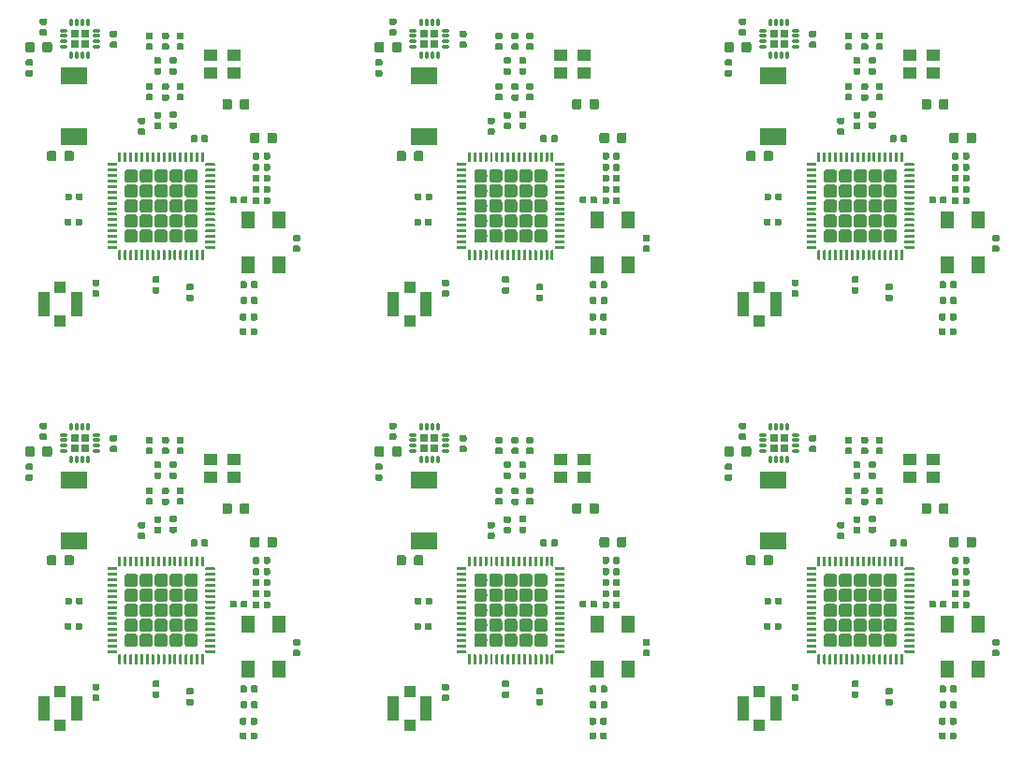
<source format=gbr>
G04 #@! TF.GenerationSoftware,KiCad,Pcbnew,5.1.4-e60b266~84~ubuntu18.04.1*
G04 #@! TF.CreationDate,2019-10-16T15:45:50+02:00*
G04 #@! TF.ProjectId,panel,70616e65-6c2e-46b6-9963-61645f706362,rev?*
G04 #@! TF.SameCoordinates,Original*
G04 #@! TF.FileFunction,Paste,Top*
G04 #@! TF.FilePolarity,Positive*
%FSLAX46Y46*%
G04 Gerber Fmt 4.6, Leading zero omitted, Abs format (unit mm)*
G04 Created by KiCad (PCBNEW 5.1.4-e60b266~84~ubuntu18.04.1) date 2019-10-16 15:45:50*
%MOMM*%
%LPD*%
G04 APERTURE LIST*
%ADD10C,0.100000*%
%ADD11C,0.590000*%
%ADD12R,0.730000X0.730000*%
%ADD13O,0.300000X0.750000*%
%ADD14O,0.750000X0.300000*%
%ADD15R,2.400000X1.500000*%
%ADD16R,1.200000X1.500000*%
%ADD17C,0.875000*%
%ADD18C,0.250000*%
%ADD19C,1.177090*%
%ADD20R,1.000000X1.000000*%
%ADD21R,1.050000X2.200000*%
%ADD22R,1.300000X1.100000*%
G04 APERTURE END LIST*
D10*
G36*
X164652358Y-99731310D02*
G01*
X164666676Y-99733434D01*
X164680717Y-99736951D01*
X164694346Y-99741828D01*
X164707431Y-99748017D01*
X164719847Y-99755458D01*
X164731473Y-99764081D01*
X164742198Y-99773802D01*
X164751919Y-99784527D01*
X164760542Y-99796153D01*
X164767983Y-99808569D01*
X164774172Y-99821654D01*
X164779049Y-99835283D01*
X164782566Y-99849324D01*
X164784690Y-99863642D01*
X164785400Y-99878100D01*
X164785400Y-100223100D01*
X164784690Y-100237558D01*
X164782566Y-100251876D01*
X164779049Y-100265917D01*
X164774172Y-100279546D01*
X164767983Y-100292631D01*
X164760542Y-100305047D01*
X164751919Y-100316673D01*
X164742198Y-100327398D01*
X164731473Y-100337119D01*
X164719847Y-100345742D01*
X164707431Y-100353183D01*
X164694346Y-100359372D01*
X164680717Y-100364249D01*
X164666676Y-100367766D01*
X164652358Y-100369890D01*
X164637900Y-100370600D01*
X164342900Y-100370600D01*
X164328442Y-100369890D01*
X164314124Y-100367766D01*
X164300083Y-100364249D01*
X164286454Y-100359372D01*
X164273369Y-100353183D01*
X164260953Y-100345742D01*
X164249327Y-100337119D01*
X164238602Y-100327398D01*
X164228881Y-100316673D01*
X164220258Y-100305047D01*
X164212817Y-100292631D01*
X164206628Y-100279546D01*
X164201751Y-100265917D01*
X164198234Y-100251876D01*
X164196110Y-100237558D01*
X164195400Y-100223100D01*
X164195400Y-99878100D01*
X164196110Y-99863642D01*
X164198234Y-99849324D01*
X164201751Y-99835283D01*
X164206628Y-99821654D01*
X164212817Y-99808569D01*
X164220258Y-99796153D01*
X164228881Y-99784527D01*
X164238602Y-99773802D01*
X164249327Y-99764081D01*
X164260953Y-99755458D01*
X164273369Y-99748017D01*
X164286454Y-99741828D01*
X164300083Y-99736951D01*
X164314124Y-99733434D01*
X164328442Y-99731310D01*
X164342900Y-99730600D01*
X164637900Y-99730600D01*
X164652358Y-99731310D01*
X164652358Y-99731310D01*
G37*
D11*
X164490400Y-100050600D03*
D10*
G36*
X163682358Y-99731310D02*
G01*
X163696676Y-99733434D01*
X163710717Y-99736951D01*
X163724346Y-99741828D01*
X163737431Y-99748017D01*
X163749847Y-99755458D01*
X163761473Y-99764081D01*
X163772198Y-99773802D01*
X163781919Y-99784527D01*
X163790542Y-99796153D01*
X163797983Y-99808569D01*
X163804172Y-99821654D01*
X163809049Y-99835283D01*
X163812566Y-99849324D01*
X163814690Y-99863642D01*
X163815400Y-99878100D01*
X163815400Y-100223100D01*
X163814690Y-100237558D01*
X163812566Y-100251876D01*
X163809049Y-100265917D01*
X163804172Y-100279546D01*
X163797983Y-100292631D01*
X163790542Y-100305047D01*
X163781919Y-100316673D01*
X163772198Y-100327398D01*
X163761473Y-100337119D01*
X163749847Y-100345742D01*
X163737431Y-100353183D01*
X163724346Y-100359372D01*
X163710717Y-100364249D01*
X163696676Y-100367766D01*
X163682358Y-100369890D01*
X163667900Y-100370600D01*
X163372900Y-100370600D01*
X163358442Y-100369890D01*
X163344124Y-100367766D01*
X163330083Y-100364249D01*
X163316454Y-100359372D01*
X163303369Y-100353183D01*
X163290953Y-100345742D01*
X163279327Y-100337119D01*
X163268602Y-100327398D01*
X163258881Y-100316673D01*
X163250258Y-100305047D01*
X163242817Y-100292631D01*
X163236628Y-100279546D01*
X163231751Y-100265917D01*
X163228234Y-100251876D01*
X163226110Y-100237558D01*
X163225400Y-100223100D01*
X163225400Y-99878100D01*
X163226110Y-99863642D01*
X163228234Y-99849324D01*
X163231751Y-99835283D01*
X163236628Y-99821654D01*
X163242817Y-99808569D01*
X163250258Y-99796153D01*
X163258881Y-99784527D01*
X163268602Y-99773802D01*
X163279327Y-99764081D01*
X163290953Y-99755458D01*
X163303369Y-99748017D01*
X163316454Y-99741828D01*
X163330083Y-99736951D01*
X163344124Y-99733434D01*
X163358442Y-99731310D01*
X163372900Y-99730600D01*
X163667900Y-99730600D01*
X163682358Y-99731310D01*
X163682358Y-99731310D01*
G37*
D11*
X163520400Y-100050600D03*
D10*
G36*
X156206458Y-91971210D02*
G01*
X156220776Y-91973334D01*
X156234817Y-91976851D01*
X156248446Y-91981728D01*
X156261531Y-91987917D01*
X156273947Y-91995358D01*
X156285573Y-92003981D01*
X156296298Y-92013702D01*
X156306019Y-92024427D01*
X156314642Y-92036053D01*
X156322083Y-92048469D01*
X156328272Y-92061554D01*
X156333149Y-92075183D01*
X156336666Y-92089224D01*
X156338790Y-92103542D01*
X156339500Y-92118000D01*
X156339500Y-92413000D01*
X156338790Y-92427458D01*
X156336666Y-92441776D01*
X156333149Y-92455817D01*
X156328272Y-92469446D01*
X156322083Y-92482531D01*
X156314642Y-92494947D01*
X156306019Y-92506573D01*
X156296298Y-92517298D01*
X156285573Y-92527019D01*
X156273947Y-92535642D01*
X156261531Y-92543083D01*
X156248446Y-92549272D01*
X156234817Y-92554149D01*
X156220776Y-92557666D01*
X156206458Y-92559790D01*
X156192000Y-92560500D01*
X155847000Y-92560500D01*
X155832542Y-92559790D01*
X155818224Y-92557666D01*
X155804183Y-92554149D01*
X155790554Y-92549272D01*
X155777469Y-92543083D01*
X155765053Y-92535642D01*
X155753427Y-92527019D01*
X155742702Y-92517298D01*
X155732981Y-92506573D01*
X155724358Y-92494947D01*
X155716917Y-92482531D01*
X155710728Y-92469446D01*
X155705851Y-92455817D01*
X155702334Y-92441776D01*
X155700210Y-92427458D01*
X155699500Y-92413000D01*
X155699500Y-92118000D01*
X155700210Y-92103542D01*
X155702334Y-92089224D01*
X155705851Y-92075183D01*
X155710728Y-92061554D01*
X155716917Y-92048469D01*
X155724358Y-92036053D01*
X155732981Y-92024427D01*
X155742702Y-92013702D01*
X155753427Y-92003981D01*
X155765053Y-91995358D01*
X155777469Y-91987917D01*
X155790554Y-91981728D01*
X155804183Y-91976851D01*
X155818224Y-91973334D01*
X155832542Y-91971210D01*
X155847000Y-91970500D01*
X156192000Y-91970500D01*
X156206458Y-91971210D01*
X156206458Y-91971210D01*
G37*
D11*
X156019500Y-92265500D03*
D10*
G36*
X156206458Y-92941210D02*
G01*
X156220776Y-92943334D01*
X156234817Y-92946851D01*
X156248446Y-92951728D01*
X156261531Y-92957917D01*
X156273947Y-92965358D01*
X156285573Y-92973981D01*
X156296298Y-92983702D01*
X156306019Y-92994427D01*
X156314642Y-93006053D01*
X156322083Y-93018469D01*
X156328272Y-93031554D01*
X156333149Y-93045183D01*
X156336666Y-93059224D01*
X156338790Y-93073542D01*
X156339500Y-93088000D01*
X156339500Y-93383000D01*
X156338790Y-93397458D01*
X156336666Y-93411776D01*
X156333149Y-93425817D01*
X156328272Y-93439446D01*
X156322083Y-93452531D01*
X156314642Y-93464947D01*
X156306019Y-93476573D01*
X156296298Y-93487298D01*
X156285573Y-93497019D01*
X156273947Y-93505642D01*
X156261531Y-93513083D01*
X156248446Y-93519272D01*
X156234817Y-93524149D01*
X156220776Y-93527666D01*
X156206458Y-93529790D01*
X156192000Y-93530500D01*
X155847000Y-93530500D01*
X155832542Y-93529790D01*
X155818224Y-93527666D01*
X155804183Y-93524149D01*
X155790554Y-93519272D01*
X155777469Y-93513083D01*
X155765053Y-93505642D01*
X155753427Y-93497019D01*
X155742702Y-93487298D01*
X155732981Y-93476573D01*
X155724358Y-93464947D01*
X155716917Y-93452531D01*
X155710728Y-93439446D01*
X155705851Y-93425817D01*
X155702334Y-93411776D01*
X155700210Y-93397458D01*
X155699500Y-93383000D01*
X155699500Y-93088000D01*
X155700210Y-93073542D01*
X155702334Y-93059224D01*
X155705851Y-93045183D01*
X155710728Y-93031554D01*
X155716917Y-93018469D01*
X155724358Y-93006053D01*
X155732981Y-92994427D01*
X155742702Y-92983702D01*
X155753427Y-92973981D01*
X155765053Y-92965358D01*
X155777469Y-92957917D01*
X155790554Y-92951728D01*
X155804183Y-92946851D01*
X155818224Y-92943334D01*
X155832542Y-92941210D01*
X155847000Y-92940500D01*
X156192000Y-92940500D01*
X156206458Y-92941210D01*
X156206458Y-92941210D01*
G37*
D11*
X156019500Y-93235500D03*
D10*
G36*
X163682358Y-98715310D02*
G01*
X163696676Y-98717434D01*
X163710717Y-98720951D01*
X163724346Y-98725828D01*
X163737431Y-98732017D01*
X163749847Y-98739458D01*
X163761473Y-98748081D01*
X163772198Y-98757802D01*
X163781919Y-98768527D01*
X163790542Y-98780153D01*
X163797983Y-98792569D01*
X163804172Y-98805654D01*
X163809049Y-98819283D01*
X163812566Y-98833324D01*
X163814690Y-98847642D01*
X163815400Y-98862100D01*
X163815400Y-99207100D01*
X163814690Y-99221558D01*
X163812566Y-99235876D01*
X163809049Y-99249917D01*
X163804172Y-99263546D01*
X163797983Y-99276631D01*
X163790542Y-99289047D01*
X163781919Y-99300673D01*
X163772198Y-99311398D01*
X163761473Y-99321119D01*
X163749847Y-99329742D01*
X163737431Y-99337183D01*
X163724346Y-99343372D01*
X163710717Y-99348249D01*
X163696676Y-99351766D01*
X163682358Y-99353890D01*
X163667900Y-99354600D01*
X163372900Y-99354600D01*
X163358442Y-99353890D01*
X163344124Y-99351766D01*
X163330083Y-99348249D01*
X163316454Y-99343372D01*
X163303369Y-99337183D01*
X163290953Y-99329742D01*
X163279327Y-99321119D01*
X163268602Y-99311398D01*
X163258881Y-99300673D01*
X163250258Y-99289047D01*
X163242817Y-99276631D01*
X163236628Y-99263546D01*
X163231751Y-99249917D01*
X163228234Y-99235876D01*
X163226110Y-99221558D01*
X163225400Y-99207100D01*
X163225400Y-98862100D01*
X163226110Y-98847642D01*
X163228234Y-98833324D01*
X163231751Y-98819283D01*
X163236628Y-98805654D01*
X163242817Y-98792569D01*
X163250258Y-98780153D01*
X163258881Y-98768527D01*
X163268602Y-98757802D01*
X163279327Y-98748081D01*
X163290953Y-98739458D01*
X163303369Y-98732017D01*
X163316454Y-98725828D01*
X163330083Y-98720951D01*
X163344124Y-98717434D01*
X163358442Y-98715310D01*
X163372900Y-98714600D01*
X163667900Y-98714600D01*
X163682358Y-98715310D01*
X163682358Y-98715310D01*
G37*
D11*
X163520400Y-99034600D03*
D10*
G36*
X164652358Y-98715310D02*
G01*
X164666676Y-98717434D01*
X164680717Y-98720951D01*
X164694346Y-98725828D01*
X164707431Y-98732017D01*
X164719847Y-98739458D01*
X164731473Y-98748081D01*
X164742198Y-98757802D01*
X164751919Y-98768527D01*
X164760542Y-98780153D01*
X164767983Y-98792569D01*
X164774172Y-98805654D01*
X164779049Y-98819283D01*
X164782566Y-98833324D01*
X164784690Y-98847642D01*
X164785400Y-98862100D01*
X164785400Y-99207100D01*
X164784690Y-99221558D01*
X164782566Y-99235876D01*
X164779049Y-99249917D01*
X164774172Y-99263546D01*
X164767983Y-99276631D01*
X164760542Y-99289047D01*
X164751919Y-99300673D01*
X164742198Y-99311398D01*
X164731473Y-99321119D01*
X164719847Y-99329742D01*
X164707431Y-99337183D01*
X164694346Y-99343372D01*
X164680717Y-99348249D01*
X164666676Y-99351766D01*
X164652358Y-99353890D01*
X164637900Y-99354600D01*
X164342900Y-99354600D01*
X164328442Y-99353890D01*
X164314124Y-99351766D01*
X164300083Y-99348249D01*
X164286454Y-99343372D01*
X164273369Y-99337183D01*
X164260953Y-99329742D01*
X164249327Y-99321119D01*
X164238602Y-99311398D01*
X164228881Y-99300673D01*
X164220258Y-99289047D01*
X164212817Y-99276631D01*
X164206628Y-99263546D01*
X164201751Y-99249917D01*
X164198234Y-99235876D01*
X164196110Y-99221558D01*
X164195400Y-99207100D01*
X164195400Y-98862100D01*
X164196110Y-98847642D01*
X164198234Y-98833324D01*
X164201751Y-98819283D01*
X164206628Y-98805654D01*
X164212817Y-98792569D01*
X164220258Y-98780153D01*
X164228881Y-98768527D01*
X164238602Y-98757802D01*
X164249327Y-98748081D01*
X164260953Y-98739458D01*
X164273369Y-98732017D01*
X164286454Y-98725828D01*
X164300083Y-98720951D01*
X164314124Y-98717434D01*
X164328442Y-98715310D01*
X164342900Y-98714600D01*
X164637900Y-98714600D01*
X164652358Y-98715310D01*
X164652358Y-98715310D01*
G37*
D11*
X164490400Y-99034600D03*
D12*
X148024000Y-85844800D03*
X147124000Y-85844800D03*
X147124000Y-84944800D03*
X148024000Y-84944800D03*
D13*
X148324000Y-86869800D03*
X147824000Y-86869800D03*
X147324000Y-86869800D03*
X146824000Y-86869800D03*
D14*
X146099000Y-86144800D03*
X146099000Y-85644800D03*
X146099000Y-85144800D03*
X146099000Y-84644800D03*
D13*
X146824000Y-83919800D03*
X147324000Y-83919800D03*
X147824000Y-83919800D03*
X148324000Y-83919800D03*
D14*
X149049000Y-84644800D03*
X149049000Y-85144800D03*
X149049000Y-85644800D03*
X149049000Y-86144800D03*
D10*
G36*
X163682358Y-97699310D02*
G01*
X163696676Y-97701434D01*
X163710717Y-97704951D01*
X163724346Y-97709828D01*
X163737431Y-97716017D01*
X163749847Y-97723458D01*
X163761473Y-97732081D01*
X163772198Y-97741802D01*
X163781919Y-97752527D01*
X163790542Y-97764153D01*
X163797983Y-97776569D01*
X163804172Y-97789654D01*
X163809049Y-97803283D01*
X163812566Y-97817324D01*
X163814690Y-97831642D01*
X163815400Y-97846100D01*
X163815400Y-98191100D01*
X163814690Y-98205558D01*
X163812566Y-98219876D01*
X163809049Y-98233917D01*
X163804172Y-98247546D01*
X163797983Y-98260631D01*
X163790542Y-98273047D01*
X163781919Y-98284673D01*
X163772198Y-98295398D01*
X163761473Y-98305119D01*
X163749847Y-98313742D01*
X163737431Y-98321183D01*
X163724346Y-98327372D01*
X163710717Y-98332249D01*
X163696676Y-98335766D01*
X163682358Y-98337890D01*
X163667900Y-98338600D01*
X163372900Y-98338600D01*
X163358442Y-98337890D01*
X163344124Y-98335766D01*
X163330083Y-98332249D01*
X163316454Y-98327372D01*
X163303369Y-98321183D01*
X163290953Y-98313742D01*
X163279327Y-98305119D01*
X163268602Y-98295398D01*
X163258881Y-98284673D01*
X163250258Y-98273047D01*
X163242817Y-98260631D01*
X163236628Y-98247546D01*
X163231751Y-98233917D01*
X163228234Y-98219876D01*
X163226110Y-98205558D01*
X163225400Y-98191100D01*
X163225400Y-97846100D01*
X163226110Y-97831642D01*
X163228234Y-97817324D01*
X163231751Y-97803283D01*
X163236628Y-97789654D01*
X163242817Y-97776569D01*
X163250258Y-97764153D01*
X163258881Y-97752527D01*
X163268602Y-97741802D01*
X163279327Y-97732081D01*
X163290953Y-97723458D01*
X163303369Y-97716017D01*
X163316454Y-97709828D01*
X163330083Y-97704951D01*
X163344124Y-97701434D01*
X163358442Y-97699310D01*
X163372900Y-97698600D01*
X163667900Y-97698600D01*
X163682358Y-97699310D01*
X163682358Y-97699310D01*
G37*
D11*
X163520400Y-98018600D03*
D10*
G36*
X164652358Y-97699310D02*
G01*
X164666676Y-97701434D01*
X164680717Y-97704951D01*
X164694346Y-97709828D01*
X164707431Y-97716017D01*
X164719847Y-97723458D01*
X164731473Y-97732081D01*
X164742198Y-97741802D01*
X164751919Y-97752527D01*
X164760542Y-97764153D01*
X164767983Y-97776569D01*
X164774172Y-97789654D01*
X164779049Y-97803283D01*
X164782566Y-97817324D01*
X164784690Y-97831642D01*
X164785400Y-97846100D01*
X164785400Y-98191100D01*
X164784690Y-98205558D01*
X164782566Y-98219876D01*
X164779049Y-98233917D01*
X164774172Y-98247546D01*
X164767983Y-98260631D01*
X164760542Y-98273047D01*
X164751919Y-98284673D01*
X164742198Y-98295398D01*
X164731473Y-98305119D01*
X164719847Y-98313742D01*
X164707431Y-98321183D01*
X164694346Y-98327372D01*
X164680717Y-98332249D01*
X164666676Y-98335766D01*
X164652358Y-98337890D01*
X164637900Y-98338600D01*
X164342900Y-98338600D01*
X164328442Y-98337890D01*
X164314124Y-98335766D01*
X164300083Y-98332249D01*
X164286454Y-98327372D01*
X164273369Y-98321183D01*
X164260953Y-98313742D01*
X164249327Y-98305119D01*
X164238602Y-98295398D01*
X164228881Y-98284673D01*
X164220258Y-98273047D01*
X164212817Y-98260631D01*
X164206628Y-98247546D01*
X164201751Y-98233917D01*
X164198234Y-98219876D01*
X164196110Y-98205558D01*
X164195400Y-98191100D01*
X164195400Y-97846100D01*
X164196110Y-97831642D01*
X164198234Y-97817324D01*
X164201751Y-97803283D01*
X164206628Y-97789654D01*
X164212817Y-97776569D01*
X164220258Y-97764153D01*
X164228881Y-97752527D01*
X164238602Y-97741802D01*
X164249327Y-97732081D01*
X164260953Y-97723458D01*
X164273369Y-97716017D01*
X164286454Y-97709828D01*
X164300083Y-97704951D01*
X164314124Y-97701434D01*
X164328442Y-97699310D01*
X164342900Y-97698600D01*
X164637900Y-97698600D01*
X164652358Y-97699310D01*
X164652358Y-97699310D01*
G37*
D11*
X164490400Y-98018600D03*
D10*
G36*
X154809458Y-92987210D02*
G01*
X154823776Y-92989334D01*
X154837817Y-92992851D01*
X154851446Y-92997728D01*
X154864531Y-93003917D01*
X154876947Y-93011358D01*
X154888573Y-93019981D01*
X154899298Y-93029702D01*
X154909019Y-93040427D01*
X154917642Y-93052053D01*
X154925083Y-93064469D01*
X154931272Y-93077554D01*
X154936149Y-93091183D01*
X154939666Y-93105224D01*
X154941790Y-93119542D01*
X154942500Y-93134000D01*
X154942500Y-93429000D01*
X154941790Y-93443458D01*
X154939666Y-93457776D01*
X154936149Y-93471817D01*
X154931272Y-93485446D01*
X154925083Y-93498531D01*
X154917642Y-93510947D01*
X154909019Y-93522573D01*
X154899298Y-93533298D01*
X154888573Y-93543019D01*
X154876947Y-93551642D01*
X154864531Y-93559083D01*
X154851446Y-93565272D01*
X154837817Y-93570149D01*
X154823776Y-93573666D01*
X154809458Y-93575790D01*
X154795000Y-93576500D01*
X154450000Y-93576500D01*
X154435542Y-93575790D01*
X154421224Y-93573666D01*
X154407183Y-93570149D01*
X154393554Y-93565272D01*
X154380469Y-93559083D01*
X154368053Y-93551642D01*
X154356427Y-93543019D01*
X154345702Y-93533298D01*
X154335981Y-93522573D01*
X154327358Y-93510947D01*
X154319917Y-93498531D01*
X154313728Y-93485446D01*
X154308851Y-93471817D01*
X154305334Y-93457776D01*
X154303210Y-93443458D01*
X154302500Y-93429000D01*
X154302500Y-93134000D01*
X154303210Y-93119542D01*
X154305334Y-93105224D01*
X154308851Y-93091183D01*
X154313728Y-93077554D01*
X154319917Y-93064469D01*
X154327358Y-93052053D01*
X154335981Y-93040427D01*
X154345702Y-93029702D01*
X154356427Y-93019981D01*
X154368053Y-93011358D01*
X154380469Y-93003917D01*
X154393554Y-92997728D01*
X154407183Y-92992851D01*
X154421224Y-92989334D01*
X154435542Y-92987210D01*
X154450000Y-92986500D01*
X154795000Y-92986500D01*
X154809458Y-92987210D01*
X154809458Y-92987210D01*
G37*
D11*
X154622500Y-93281500D03*
D10*
G36*
X154809458Y-92017210D02*
G01*
X154823776Y-92019334D01*
X154837817Y-92022851D01*
X154851446Y-92027728D01*
X154864531Y-92033917D01*
X154876947Y-92041358D01*
X154888573Y-92049981D01*
X154899298Y-92059702D01*
X154909019Y-92070427D01*
X154917642Y-92082053D01*
X154925083Y-92094469D01*
X154931272Y-92107554D01*
X154936149Y-92121183D01*
X154939666Y-92135224D01*
X154941790Y-92149542D01*
X154942500Y-92164000D01*
X154942500Y-92459000D01*
X154941790Y-92473458D01*
X154939666Y-92487776D01*
X154936149Y-92501817D01*
X154931272Y-92515446D01*
X154925083Y-92528531D01*
X154917642Y-92540947D01*
X154909019Y-92552573D01*
X154899298Y-92563298D01*
X154888573Y-92573019D01*
X154876947Y-92581642D01*
X154864531Y-92589083D01*
X154851446Y-92595272D01*
X154837817Y-92600149D01*
X154823776Y-92603666D01*
X154809458Y-92605790D01*
X154795000Y-92606500D01*
X154450000Y-92606500D01*
X154435542Y-92605790D01*
X154421224Y-92603666D01*
X154407183Y-92600149D01*
X154393554Y-92595272D01*
X154380469Y-92589083D01*
X154368053Y-92581642D01*
X154356427Y-92573019D01*
X154345702Y-92563298D01*
X154335981Y-92552573D01*
X154327358Y-92540947D01*
X154319917Y-92528531D01*
X154313728Y-92515446D01*
X154308851Y-92501817D01*
X154305334Y-92487776D01*
X154303210Y-92473458D01*
X154302500Y-92459000D01*
X154302500Y-92164000D01*
X154303210Y-92149542D01*
X154305334Y-92135224D01*
X154308851Y-92121183D01*
X154313728Y-92107554D01*
X154319917Y-92094469D01*
X154327358Y-92082053D01*
X154335981Y-92070427D01*
X154345702Y-92059702D01*
X154356427Y-92049981D01*
X154368053Y-92041358D01*
X154380469Y-92033917D01*
X154393554Y-92027728D01*
X154407183Y-92022851D01*
X154421224Y-92019334D01*
X154435542Y-92017210D01*
X154450000Y-92016500D01*
X154795000Y-92016500D01*
X154809458Y-92017210D01*
X154809458Y-92017210D01*
G37*
D11*
X154622500Y-92311500D03*
D15*
X147066000Y-94215400D03*
X147066000Y-88715400D03*
D10*
G36*
X156206458Y-87064210D02*
G01*
X156220776Y-87066334D01*
X156234817Y-87069851D01*
X156248446Y-87074728D01*
X156261531Y-87080917D01*
X156273947Y-87088358D01*
X156285573Y-87096981D01*
X156296298Y-87106702D01*
X156306019Y-87117427D01*
X156314642Y-87129053D01*
X156322083Y-87141469D01*
X156328272Y-87154554D01*
X156333149Y-87168183D01*
X156336666Y-87182224D01*
X156338790Y-87196542D01*
X156339500Y-87211000D01*
X156339500Y-87506000D01*
X156338790Y-87520458D01*
X156336666Y-87534776D01*
X156333149Y-87548817D01*
X156328272Y-87562446D01*
X156322083Y-87575531D01*
X156314642Y-87587947D01*
X156306019Y-87599573D01*
X156296298Y-87610298D01*
X156285573Y-87620019D01*
X156273947Y-87628642D01*
X156261531Y-87636083D01*
X156248446Y-87642272D01*
X156234817Y-87647149D01*
X156220776Y-87650666D01*
X156206458Y-87652790D01*
X156192000Y-87653500D01*
X155847000Y-87653500D01*
X155832542Y-87652790D01*
X155818224Y-87650666D01*
X155804183Y-87647149D01*
X155790554Y-87642272D01*
X155777469Y-87636083D01*
X155765053Y-87628642D01*
X155753427Y-87620019D01*
X155742702Y-87610298D01*
X155732981Y-87599573D01*
X155724358Y-87587947D01*
X155716917Y-87575531D01*
X155710728Y-87562446D01*
X155705851Y-87548817D01*
X155702334Y-87534776D01*
X155700210Y-87520458D01*
X155699500Y-87506000D01*
X155699500Y-87211000D01*
X155700210Y-87196542D01*
X155702334Y-87182224D01*
X155705851Y-87168183D01*
X155710728Y-87154554D01*
X155716917Y-87141469D01*
X155724358Y-87129053D01*
X155732981Y-87117427D01*
X155742702Y-87106702D01*
X155753427Y-87096981D01*
X155765053Y-87088358D01*
X155777469Y-87080917D01*
X155790554Y-87074728D01*
X155804183Y-87069851D01*
X155818224Y-87066334D01*
X155832542Y-87064210D01*
X155847000Y-87063500D01*
X156192000Y-87063500D01*
X156206458Y-87064210D01*
X156206458Y-87064210D01*
G37*
D11*
X156019500Y-87358500D03*
D10*
G36*
X156206458Y-88034210D02*
G01*
X156220776Y-88036334D01*
X156234817Y-88039851D01*
X156248446Y-88044728D01*
X156261531Y-88050917D01*
X156273947Y-88058358D01*
X156285573Y-88066981D01*
X156296298Y-88076702D01*
X156306019Y-88087427D01*
X156314642Y-88099053D01*
X156322083Y-88111469D01*
X156328272Y-88124554D01*
X156333149Y-88138183D01*
X156336666Y-88152224D01*
X156338790Y-88166542D01*
X156339500Y-88181000D01*
X156339500Y-88476000D01*
X156338790Y-88490458D01*
X156336666Y-88504776D01*
X156333149Y-88518817D01*
X156328272Y-88532446D01*
X156322083Y-88545531D01*
X156314642Y-88557947D01*
X156306019Y-88569573D01*
X156296298Y-88580298D01*
X156285573Y-88590019D01*
X156273947Y-88598642D01*
X156261531Y-88606083D01*
X156248446Y-88612272D01*
X156234817Y-88617149D01*
X156220776Y-88620666D01*
X156206458Y-88622790D01*
X156192000Y-88623500D01*
X155847000Y-88623500D01*
X155832542Y-88622790D01*
X155818224Y-88620666D01*
X155804183Y-88617149D01*
X155790554Y-88612272D01*
X155777469Y-88606083D01*
X155765053Y-88598642D01*
X155753427Y-88590019D01*
X155742702Y-88580298D01*
X155732981Y-88569573D01*
X155724358Y-88557947D01*
X155716917Y-88545531D01*
X155710728Y-88532446D01*
X155705851Y-88518817D01*
X155702334Y-88504776D01*
X155700210Y-88490458D01*
X155699500Y-88476000D01*
X155699500Y-88181000D01*
X155700210Y-88166542D01*
X155702334Y-88152224D01*
X155705851Y-88138183D01*
X155710728Y-88124554D01*
X155716917Y-88111469D01*
X155724358Y-88099053D01*
X155732981Y-88087427D01*
X155742702Y-88076702D01*
X155753427Y-88066981D01*
X155765053Y-88058358D01*
X155777469Y-88050917D01*
X155790554Y-88044728D01*
X155804183Y-88039851D01*
X155818224Y-88036334D01*
X155832542Y-88034210D01*
X155847000Y-88033500D01*
X156192000Y-88033500D01*
X156206458Y-88034210D01*
X156206458Y-88034210D01*
G37*
D11*
X156019500Y-88328500D03*
D16*
X162785600Y-105859800D03*
X162785600Y-101759800D03*
X165585600Y-101759800D03*
X165585600Y-105859800D03*
D10*
G36*
X164652358Y-95692710D02*
G01*
X164666676Y-95694834D01*
X164680717Y-95698351D01*
X164694346Y-95703228D01*
X164707431Y-95709417D01*
X164719847Y-95716858D01*
X164731473Y-95725481D01*
X164742198Y-95735202D01*
X164751919Y-95745927D01*
X164760542Y-95757553D01*
X164767983Y-95769969D01*
X164774172Y-95783054D01*
X164779049Y-95796683D01*
X164782566Y-95810724D01*
X164784690Y-95825042D01*
X164785400Y-95839500D01*
X164785400Y-96184500D01*
X164784690Y-96198958D01*
X164782566Y-96213276D01*
X164779049Y-96227317D01*
X164774172Y-96240946D01*
X164767983Y-96254031D01*
X164760542Y-96266447D01*
X164751919Y-96278073D01*
X164742198Y-96288798D01*
X164731473Y-96298519D01*
X164719847Y-96307142D01*
X164707431Y-96314583D01*
X164694346Y-96320772D01*
X164680717Y-96325649D01*
X164666676Y-96329166D01*
X164652358Y-96331290D01*
X164637900Y-96332000D01*
X164342900Y-96332000D01*
X164328442Y-96331290D01*
X164314124Y-96329166D01*
X164300083Y-96325649D01*
X164286454Y-96320772D01*
X164273369Y-96314583D01*
X164260953Y-96307142D01*
X164249327Y-96298519D01*
X164238602Y-96288798D01*
X164228881Y-96278073D01*
X164220258Y-96266447D01*
X164212817Y-96254031D01*
X164206628Y-96240946D01*
X164201751Y-96227317D01*
X164198234Y-96213276D01*
X164196110Y-96198958D01*
X164195400Y-96184500D01*
X164195400Y-95839500D01*
X164196110Y-95825042D01*
X164198234Y-95810724D01*
X164201751Y-95796683D01*
X164206628Y-95783054D01*
X164212817Y-95769969D01*
X164220258Y-95757553D01*
X164228881Y-95745927D01*
X164238602Y-95735202D01*
X164249327Y-95725481D01*
X164260953Y-95716858D01*
X164273369Y-95709417D01*
X164286454Y-95703228D01*
X164300083Y-95698351D01*
X164314124Y-95694834D01*
X164328442Y-95692710D01*
X164342900Y-95692000D01*
X164637900Y-95692000D01*
X164652358Y-95692710D01*
X164652358Y-95692710D01*
G37*
D11*
X164490400Y-96012000D03*
D10*
G36*
X163682358Y-95692710D02*
G01*
X163696676Y-95694834D01*
X163710717Y-95698351D01*
X163724346Y-95703228D01*
X163737431Y-95709417D01*
X163749847Y-95716858D01*
X163761473Y-95725481D01*
X163772198Y-95735202D01*
X163781919Y-95745927D01*
X163790542Y-95757553D01*
X163797983Y-95769969D01*
X163804172Y-95783054D01*
X163809049Y-95796683D01*
X163812566Y-95810724D01*
X163814690Y-95825042D01*
X163815400Y-95839500D01*
X163815400Y-96184500D01*
X163814690Y-96198958D01*
X163812566Y-96213276D01*
X163809049Y-96227317D01*
X163804172Y-96240946D01*
X163797983Y-96254031D01*
X163790542Y-96266447D01*
X163781919Y-96278073D01*
X163772198Y-96288798D01*
X163761473Y-96298519D01*
X163749847Y-96307142D01*
X163737431Y-96314583D01*
X163724346Y-96320772D01*
X163710717Y-96325649D01*
X163696676Y-96329166D01*
X163682358Y-96331290D01*
X163667900Y-96332000D01*
X163372900Y-96332000D01*
X163358442Y-96331290D01*
X163344124Y-96329166D01*
X163330083Y-96325649D01*
X163316454Y-96320772D01*
X163303369Y-96314583D01*
X163290953Y-96307142D01*
X163279327Y-96298519D01*
X163268602Y-96288798D01*
X163258881Y-96278073D01*
X163250258Y-96266447D01*
X163242817Y-96254031D01*
X163236628Y-96240946D01*
X163231751Y-96227317D01*
X163228234Y-96213276D01*
X163226110Y-96198958D01*
X163225400Y-96184500D01*
X163225400Y-95839500D01*
X163226110Y-95825042D01*
X163228234Y-95810724D01*
X163231751Y-95796683D01*
X163236628Y-95783054D01*
X163242817Y-95769969D01*
X163250258Y-95757553D01*
X163258881Y-95745927D01*
X163268602Y-95735202D01*
X163279327Y-95725481D01*
X163290953Y-95716858D01*
X163303369Y-95709417D01*
X163316454Y-95703228D01*
X163330083Y-95698351D01*
X163344124Y-95694834D01*
X163358442Y-95692710D01*
X163372900Y-95692000D01*
X163667900Y-95692000D01*
X163682358Y-95692710D01*
X163682358Y-95692710D01*
G37*
D11*
X163520400Y-96012000D03*
D10*
G36*
X147685158Y-99375710D02*
G01*
X147699476Y-99377834D01*
X147713517Y-99381351D01*
X147727146Y-99386228D01*
X147740231Y-99392417D01*
X147752647Y-99399858D01*
X147764273Y-99408481D01*
X147774998Y-99418202D01*
X147784719Y-99428927D01*
X147793342Y-99440553D01*
X147800783Y-99452969D01*
X147806972Y-99466054D01*
X147811849Y-99479683D01*
X147815366Y-99493724D01*
X147817490Y-99508042D01*
X147818200Y-99522500D01*
X147818200Y-99867500D01*
X147817490Y-99881958D01*
X147815366Y-99896276D01*
X147811849Y-99910317D01*
X147806972Y-99923946D01*
X147800783Y-99937031D01*
X147793342Y-99949447D01*
X147784719Y-99961073D01*
X147774998Y-99971798D01*
X147764273Y-99981519D01*
X147752647Y-99990142D01*
X147740231Y-99997583D01*
X147727146Y-100003772D01*
X147713517Y-100008649D01*
X147699476Y-100012166D01*
X147685158Y-100014290D01*
X147670700Y-100015000D01*
X147375700Y-100015000D01*
X147361242Y-100014290D01*
X147346924Y-100012166D01*
X147332883Y-100008649D01*
X147319254Y-100003772D01*
X147306169Y-99997583D01*
X147293753Y-99990142D01*
X147282127Y-99981519D01*
X147271402Y-99971798D01*
X147261681Y-99961073D01*
X147253058Y-99949447D01*
X147245617Y-99937031D01*
X147239428Y-99923946D01*
X147234551Y-99910317D01*
X147231034Y-99896276D01*
X147228910Y-99881958D01*
X147228200Y-99867500D01*
X147228200Y-99522500D01*
X147228910Y-99508042D01*
X147231034Y-99493724D01*
X147234551Y-99479683D01*
X147239428Y-99466054D01*
X147245617Y-99452969D01*
X147253058Y-99440553D01*
X147261681Y-99428927D01*
X147271402Y-99418202D01*
X147282127Y-99408481D01*
X147293753Y-99399858D01*
X147306169Y-99392417D01*
X147319254Y-99386228D01*
X147332883Y-99381351D01*
X147346924Y-99377834D01*
X147361242Y-99375710D01*
X147375700Y-99375000D01*
X147670700Y-99375000D01*
X147685158Y-99375710D01*
X147685158Y-99375710D01*
G37*
D11*
X147523200Y-99695000D03*
D10*
G36*
X146715158Y-99375710D02*
G01*
X146729476Y-99377834D01*
X146743517Y-99381351D01*
X146757146Y-99386228D01*
X146770231Y-99392417D01*
X146782647Y-99399858D01*
X146794273Y-99408481D01*
X146804998Y-99418202D01*
X146814719Y-99428927D01*
X146823342Y-99440553D01*
X146830783Y-99452969D01*
X146836972Y-99466054D01*
X146841849Y-99479683D01*
X146845366Y-99493724D01*
X146847490Y-99508042D01*
X146848200Y-99522500D01*
X146848200Y-99867500D01*
X146847490Y-99881958D01*
X146845366Y-99896276D01*
X146841849Y-99910317D01*
X146836972Y-99923946D01*
X146830783Y-99937031D01*
X146823342Y-99949447D01*
X146814719Y-99961073D01*
X146804998Y-99971798D01*
X146794273Y-99981519D01*
X146782647Y-99990142D01*
X146770231Y-99997583D01*
X146757146Y-100003772D01*
X146743517Y-100008649D01*
X146729476Y-100012166D01*
X146715158Y-100014290D01*
X146700700Y-100015000D01*
X146405700Y-100015000D01*
X146391242Y-100014290D01*
X146376924Y-100012166D01*
X146362883Y-100008649D01*
X146349254Y-100003772D01*
X146336169Y-99997583D01*
X146323753Y-99990142D01*
X146312127Y-99981519D01*
X146301402Y-99971798D01*
X146291681Y-99961073D01*
X146283058Y-99949447D01*
X146275617Y-99937031D01*
X146269428Y-99923946D01*
X146264551Y-99910317D01*
X146261034Y-99896276D01*
X146258910Y-99881958D01*
X146258200Y-99867500D01*
X146258200Y-99522500D01*
X146258910Y-99508042D01*
X146261034Y-99493724D01*
X146264551Y-99479683D01*
X146269428Y-99466054D01*
X146275617Y-99452969D01*
X146283058Y-99440553D01*
X146291681Y-99428927D01*
X146301402Y-99418202D01*
X146312127Y-99408481D01*
X146323753Y-99399858D01*
X146336169Y-99392417D01*
X146349254Y-99386228D01*
X146362883Y-99381351D01*
X146376924Y-99377834D01*
X146391242Y-99375710D01*
X146405700Y-99375000D01*
X146700700Y-99375000D01*
X146715158Y-99375710D01*
X146715158Y-99375710D01*
G37*
D11*
X146553200Y-99695000D03*
D10*
G36*
X149208758Y-108140710D02*
G01*
X149223076Y-108142834D01*
X149237117Y-108146351D01*
X149250746Y-108151228D01*
X149263831Y-108157417D01*
X149276247Y-108164858D01*
X149287873Y-108173481D01*
X149298598Y-108183202D01*
X149308319Y-108193927D01*
X149316942Y-108205553D01*
X149324383Y-108217969D01*
X149330572Y-108231054D01*
X149335449Y-108244683D01*
X149338966Y-108258724D01*
X149341090Y-108273042D01*
X149341800Y-108287500D01*
X149341800Y-108582500D01*
X149341090Y-108596958D01*
X149338966Y-108611276D01*
X149335449Y-108625317D01*
X149330572Y-108638946D01*
X149324383Y-108652031D01*
X149316942Y-108664447D01*
X149308319Y-108676073D01*
X149298598Y-108686798D01*
X149287873Y-108696519D01*
X149276247Y-108705142D01*
X149263831Y-108712583D01*
X149250746Y-108718772D01*
X149237117Y-108723649D01*
X149223076Y-108727166D01*
X149208758Y-108729290D01*
X149194300Y-108730000D01*
X148849300Y-108730000D01*
X148834842Y-108729290D01*
X148820524Y-108727166D01*
X148806483Y-108723649D01*
X148792854Y-108718772D01*
X148779769Y-108712583D01*
X148767353Y-108705142D01*
X148755727Y-108696519D01*
X148745002Y-108686798D01*
X148735281Y-108676073D01*
X148726658Y-108664447D01*
X148719217Y-108652031D01*
X148713028Y-108638946D01*
X148708151Y-108625317D01*
X148704634Y-108611276D01*
X148702510Y-108596958D01*
X148701800Y-108582500D01*
X148701800Y-108287500D01*
X148702510Y-108273042D01*
X148704634Y-108258724D01*
X148708151Y-108244683D01*
X148713028Y-108231054D01*
X148719217Y-108217969D01*
X148726658Y-108205553D01*
X148735281Y-108193927D01*
X148745002Y-108183202D01*
X148755727Y-108173481D01*
X148767353Y-108164858D01*
X148779769Y-108157417D01*
X148792854Y-108151228D01*
X148806483Y-108146351D01*
X148820524Y-108142834D01*
X148834842Y-108140710D01*
X148849300Y-108140000D01*
X149194300Y-108140000D01*
X149208758Y-108140710D01*
X149208758Y-108140710D01*
G37*
D11*
X149021800Y-108435000D03*
D10*
G36*
X149208758Y-107170710D02*
G01*
X149223076Y-107172834D01*
X149237117Y-107176351D01*
X149250746Y-107181228D01*
X149263831Y-107187417D01*
X149276247Y-107194858D01*
X149287873Y-107203481D01*
X149298598Y-107213202D01*
X149308319Y-107223927D01*
X149316942Y-107235553D01*
X149324383Y-107247969D01*
X149330572Y-107261054D01*
X149335449Y-107274683D01*
X149338966Y-107288724D01*
X149341090Y-107303042D01*
X149341800Y-107317500D01*
X149341800Y-107612500D01*
X149341090Y-107626958D01*
X149338966Y-107641276D01*
X149335449Y-107655317D01*
X149330572Y-107668946D01*
X149324383Y-107682031D01*
X149316942Y-107694447D01*
X149308319Y-107706073D01*
X149298598Y-107716798D01*
X149287873Y-107726519D01*
X149276247Y-107735142D01*
X149263831Y-107742583D01*
X149250746Y-107748772D01*
X149237117Y-107753649D01*
X149223076Y-107757166D01*
X149208758Y-107759290D01*
X149194300Y-107760000D01*
X148849300Y-107760000D01*
X148834842Y-107759290D01*
X148820524Y-107757166D01*
X148806483Y-107753649D01*
X148792854Y-107748772D01*
X148779769Y-107742583D01*
X148767353Y-107735142D01*
X148755727Y-107726519D01*
X148745002Y-107716798D01*
X148735281Y-107706073D01*
X148726658Y-107694447D01*
X148719217Y-107682031D01*
X148713028Y-107668946D01*
X148708151Y-107655317D01*
X148704634Y-107641276D01*
X148702510Y-107626958D01*
X148701800Y-107612500D01*
X148701800Y-107317500D01*
X148702510Y-107303042D01*
X148704634Y-107288724D01*
X148708151Y-107274683D01*
X148713028Y-107261054D01*
X148719217Y-107247969D01*
X148726658Y-107235553D01*
X148735281Y-107223927D01*
X148745002Y-107213202D01*
X148755727Y-107203481D01*
X148767353Y-107194858D01*
X148779769Y-107187417D01*
X148792854Y-107181228D01*
X148806483Y-107176351D01*
X148820524Y-107172834D01*
X148834842Y-107170710D01*
X148849300Y-107170000D01*
X149194300Y-107170000D01*
X149208758Y-107170710D01*
X149208758Y-107170710D01*
G37*
D11*
X149021800Y-107465000D03*
D10*
G36*
X163682358Y-96708710D02*
G01*
X163696676Y-96710834D01*
X163710717Y-96714351D01*
X163724346Y-96719228D01*
X163737431Y-96725417D01*
X163749847Y-96732858D01*
X163761473Y-96741481D01*
X163772198Y-96751202D01*
X163781919Y-96761927D01*
X163790542Y-96773553D01*
X163797983Y-96785969D01*
X163804172Y-96799054D01*
X163809049Y-96812683D01*
X163812566Y-96826724D01*
X163814690Y-96841042D01*
X163815400Y-96855500D01*
X163815400Y-97200500D01*
X163814690Y-97214958D01*
X163812566Y-97229276D01*
X163809049Y-97243317D01*
X163804172Y-97256946D01*
X163797983Y-97270031D01*
X163790542Y-97282447D01*
X163781919Y-97294073D01*
X163772198Y-97304798D01*
X163761473Y-97314519D01*
X163749847Y-97323142D01*
X163737431Y-97330583D01*
X163724346Y-97336772D01*
X163710717Y-97341649D01*
X163696676Y-97345166D01*
X163682358Y-97347290D01*
X163667900Y-97348000D01*
X163372900Y-97348000D01*
X163358442Y-97347290D01*
X163344124Y-97345166D01*
X163330083Y-97341649D01*
X163316454Y-97336772D01*
X163303369Y-97330583D01*
X163290953Y-97323142D01*
X163279327Y-97314519D01*
X163268602Y-97304798D01*
X163258881Y-97294073D01*
X163250258Y-97282447D01*
X163242817Y-97270031D01*
X163236628Y-97256946D01*
X163231751Y-97243317D01*
X163228234Y-97229276D01*
X163226110Y-97214958D01*
X163225400Y-97200500D01*
X163225400Y-96855500D01*
X163226110Y-96841042D01*
X163228234Y-96826724D01*
X163231751Y-96812683D01*
X163236628Y-96799054D01*
X163242817Y-96785969D01*
X163250258Y-96773553D01*
X163258881Y-96761927D01*
X163268602Y-96751202D01*
X163279327Y-96741481D01*
X163290953Y-96732858D01*
X163303369Y-96725417D01*
X163316454Y-96719228D01*
X163330083Y-96714351D01*
X163344124Y-96710834D01*
X163358442Y-96708710D01*
X163372900Y-96708000D01*
X163667900Y-96708000D01*
X163682358Y-96708710D01*
X163682358Y-96708710D01*
G37*
D11*
X163520400Y-97028000D03*
D10*
G36*
X164652358Y-96708710D02*
G01*
X164666676Y-96710834D01*
X164680717Y-96714351D01*
X164694346Y-96719228D01*
X164707431Y-96725417D01*
X164719847Y-96732858D01*
X164731473Y-96741481D01*
X164742198Y-96751202D01*
X164751919Y-96761927D01*
X164760542Y-96773553D01*
X164767983Y-96785969D01*
X164774172Y-96799054D01*
X164779049Y-96812683D01*
X164782566Y-96826724D01*
X164784690Y-96841042D01*
X164785400Y-96855500D01*
X164785400Y-97200500D01*
X164784690Y-97214958D01*
X164782566Y-97229276D01*
X164779049Y-97243317D01*
X164774172Y-97256946D01*
X164767983Y-97270031D01*
X164760542Y-97282447D01*
X164751919Y-97294073D01*
X164742198Y-97304798D01*
X164731473Y-97314519D01*
X164719847Y-97323142D01*
X164707431Y-97330583D01*
X164694346Y-97336772D01*
X164680717Y-97341649D01*
X164666676Y-97345166D01*
X164652358Y-97347290D01*
X164637900Y-97348000D01*
X164342900Y-97348000D01*
X164328442Y-97347290D01*
X164314124Y-97345166D01*
X164300083Y-97341649D01*
X164286454Y-97336772D01*
X164273369Y-97330583D01*
X164260953Y-97323142D01*
X164249327Y-97314519D01*
X164238602Y-97304798D01*
X164228881Y-97294073D01*
X164220258Y-97282447D01*
X164212817Y-97270031D01*
X164206628Y-97256946D01*
X164201751Y-97243317D01*
X164198234Y-97229276D01*
X164196110Y-97214958D01*
X164195400Y-97200500D01*
X164195400Y-96855500D01*
X164196110Y-96841042D01*
X164198234Y-96826724D01*
X164201751Y-96812683D01*
X164206628Y-96799054D01*
X164212817Y-96785969D01*
X164220258Y-96773553D01*
X164228881Y-96761927D01*
X164238602Y-96751202D01*
X164249327Y-96741481D01*
X164260953Y-96732858D01*
X164273369Y-96725417D01*
X164286454Y-96719228D01*
X164300083Y-96714351D01*
X164314124Y-96710834D01*
X164328442Y-96708710D01*
X164342900Y-96708000D01*
X164637900Y-96708000D01*
X164652358Y-96708710D01*
X164652358Y-96708710D01*
G37*
D11*
X164490400Y-97028000D03*
D10*
G36*
X156841458Y-89413710D02*
G01*
X156855776Y-89415834D01*
X156869817Y-89419351D01*
X156883446Y-89424228D01*
X156896531Y-89430417D01*
X156908947Y-89437858D01*
X156920573Y-89446481D01*
X156931298Y-89456202D01*
X156941019Y-89466927D01*
X156949642Y-89478553D01*
X156957083Y-89490969D01*
X156963272Y-89504054D01*
X156968149Y-89517683D01*
X156971666Y-89531724D01*
X156973790Y-89546042D01*
X156974500Y-89560500D01*
X156974500Y-89855500D01*
X156973790Y-89869958D01*
X156971666Y-89884276D01*
X156968149Y-89898317D01*
X156963272Y-89911946D01*
X156957083Y-89925031D01*
X156949642Y-89937447D01*
X156941019Y-89949073D01*
X156931298Y-89959798D01*
X156920573Y-89969519D01*
X156908947Y-89978142D01*
X156896531Y-89985583D01*
X156883446Y-89991772D01*
X156869817Y-89996649D01*
X156855776Y-90000166D01*
X156841458Y-90002290D01*
X156827000Y-90003000D01*
X156482000Y-90003000D01*
X156467542Y-90002290D01*
X156453224Y-90000166D01*
X156439183Y-89996649D01*
X156425554Y-89991772D01*
X156412469Y-89985583D01*
X156400053Y-89978142D01*
X156388427Y-89969519D01*
X156377702Y-89959798D01*
X156367981Y-89949073D01*
X156359358Y-89937447D01*
X156351917Y-89925031D01*
X156345728Y-89911946D01*
X156340851Y-89898317D01*
X156337334Y-89884276D01*
X156335210Y-89869958D01*
X156334500Y-89855500D01*
X156334500Y-89560500D01*
X156335210Y-89546042D01*
X156337334Y-89531724D01*
X156340851Y-89517683D01*
X156345728Y-89504054D01*
X156351917Y-89490969D01*
X156359358Y-89478553D01*
X156367981Y-89466927D01*
X156377702Y-89456202D01*
X156388427Y-89446481D01*
X156400053Y-89437858D01*
X156412469Y-89430417D01*
X156425554Y-89424228D01*
X156439183Y-89419351D01*
X156453224Y-89415834D01*
X156467542Y-89413710D01*
X156482000Y-89413000D01*
X156827000Y-89413000D01*
X156841458Y-89413710D01*
X156841458Y-89413710D01*
G37*
D11*
X156654500Y-89708000D03*
D10*
G36*
X156841458Y-90383710D02*
G01*
X156855776Y-90385834D01*
X156869817Y-90389351D01*
X156883446Y-90394228D01*
X156896531Y-90400417D01*
X156908947Y-90407858D01*
X156920573Y-90416481D01*
X156931298Y-90426202D01*
X156941019Y-90436927D01*
X156949642Y-90448553D01*
X156957083Y-90460969D01*
X156963272Y-90474054D01*
X156968149Y-90487683D01*
X156971666Y-90501724D01*
X156973790Y-90516042D01*
X156974500Y-90530500D01*
X156974500Y-90825500D01*
X156973790Y-90839958D01*
X156971666Y-90854276D01*
X156968149Y-90868317D01*
X156963272Y-90881946D01*
X156957083Y-90895031D01*
X156949642Y-90907447D01*
X156941019Y-90919073D01*
X156931298Y-90929798D01*
X156920573Y-90939519D01*
X156908947Y-90948142D01*
X156896531Y-90955583D01*
X156883446Y-90961772D01*
X156869817Y-90966649D01*
X156855776Y-90970166D01*
X156841458Y-90972290D01*
X156827000Y-90973000D01*
X156482000Y-90973000D01*
X156467542Y-90972290D01*
X156453224Y-90970166D01*
X156439183Y-90966649D01*
X156425554Y-90961772D01*
X156412469Y-90955583D01*
X156400053Y-90948142D01*
X156388427Y-90939519D01*
X156377702Y-90929798D01*
X156367981Y-90919073D01*
X156359358Y-90907447D01*
X156351917Y-90895031D01*
X156345728Y-90881946D01*
X156340851Y-90868317D01*
X156337334Y-90854276D01*
X156335210Y-90839958D01*
X156334500Y-90825500D01*
X156334500Y-90530500D01*
X156335210Y-90516042D01*
X156337334Y-90501724D01*
X156340851Y-90487683D01*
X156345728Y-90474054D01*
X156351917Y-90460969D01*
X156359358Y-90448553D01*
X156367981Y-90436927D01*
X156377702Y-90426202D01*
X156388427Y-90416481D01*
X156400053Y-90407858D01*
X156412469Y-90400417D01*
X156425554Y-90394228D01*
X156439183Y-90389351D01*
X156453224Y-90385834D01*
X156467542Y-90383710D01*
X156482000Y-90383000D01*
X156827000Y-90383000D01*
X156841458Y-90383710D01*
X156841458Y-90383710D01*
G37*
D11*
X156654500Y-90678000D03*
D10*
G36*
X145274191Y-95538053D02*
G01*
X145295426Y-95541203D01*
X145316250Y-95546419D01*
X145336462Y-95553651D01*
X145355868Y-95562830D01*
X145374281Y-95573866D01*
X145391524Y-95586654D01*
X145407430Y-95601070D01*
X145421846Y-95616976D01*
X145434634Y-95634219D01*
X145445670Y-95652632D01*
X145454849Y-95672038D01*
X145462081Y-95692250D01*
X145467297Y-95713074D01*
X145470447Y-95734309D01*
X145471500Y-95755750D01*
X145471500Y-96268250D01*
X145470447Y-96289691D01*
X145467297Y-96310926D01*
X145462081Y-96331750D01*
X145454849Y-96351962D01*
X145445670Y-96371368D01*
X145434634Y-96389781D01*
X145421846Y-96407024D01*
X145407430Y-96422930D01*
X145391524Y-96437346D01*
X145374281Y-96450134D01*
X145355868Y-96461170D01*
X145336462Y-96470349D01*
X145316250Y-96477581D01*
X145295426Y-96482797D01*
X145274191Y-96485947D01*
X145252750Y-96487000D01*
X144815250Y-96487000D01*
X144793809Y-96485947D01*
X144772574Y-96482797D01*
X144751750Y-96477581D01*
X144731538Y-96470349D01*
X144712132Y-96461170D01*
X144693719Y-96450134D01*
X144676476Y-96437346D01*
X144660570Y-96422930D01*
X144646154Y-96407024D01*
X144633366Y-96389781D01*
X144622330Y-96371368D01*
X144613151Y-96351962D01*
X144605919Y-96331750D01*
X144600703Y-96310926D01*
X144597553Y-96289691D01*
X144596500Y-96268250D01*
X144596500Y-95755750D01*
X144597553Y-95734309D01*
X144600703Y-95713074D01*
X144605919Y-95692250D01*
X144613151Y-95672038D01*
X144622330Y-95652632D01*
X144633366Y-95634219D01*
X144646154Y-95616976D01*
X144660570Y-95601070D01*
X144676476Y-95586654D01*
X144693719Y-95573866D01*
X144712132Y-95562830D01*
X144731538Y-95553651D01*
X144751750Y-95546419D01*
X144772574Y-95541203D01*
X144793809Y-95538053D01*
X144815250Y-95537000D01*
X145252750Y-95537000D01*
X145274191Y-95538053D01*
X145274191Y-95538053D01*
G37*
D17*
X145034000Y-96012000D03*
D10*
G36*
X146849191Y-95538053D02*
G01*
X146870426Y-95541203D01*
X146891250Y-95546419D01*
X146911462Y-95553651D01*
X146930868Y-95562830D01*
X146949281Y-95573866D01*
X146966524Y-95586654D01*
X146982430Y-95601070D01*
X146996846Y-95616976D01*
X147009634Y-95634219D01*
X147020670Y-95652632D01*
X147029849Y-95672038D01*
X147037081Y-95692250D01*
X147042297Y-95713074D01*
X147045447Y-95734309D01*
X147046500Y-95755750D01*
X147046500Y-96268250D01*
X147045447Y-96289691D01*
X147042297Y-96310926D01*
X147037081Y-96331750D01*
X147029849Y-96351962D01*
X147020670Y-96371368D01*
X147009634Y-96389781D01*
X146996846Y-96407024D01*
X146982430Y-96422930D01*
X146966524Y-96437346D01*
X146949281Y-96450134D01*
X146930868Y-96461170D01*
X146911462Y-96470349D01*
X146891250Y-96477581D01*
X146870426Y-96482797D01*
X146849191Y-96485947D01*
X146827750Y-96487000D01*
X146390250Y-96487000D01*
X146368809Y-96485947D01*
X146347574Y-96482797D01*
X146326750Y-96477581D01*
X146306538Y-96470349D01*
X146287132Y-96461170D01*
X146268719Y-96450134D01*
X146251476Y-96437346D01*
X146235570Y-96422930D01*
X146221154Y-96407024D01*
X146208366Y-96389781D01*
X146197330Y-96371368D01*
X146188151Y-96351962D01*
X146180919Y-96331750D01*
X146175703Y-96310926D01*
X146172553Y-96289691D01*
X146171500Y-96268250D01*
X146171500Y-95755750D01*
X146172553Y-95734309D01*
X146175703Y-95713074D01*
X146180919Y-95692250D01*
X146188151Y-95672038D01*
X146197330Y-95652632D01*
X146208366Y-95634219D01*
X146221154Y-95616976D01*
X146235570Y-95601070D01*
X146251476Y-95586654D01*
X146268719Y-95573866D01*
X146287132Y-95562830D01*
X146306538Y-95553651D01*
X146326750Y-95546419D01*
X146347574Y-95541203D01*
X146368809Y-95538053D01*
X146390250Y-95537000D01*
X146827750Y-95537000D01*
X146849191Y-95538053D01*
X146849191Y-95538053D01*
G37*
D17*
X146609000Y-96012000D03*
D10*
G36*
X151254627Y-95647302D02*
G01*
X151260694Y-95648202D01*
X151266644Y-95649692D01*
X151272419Y-95651759D01*
X151277963Y-95654381D01*
X151283224Y-95657534D01*
X151288151Y-95661188D01*
X151292695Y-95665307D01*
X151296814Y-95669851D01*
X151300468Y-95674778D01*
X151303621Y-95680039D01*
X151306243Y-95685583D01*
X151308310Y-95691358D01*
X151309800Y-95697308D01*
X151310700Y-95703375D01*
X151311001Y-95709501D01*
X151311001Y-96459501D01*
X151310700Y-96465627D01*
X151309800Y-96471694D01*
X151308310Y-96477644D01*
X151306243Y-96483419D01*
X151303621Y-96488963D01*
X151300468Y-96494224D01*
X151296814Y-96499151D01*
X151292695Y-96503695D01*
X151288151Y-96507814D01*
X151283224Y-96511468D01*
X151277963Y-96514621D01*
X151272419Y-96517243D01*
X151266644Y-96519310D01*
X151260694Y-96520800D01*
X151254627Y-96521700D01*
X151248501Y-96522001D01*
X151123501Y-96522001D01*
X151117375Y-96521700D01*
X151111308Y-96520800D01*
X151105358Y-96519310D01*
X151099583Y-96517243D01*
X151094039Y-96514621D01*
X151088778Y-96511468D01*
X151083851Y-96507814D01*
X151079307Y-96503695D01*
X151075188Y-96499151D01*
X151071534Y-96494224D01*
X151068381Y-96488963D01*
X151065759Y-96483419D01*
X151063692Y-96477644D01*
X151062202Y-96471694D01*
X151061302Y-96465627D01*
X151061001Y-96459501D01*
X151061001Y-95709501D01*
X151061302Y-95703375D01*
X151062202Y-95697308D01*
X151063692Y-95691358D01*
X151065759Y-95685583D01*
X151068381Y-95680039D01*
X151071534Y-95674778D01*
X151075188Y-95669851D01*
X151079307Y-95665307D01*
X151083851Y-95661188D01*
X151088778Y-95657534D01*
X151094039Y-95654381D01*
X151099583Y-95651759D01*
X151105358Y-95649692D01*
X151111308Y-95648202D01*
X151117375Y-95647302D01*
X151123501Y-95647001D01*
X151248501Y-95647001D01*
X151254627Y-95647302D01*
X151254627Y-95647302D01*
G37*
D18*
X151186001Y-96084501D03*
D10*
G36*
X151754627Y-95647302D02*
G01*
X151760694Y-95648202D01*
X151766644Y-95649692D01*
X151772419Y-95651759D01*
X151777963Y-95654381D01*
X151783224Y-95657534D01*
X151788151Y-95661188D01*
X151792695Y-95665307D01*
X151796814Y-95669851D01*
X151800468Y-95674778D01*
X151803621Y-95680039D01*
X151806243Y-95685583D01*
X151808310Y-95691358D01*
X151809800Y-95697308D01*
X151810700Y-95703375D01*
X151811001Y-95709501D01*
X151811001Y-96459501D01*
X151810700Y-96465627D01*
X151809800Y-96471694D01*
X151808310Y-96477644D01*
X151806243Y-96483419D01*
X151803621Y-96488963D01*
X151800468Y-96494224D01*
X151796814Y-96499151D01*
X151792695Y-96503695D01*
X151788151Y-96507814D01*
X151783224Y-96511468D01*
X151777963Y-96514621D01*
X151772419Y-96517243D01*
X151766644Y-96519310D01*
X151760694Y-96520800D01*
X151754627Y-96521700D01*
X151748501Y-96522001D01*
X151623501Y-96522001D01*
X151617375Y-96521700D01*
X151611308Y-96520800D01*
X151605358Y-96519310D01*
X151599583Y-96517243D01*
X151594039Y-96514621D01*
X151588778Y-96511468D01*
X151583851Y-96507814D01*
X151579307Y-96503695D01*
X151575188Y-96499151D01*
X151571534Y-96494224D01*
X151568381Y-96488963D01*
X151565759Y-96483419D01*
X151563692Y-96477644D01*
X151562202Y-96471694D01*
X151561302Y-96465627D01*
X151561001Y-96459501D01*
X151561001Y-95709501D01*
X151561302Y-95703375D01*
X151562202Y-95697308D01*
X151563692Y-95691358D01*
X151565759Y-95685583D01*
X151568381Y-95680039D01*
X151571534Y-95674778D01*
X151575188Y-95669851D01*
X151579307Y-95665307D01*
X151583851Y-95661188D01*
X151588778Y-95657534D01*
X151594039Y-95654381D01*
X151599583Y-95651759D01*
X151605358Y-95649692D01*
X151611308Y-95648202D01*
X151617375Y-95647302D01*
X151623501Y-95647001D01*
X151748501Y-95647001D01*
X151754627Y-95647302D01*
X151754627Y-95647302D01*
G37*
D18*
X151686001Y-96084501D03*
D10*
G36*
X152254627Y-95647302D02*
G01*
X152260694Y-95648202D01*
X152266644Y-95649692D01*
X152272419Y-95651759D01*
X152277963Y-95654381D01*
X152283224Y-95657534D01*
X152288151Y-95661188D01*
X152292695Y-95665307D01*
X152296814Y-95669851D01*
X152300468Y-95674778D01*
X152303621Y-95680039D01*
X152306243Y-95685583D01*
X152308310Y-95691358D01*
X152309800Y-95697308D01*
X152310700Y-95703375D01*
X152311001Y-95709501D01*
X152311001Y-96459501D01*
X152310700Y-96465627D01*
X152309800Y-96471694D01*
X152308310Y-96477644D01*
X152306243Y-96483419D01*
X152303621Y-96488963D01*
X152300468Y-96494224D01*
X152296814Y-96499151D01*
X152292695Y-96503695D01*
X152288151Y-96507814D01*
X152283224Y-96511468D01*
X152277963Y-96514621D01*
X152272419Y-96517243D01*
X152266644Y-96519310D01*
X152260694Y-96520800D01*
X152254627Y-96521700D01*
X152248501Y-96522001D01*
X152123501Y-96522001D01*
X152117375Y-96521700D01*
X152111308Y-96520800D01*
X152105358Y-96519310D01*
X152099583Y-96517243D01*
X152094039Y-96514621D01*
X152088778Y-96511468D01*
X152083851Y-96507814D01*
X152079307Y-96503695D01*
X152075188Y-96499151D01*
X152071534Y-96494224D01*
X152068381Y-96488963D01*
X152065759Y-96483419D01*
X152063692Y-96477644D01*
X152062202Y-96471694D01*
X152061302Y-96465627D01*
X152061001Y-96459501D01*
X152061001Y-95709501D01*
X152061302Y-95703375D01*
X152062202Y-95697308D01*
X152063692Y-95691358D01*
X152065759Y-95685583D01*
X152068381Y-95680039D01*
X152071534Y-95674778D01*
X152075188Y-95669851D01*
X152079307Y-95665307D01*
X152083851Y-95661188D01*
X152088778Y-95657534D01*
X152094039Y-95654381D01*
X152099583Y-95651759D01*
X152105358Y-95649692D01*
X152111308Y-95648202D01*
X152117375Y-95647302D01*
X152123501Y-95647001D01*
X152248501Y-95647001D01*
X152254627Y-95647302D01*
X152254627Y-95647302D01*
G37*
D18*
X152186001Y-96084501D03*
D10*
G36*
X152754627Y-95647302D02*
G01*
X152760694Y-95648202D01*
X152766644Y-95649692D01*
X152772419Y-95651759D01*
X152777963Y-95654381D01*
X152783224Y-95657534D01*
X152788151Y-95661188D01*
X152792695Y-95665307D01*
X152796814Y-95669851D01*
X152800468Y-95674778D01*
X152803621Y-95680039D01*
X152806243Y-95685583D01*
X152808310Y-95691358D01*
X152809800Y-95697308D01*
X152810700Y-95703375D01*
X152811001Y-95709501D01*
X152811001Y-96459501D01*
X152810700Y-96465627D01*
X152809800Y-96471694D01*
X152808310Y-96477644D01*
X152806243Y-96483419D01*
X152803621Y-96488963D01*
X152800468Y-96494224D01*
X152796814Y-96499151D01*
X152792695Y-96503695D01*
X152788151Y-96507814D01*
X152783224Y-96511468D01*
X152777963Y-96514621D01*
X152772419Y-96517243D01*
X152766644Y-96519310D01*
X152760694Y-96520800D01*
X152754627Y-96521700D01*
X152748501Y-96522001D01*
X152623501Y-96522001D01*
X152617375Y-96521700D01*
X152611308Y-96520800D01*
X152605358Y-96519310D01*
X152599583Y-96517243D01*
X152594039Y-96514621D01*
X152588778Y-96511468D01*
X152583851Y-96507814D01*
X152579307Y-96503695D01*
X152575188Y-96499151D01*
X152571534Y-96494224D01*
X152568381Y-96488963D01*
X152565759Y-96483419D01*
X152563692Y-96477644D01*
X152562202Y-96471694D01*
X152561302Y-96465627D01*
X152561001Y-96459501D01*
X152561001Y-95709501D01*
X152561302Y-95703375D01*
X152562202Y-95697308D01*
X152563692Y-95691358D01*
X152565759Y-95685583D01*
X152568381Y-95680039D01*
X152571534Y-95674778D01*
X152575188Y-95669851D01*
X152579307Y-95665307D01*
X152583851Y-95661188D01*
X152588778Y-95657534D01*
X152594039Y-95654381D01*
X152599583Y-95651759D01*
X152605358Y-95649692D01*
X152611308Y-95648202D01*
X152617375Y-95647302D01*
X152623501Y-95647001D01*
X152748501Y-95647001D01*
X152754627Y-95647302D01*
X152754627Y-95647302D01*
G37*
D18*
X152686001Y-96084501D03*
D10*
G36*
X153254627Y-95647302D02*
G01*
X153260694Y-95648202D01*
X153266644Y-95649692D01*
X153272419Y-95651759D01*
X153277963Y-95654381D01*
X153283224Y-95657534D01*
X153288151Y-95661188D01*
X153292695Y-95665307D01*
X153296814Y-95669851D01*
X153300468Y-95674778D01*
X153303621Y-95680039D01*
X153306243Y-95685583D01*
X153308310Y-95691358D01*
X153309800Y-95697308D01*
X153310700Y-95703375D01*
X153311001Y-95709501D01*
X153311001Y-96459501D01*
X153310700Y-96465627D01*
X153309800Y-96471694D01*
X153308310Y-96477644D01*
X153306243Y-96483419D01*
X153303621Y-96488963D01*
X153300468Y-96494224D01*
X153296814Y-96499151D01*
X153292695Y-96503695D01*
X153288151Y-96507814D01*
X153283224Y-96511468D01*
X153277963Y-96514621D01*
X153272419Y-96517243D01*
X153266644Y-96519310D01*
X153260694Y-96520800D01*
X153254627Y-96521700D01*
X153248501Y-96522001D01*
X153123501Y-96522001D01*
X153117375Y-96521700D01*
X153111308Y-96520800D01*
X153105358Y-96519310D01*
X153099583Y-96517243D01*
X153094039Y-96514621D01*
X153088778Y-96511468D01*
X153083851Y-96507814D01*
X153079307Y-96503695D01*
X153075188Y-96499151D01*
X153071534Y-96494224D01*
X153068381Y-96488963D01*
X153065759Y-96483419D01*
X153063692Y-96477644D01*
X153062202Y-96471694D01*
X153061302Y-96465627D01*
X153061001Y-96459501D01*
X153061001Y-95709501D01*
X153061302Y-95703375D01*
X153062202Y-95697308D01*
X153063692Y-95691358D01*
X153065759Y-95685583D01*
X153068381Y-95680039D01*
X153071534Y-95674778D01*
X153075188Y-95669851D01*
X153079307Y-95665307D01*
X153083851Y-95661188D01*
X153088778Y-95657534D01*
X153094039Y-95654381D01*
X153099583Y-95651759D01*
X153105358Y-95649692D01*
X153111308Y-95648202D01*
X153117375Y-95647302D01*
X153123501Y-95647001D01*
X153248501Y-95647001D01*
X153254627Y-95647302D01*
X153254627Y-95647302D01*
G37*
D18*
X153186001Y-96084501D03*
D10*
G36*
X153754627Y-95647302D02*
G01*
X153760694Y-95648202D01*
X153766644Y-95649692D01*
X153772419Y-95651759D01*
X153777963Y-95654381D01*
X153783224Y-95657534D01*
X153788151Y-95661188D01*
X153792695Y-95665307D01*
X153796814Y-95669851D01*
X153800468Y-95674778D01*
X153803621Y-95680039D01*
X153806243Y-95685583D01*
X153808310Y-95691358D01*
X153809800Y-95697308D01*
X153810700Y-95703375D01*
X153811001Y-95709501D01*
X153811001Y-96459501D01*
X153810700Y-96465627D01*
X153809800Y-96471694D01*
X153808310Y-96477644D01*
X153806243Y-96483419D01*
X153803621Y-96488963D01*
X153800468Y-96494224D01*
X153796814Y-96499151D01*
X153792695Y-96503695D01*
X153788151Y-96507814D01*
X153783224Y-96511468D01*
X153777963Y-96514621D01*
X153772419Y-96517243D01*
X153766644Y-96519310D01*
X153760694Y-96520800D01*
X153754627Y-96521700D01*
X153748501Y-96522001D01*
X153623501Y-96522001D01*
X153617375Y-96521700D01*
X153611308Y-96520800D01*
X153605358Y-96519310D01*
X153599583Y-96517243D01*
X153594039Y-96514621D01*
X153588778Y-96511468D01*
X153583851Y-96507814D01*
X153579307Y-96503695D01*
X153575188Y-96499151D01*
X153571534Y-96494224D01*
X153568381Y-96488963D01*
X153565759Y-96483419D01*
X153563692Y-96477644D01*
X153562202Y-96471694D01*
X153561302Y-96465627D01*
X153561001Y-96459501D01*
X153561001Y-95709501D01*
X153561302Y-95703375D01*
X153562202Y-95697308D01*
X153563692Y-95691358D01*
X153565759Y-95685583D01*
X153568381Y-95680039D01*
X153571534Y-95674778D01*
X153575188Y-95669851D01*
X153579307Y-95665307D01*
X153583851Y-95661188D01*
X153588778Y-95657534D01*
X153594039Y-95654381D01*
X153599583Y-95651759D01*
X153605358Y-95649692D01*
X153611308Y-95648202D01*
X153617375Y-95647302D01*
X153623501Y-95647001D01*
X153748501Y-95647001D01*
X153754627Y-95647302D01*
X153754627Y-95647302D01*
G37*
D18*
X153686001Y-96084501D03*
D10*
G36*
X154254627Y-95647302D02*
G01*
X154260694Y-95648202D01*
X154266644Y-95649692D01*
X154272419Y-95651759D01*
X154277963Y-95654381D01*
X154283224Y-95657534D01*
X154288151Y-95661188D01*
X154292695Y-95665307D01*
X154296814Y-95669851D01*
X154300468Y-95674778D01*
X154303621Y-95680039D01*
X154306243Y-95685583D01*
X154308310Y-95691358D01*
X154309800Y-95697308D01*
X154310700Y-95703375D01*
X154311001Y-95709501D01*
X154311001Y-96459501D01*
X154310700Y-96465627D01*
X154309800Y-96471694D01*
X154308310Y-96477644D01*
X154306243Y-96483419D01*
X154303621Y-96488963D01*
X154300468Y-96494224D01*
X154296814Y-96499151D01*
X154292695Y-96503695D01*
X154288151Y-96507814D01*
X154283224Y-96511468D01*
X154277963Y-96514621D01*
X154272419Y-96517243D01*
X154266644Y-96519310D01*
X154260694Y-96520800D01*
X154254627Y-96521700D01*
X154248501Y-96522001D01*
X154123501Y-96522001D01*
X154117375Y-96521700D01*
X154111308Y-96520800D01*
X154105358Y-96519310D01*
X154099583Y-96517243D01*
X154094039Y-96514621D01*
X154088778Y-96511468D01*
X154083851Y-96507814D01*
X154079307Y-96503695D01*
X154075188Y-96499151D01*
X154071534Y-96494224D01*
X154068381Y-96488963D01*
X154065759Y-96483419D01*
X154063692Y-96477644D01*
X154062202Y-96471694D01*
X154061302Y-96465627D01*
X154061001Y-96459501D01*
X154061001Y-95709501D01*
X154061302Y-95703375D01*
X154062202Y-95697308D01*
X154063692Y-95691358D01*
X154065759Y-95685583D01*
X154068381Y-95680039D01*
X154071534Y-95674778D01*
X154075188Y-95669851D01*
X154079307Y-95665307D01*
X154083851Y-95661188D01*
X154088778Y-95657534D01*
X154094039Y-95654381D01*
X154099583Y-95651759D01*
X154105358Y-95649692D01*
X154111308Y-95648202D01*
X154117375Y-95647302D01*
X154123501Y-95647001D01*
X154248501Y-95647001D01*
X154254627Y-95647302D01*
X154254627Y-95647302D01*
G37*
D18*
X154186001Y-96084501D03*
D10*
G36*
X154754627Y-95647302D02*
G01*
X154760694Y-95648202D01*
X154766644Y-95649692D01*
X154772419Y-95651759D01*
X154777963Y-95654381D01*
X154783224Y-95657534D01*
X154788151Y-95661188D01*
X154792695Y-95665307D01*
X154796814Y-95669851D01*
X154800468Y-95674778D01*
X154803621Y-95680039D01*
X154806243Y-95685583D01*
X154808310Y-95691358D01*
X154809800Y-95697308D01*
X154810700Y-95703375D01*
X154811001Y-95709501D01*
X154811001Y-96459501D01*
X154810700Y-96465627D01*
X154809800Y-96471694D01*
X154808310Y-96477644D01*
X154806243Y-96483419D01*
X154803621Y-96488963D01*
X154800468Y-96494224D01*
X154796814Y-96499151D01*
X154792695Y-96503695D01*
X154788151Y-96507814D01*
X154783224Y-96511468D01*
X154777963Y-96514621D01*
X154772419Y-96517243D01*
X154766644Y-96519310D01*
X154760694Y-96520800D01*
X154754627Y-96521700D01*
X154748501Y-96522001D01*
X154623501Y-96522001D01*
X154617375Y-96521700D01*
X154611308Y-96520800D01*
X154605358Y-96519310D01*
X154599583Y-96517243D01*
X154594039Y-96514621D01*
X154588778Y-96511468D01*
X154583851Y-96507814D01*
X154579307Y-96503695D01*
X154575188Y-96499151D01*
X154571534Y-96494224D01*
X154568381Y-96488963D01*
X154565759Y-96483419D01*
X154563692Y-96477644D01*
X154562202Y-96471694D01*
X154561302Y-96465627D01*
X154561001Y-96459501D01*
X154561001Y-95709501D01*
X154561302Y-95703375D01*
X154562202Y-95697308D01*
X154563692Y-95691358D01*
X154565759Y-95685583D01*
X154568381Y-95680039D01*
X154571534Y-95674778D01*
X154575188Y-95669851D01*
X154579307Y-95665307D01*
X154583851Y-95661188D01*
X154588778Y-95657534D01*
X154594039Y-95654381D01*
X154599583Y-95651759D01*
X154605358Y-95649692D01*
X154611308Y-95648202D01*
X154617375Y-95647302D01*
X154623501Y-95647001D01*
X154748501Y-95647001D01*
X154754627Y-95647302D01*
X154754627Y-95647302D01*
G37*
D18*
X154686001Y-96084501D03*
D10*
G36*
X155254627Y-95647302D02*
G01*
X155260694Y-95648202D01*
X155266644Y-95649692D01*
X155272419Y-95651759D01*
X155277963Y-95654381D01*
X155283224Y-95657534D01*
X155288151Y-95661188D01*
X155292695Y-95665307D01*
X155296814Y-95669851D01*
X155300468Y-95674778D01*
X155303621Y-95680039D01*
X155306243Y-95685583D01*
X155308310Y-95691358D01*
X155309800Y-95697308D01*
X155310700Y-95703375D01*
X155311001Y-95709501D01*
X155311001Y-96459501D01*
X155310700Y-96465627D01*
X155309800Y-96471694D01*
X155308310Y-96477644D01*
X155306243Y-96483419D01*
X155303621Y-96488963D01*
X155300468Y-96494224D01*
X155296814Y-96499151D01*
X155292695Y-96503695D01*
X155288151Y-96507814D01*
X155283224Y-96511468D01*
X155277963Y-96514621D01*
X155272419Y-96517243D01*
X155266644Y-96519310D01*
X155260694Y-96520800D01*
X155254627Y-96521700D01*
X155248501Y-96522001D01*
X155123501Y-96522001D01*
X155117375Y-96521700D01*
X155111308Y-96520800D01*
X155105358Y-96519310D01*
X155099583Y-96517243D01*
X155094039Y-96514621D01*
X155088778Y-96511468D01*
X155083851Y-96507814D01*
X155079307Y-96503695D01*
X155075188Y-96499151D01*
X155071534Y-96494224D01*
X155068381Y-96488963D01*
X155065759Y-96483419D01*
X155063692Y-96477644D01*
X155062202Y-96471694D01*
X155061302Y-96465627D01*
X155061001Y-96459501D01*
X155061001Y-95709501D01*
X155061302Y-95703375D01*
X155062202Y-95697308D01*
X155063692Y-95691358D01*
X155065759Y-95685583D01*
X155068381Y-95680039D01*
X155071534Y-95674778D01*
X155075188Y-95669851D01*
X155079307Y-95665307D01*
X155083851Y-95661188D01*
X155088778Y-95657534D01*
X155094039Y-95654381D01*
X155099583Y-95651759D01*
X155105358Y-95649692D01*
X155111308Y-95648202D01*
X155117375Y-95647302D01*
X155123501Y-95647001D01*
X155248501Y-95647001D01*
X155254627Y-95647302D01*
X155254627Y-95647302D01*
G37*
D18*
X155186001Y-96084501D03*
D10*
G36*
X155754627Y-95647302D02*
G01*
X155760694Y-95648202D01*
X155766644Y-95649692D01*
X155772419Y-95651759D01*
X155777963Y-95654381D01*
X155783224Y-95657534D01*
X155788151Y-95661188D01*
X155792695Y-95665307D01*
X155796814Y-95669851D01*
X155800468Y-95674778D01*
X155803621Y-95680039D01*
X155806243Y-95685583D01*
X155808310Y-95691358D01*
X155809800Y-95697308D01*
X155810700Y-95703375D01*
X155811001Y-95709501D01*
X155811001Y-96459501D01*
X155810700Y-96465627D01*
X155809800Y-96471694D01*
X155808310Y-96477644D01*
X155806243Y-96483419D01*
X155803621Y-96488963D01*
X155800468Y-96494224D01*
X155796814Y-96499151D01*
X155792695Y-96503695D01*
X155788151Y-96507814D01*
X155783224Y-96511468D01*
X155777963Y-96514621D01*
X155772419Y-96517243D01*
X155766644Y-96519310D01*
X155760694Y-96520800D01*
X155754627Y-96521700D01*
X155748501Y-96522001D01*
X155623501Y-96522001D01*
X155617375Y-96521700D01*
X155611308Y-96520800D01*
X155605358Y-96519310D01*
X155599583Y-96517243D01*
X155594039Y-96514621D01*
X155588778Y-96511468D01*
X155583851Y-96507814D01*
X155579307Y-96503695D01*
X155575188Y-96499151D01*
X155571534Y-96494224D01*
X155568381Y-96488963D01*
X155565759Y-96483419D01*
X155563692Y-96477644D01*
X155562202Y-96471694D01*
X155561302Y-96465627D01*
X155561001Y-96459501D01*
X155561001Y-95709501D01*
X155561302Y-95703375D01*
X155562202Y-95697308D01*
X155563692Y-95691358D01*
X155565759Y-95685583D01*
X155568381Y-95680039D01*
X155571534Y-95674778D01*
X155575188Y-95669851D01*
X155579307Y-95665307D01*
X155583851Y-95661188D01*
X155588778Y-95657534D01*
X155594039Y-95654381D01*
X155599583Y-95651759D01*
X155605358Y-95649692D01*
X155611308Y-95648202D01*
X155617375Y-95647302D01*
X155623501Y-95647001D01*
X155748501Y-95647001D01*
X155754627Y-95647302D01*
X155754627Y-95647302D01*
G37*
D18*
X155686001Y-96084501D03*
D10*
G36*
X156254627Y-95647302D02*
G01*
X156260694Y-95648202D01*
X156266644Y-95649692D01*
X156272419Y-95651759D01*
X156277963Y-95654381D01*
X156283224Y-95657534D01*
X156288151Y-95661188D01*
X156292695Y-95665307D01*
X156296814Y-95669851D01*
X156300468Y-95674778D01*
X156303621Y-95680039D01*
X156306243Y-95685583D01*
X156308310Y-95691358D01*
X156309800Y-95697308D01*
X156310700Y-95703375D01*
X156311001Y-95709501D01*
X156311001Y-96459501D01*
X156310700Y-96465627D01*
X156309800Y-96471694D01*
X156308310Y-96477644D01*
X156306243Y-96483419D01*
X156303621Y-96488963D01*
X156300468Y-96494224D01*
X156296814Y-96499151D01*
X156292695Y-96503695D01*
X156288151Y-96507814D01*
X156283224Y-96511468D01*
X156277963Y-96514621D01*
X156272419Y-96517243D01*
X156266644Y-96519310D01*
X156260694Y-96520800D01*
X156254627Y-96521700D01*
X156248501Y-96522001D01*
X156123501Y-96522001D01*
X156117375Y-96521700D01*
X156111308Y-96520800D01*
X156105358Y-96519310D01*
X156099583Y-96517243D01*
X156094039Y-96514621D01*
X156088778Y-96511468D01*
X156083851Y-96507814D01*
X156079307Y-96503695D01*
X156075188Y-96499151D01*
X156071534Y-96494224D01*
X156068381Y-96488963D01*
X156065759Y-96483419D01*
X156063692Y-96477644D01*
X156062202Y-96471694D01*
X156061302Y-96465627D01*
X156061001Y-96459501D01*
X156061001Y-95709501D01*
X156061302Y-95703375D01*
X156062202Y-95697308D01*
X156063692Y-95691358D01*
X156065759Y-95685583D01*
X156068381Y-95680039D01*
X156071534Y-95674778D01*
X156075188Y-95669851D01*
X156079307Y-95665307D01*
X156083851Y-95661188D01*
X156088778Y-95657534D01*
X156094039Y-95654381D01*
X156099583Y-95651759D01*
X156105358Y-95649692D01*
X156111308Y-95648202D01*
X156117375Y-95647302D01*
X156123501Y-95647001D01*
X156248501Y-95647001D01*
X156254627Y-95647302D01*
X156254627Y-95647302D01*
G37*
D18*
X156186001Y-96084501D03*
D10*
G36*
X156754627Y-95647302D02*
G01*
X156760694Y-95648202D01*
X156766644Y-95649692D01*
X156772419Y-95651759D01*
X156777963Y-95654381D01*
X156783224Y-95657534D01*
X156788151Y-95661188D01*
X156792695Y-95665307D01*
X156796814Y-95669851D01*
X156800468Y-95674778D01*
X156803621Y-95680039D01*
X156806243Y-95685583D01*
X156808310Y-95691358D01*
X156809800Y-95697308D01*
X156810700Y-95703375D01*
X156811001Y-95709501D01*
X156811001Y-96459501D01*
X156810700Y-96465627D01*
X156809800Y-96471694D01*
X156808310Y-96477644D01*
X156806243Y-96483419D01*
X156803621Y-96488963D01*
X156800468Y-96494224D01*
X156796814Y-96499151D01*
X156792695Y-96503695D01*
X156788151Y-96507814D01*
X156783224Y-96511468D01*
X156777963Y-96514621D01*
X156772419Y-96517243D01*
X156766644Y-96519310D01*
X156760694Y-96520800D01*
X156754627Y-96521700D01*
X156748501Y-96522001D01*
X156623501Y-96522001D01*
X156617375Y-96521700D01*
X156611308Y-96520800D01*
X156605358Y-96519310D01*
X156599583Y-96517243D01*
X156594039Y-96514621D01*
X156588778Y-96511468D01*
X156583851Y-96507814D01*
X156579307Y-96503695D01*
X156575188Y-96499151D01*
X156571534Y-96494224D01*
X156568381Y-96488963D01*
X156565759Y-96483419D01*
X156563692Y-96477644D01*
X156562202Y-96471694D01*
X156561302Y-96465627D01*
X156561001Y-96459501D01*
X156561001Y-95709501D01*
X156561302Y-95703375D01*
X156562202Y-95697308D01*
X156563692Y-95691358D01*
X156565759Y-95685583D01*
X156568381Y-95680039D01*
X156571534Y-95674778D01*
X156575188Y-95669851D01*
X156579307Y-95665307D01*
X156583851Y-95661188D01*
X156588778Y-95657534D01*
X156594039Y-95654381D01*
X156599583Y-95651759D01*
X156605358Y-95649692D01*
X156611308Y-95648202D01*
X156617375Y-95647302D01*
X156623501Y-95647001D01*
X156748501Y-95647001D01*
X156754627Y-95647302D01*
X156754627Y-95647302D01*
G37*
D18*
X156686001Y-96084501D03*
D10*
G36*
X157254627Y-95647302D02*
G01*
X157260694Y-95648202D01*
X157266644Y-95649692D01*
X157272419Y-95651759D01*
X157277963Y-95654381D01*
X157283224Y-95657534D01*
X157288151Y-95661188D01*
X157292695Y-95665307D01*
X157296814Y-95669851D01*
X157300468Y-95674778D01*
X157303621Y-95680039D01*
X157306243Y-95685583D01*
X157308310Y-95691358D01*
X157309800Y-95697308D01*
X157310700Y-95703375D01*
X157311001Y-95709501D01*
X157311001Y-96459501D01*
X157310700Y-96465627D01*
X157309800Y-96471694D01*
X157308310Y-96477644D01*
X157306243Y-96483419D01*
X157303621Y-96488963D01*
X157300468Y-96494224D01*
X157296814Y-96499151D01*
X157292695Y-96503695D01*
X157288151Y-96507814D01*
X157283224Y-96511468D01*
X157277963Y-96514621D01*
X157272419Y-96517243D01*
X157266644Y-96519310D01*
X157260694Y-96520800D01*
X157254627Y-96521700D01*
X157248501Y-96522001D01*
X157123501Y-96522001D01*
X157117375Y-96521700D01*
X157111308Y-96520800D01*
X157105358Y-96519310D01*
X157099583Y-96517243D01*
X157094039Y-96514621D01*
X157088778Y-96511468D01*
X157083851Y-96507814D01*
X157079307Y-96503695D01*
X157075188Y-96499151D01*
X157071534Y-96494224D01*
X157068381Y-96488963D01*
X157065759Y-96483419D01*
X157063692Y-96477644D01*
X157062202Y-96471694D01*
X157061302Y-96465627D01*
X157061001Y-96459501D01*
X157061001Y-95709501D01*
X157061302Y-95703375D01*
X157062202Y-95697308D01*
X157063692Y-95691358D01*
X157065759Y-95685583D01*
X157068381Y-95680039D01*
X157071534Y-95674778D01*
X157075188Y-95669851D01*
X157079307Y-95665307D01*
X157083851Y-95661188D01*
X157088778Y-95657534D01*
X157094039Y-95654381D01*
X157099583Y-95651759D01*
X157105358Y-95649692D01*
X157111308Y-95648202D01*
X157117375Y-95647302D01*
X157123501Y-95647001D01*
X157248501Y-95647001D01*
X157254627Y-95647302D01*
X157254627Y-95647302D01*
G37*
D18*
X157186001Y-96084501D03*
D10*
G36*
X157754627Y-95647302D02*
G01*
X157760694Y-95648202D01*
X157766644Y-95649692D01*
X157772419Y-95651759D01*
X157777963Y-95654381D01*
X157783224Y-95657534D01*
X157788151Y-95661188D01*
X157792695Y-95665307D01*
X157796814Y-95669851D01*
X157800468Y-95674778D01*
X157803621Y-95680039D01*
X157806243Y-95685583D01*
X157808310Y-95691358D01*
X157809800Y-95697308D01*
X157810700Y-95703375D01*
X157811001Y-95709501D01*
X157811001Y-96459501D01*
X157810700Y-96465627D01*
X157809800Y-96471694D01*
X157808310Y-96477644D01*
X157806243Y-96483419D01*
X157803621Y-96488963D01*
X157800468Y-96494224D01*
X157796814Y-96499151D01*
X157792695Y-96503695D01*
X157788151Y-96507814D01*
X157783224Y-96511468D01*
X157777963Y-96514621D01*
X157772419Y-96517243D01*
X157766644Y-96519310D01*
X157760694Y-96520800D01*
X157754627Y-96521700D01*
X157748501Y-96522001D01*
X157623501Y-96522001D01*
X157617375Y-96521700D01*
X157611308Y-96520800D01*
X157605358Y-96519310D01*
X157599583Y-96517243D01*
X157594039Y-96514621D01*
X157588778Y-96511468D01*
X157583851Y-96507814D01*
X157579307Y-96503695D01*
X157575188Y-96499151D01*
X157571534Y-96494224D01*
X157568381Y-96488963D01*
X157565759Y-96483419D01*
X157563692Y-96477644D01*
X157562202Y-96471694D01*
X157561302Y-96465627D01*
X157561001Y-96459501D01*
X157561001Y-95709501D01*
X157561302Y-95703375D01*
X157562202Y-95697308D01*
X157563692Y-95691358D01*
X157565759Y-95685583D01*
X157568381Y-95680039D01*
X157571534Y-95674778D01*
X157575188Y-95669851D01*
X157579307Y-95665307D01*
X157583851Y-95661188D01*
X157588778Y-95657534D01*
X157594039Y-95654381D01*
X157599583Y-95651759D01*
X157605358Y-95649692D01*
X157611308Y-95648202D01*
X157617375Y-95647302D01*
X157623501Y-95647001D01*
X157748501Y-95647001D01*
X157754627Y-95647302D01*
X157754627Y-95647302D01*
G37*
D18*
X157686001Y-96084501D03*
D10*
G36*
X158254627Y-95647302D02*
G01*
X158260694Y-95648202D01*
X158266644Y-95649692D01*
X158272419Y-95651759D01*
X158277963Y-95654381D01*
X158283224Y-95657534D01*
X158288151Y-95661188D01*
X158292695Y-95665307D01*
X158296814Y-95669851D01*
X158300468Y-95674778D01*
X158303621Y-95680039D01*
X158306243Y-95685583D01*
X158308310Y-95691358D01*
X158309800Y-95697308D01*
X158310700Y-95703375D01*
X158311001Y-95709501D01*
X158311001Y-96459501D01*
X158310700Y-96465627D01*
X158309800Y-96471694D01*
X158308310Y-96477644D01*
X158306243Y-96483419D01*
X158303621Y-96488963D01*
X158300468Y-96494224D01*
X158296814Y-96499151D01*
X158292695Y-96503695D01*
X158288151Y-96507814D01*
X158283224Y-96511468D01*
X158277963Y-96514621D01*
X158272419Y-96517243D01*
X158266644Y-96519310D01*
X158260694Y-96520800D01*
X158254627Y-96521700D01*
X158248501Y-96522001D01*
X158123501Y-96522001D01*
X158117375Y-96521700D01*
X158111308Y-96520800D01*
X158105358Y-96519310D01*
X158099583Y-96517243D01*
X158094039Y-96514621D01*
X158088778Y-96511468D01*
X158083851Y-96507814D01*
X158079307Y-96503695D01*
X158075188Y-96499151D01*
X158071534Y-96494224D01*
X158068381Y-96488963D01*
X158065759Y-96483419D01*
X158063692Y-96477644D01*
X158062202Y-96471694D01*
X158061302Y-96465627D01*
X158061001Y-96459501D01*
X158061001Y-95709501D01*
X158061302Y-95703375D01*
X158062202Y-95697308D01*
X158063692Y-95691358D01*
X158065759Y-95685583D01*
X158068381Y-95680039D01*
X158071534Y-95674778D01*
X158075188Y-95669851D01*
X158079307Y-95665307D01*
X158083851Y-95661188D01*
X158088778Y-95657534D01*
X158094039Y-95654381D01*
X158099583Y-95651759D01*
X158105358Y-95649692D01*
X158111308Y-95648202D01*
X158117375Y-95647302D01*
X158123501Y-95647001D01*
X158248501Y-95647001D01*
X158254627Y-95647302D01*
X158254627Y-95647302D01*
G37*
D18*
X158186001Y-96084501D03*
D10*
G36*
X158754627Y-95647302D02*
G01*
X158760694Y-95648202D01*
X158766644Y-95649692D01*
X158772419Y-95651759D01*
X158777963Y-95654381D01*
X158783224Y-95657534D01*
X158788151Y-95661188D01*
X158792695Y-95665307D01*
X158796814Y-95669851D01*
X158800468Y-95674778D01*
X158803621Y-95680039D01*
X158806243Y-95685583D01*
X158808310Y-95691358D01*
X158809800Y-95697308D01*
X158810700Y-95703375D01*
X158811001Y-95709501D01*
X158811001Y-96459501D01*
X158810700Y-96465627D01*
X158809800Y-96471694D01*
X158808310Y-96477644D01*
X158806243Y-96483419D01*
X158803621Y-96488963D01*
X158800468Y-96494224D01*
X158796814Y-96499151D01*
X158792695Y-96503695D01*
X158788151Y-96507814D01*
X158783224Y-96511468D01*
X158777963Y-96514621D01*
X158772419Y-96517243D01*
X158766644Y-96519310D01*
X158760694Y-96520800D01*
X158754627Y-96521700D01*
X158748501Y-96522001D01*
X158623501Y-96522001D01*
X158617375Y-96521700D01*
X158611308Y-96520800D01*
X158605358Y-96519310D01*
X158599583Y-96517243D01*
X158594039Y-96514621D01*
X158588778Y-96511468D01*
X158583851Y-96507814D01*
X158579307Y-96503695D01*
X158575188Y-96499151D01*
X158571534Y-96494224D01*
X158568381Y-96488963D01*
X158565759Y-96483419D01*
X158563692Y-96477644D01*
X158562202Y-96471694D01*
X158561302Y-96465627D01*
X158561001Y-96459501D01*
X158561001Y-95709501D01*
X158561302Y-95703375D01*
X158562202Y-95697308D01*
X158563692Y-95691358D01*
X158565759Y-95685583D01*
X158568381Y-95680039D01*
X158571534Y-95674778D01*
X158575188Y-95669851D01*
X158579307Y-95665307D01*
X158583851Y-95661188D01*
X158588778Y-95657534D01*
X158594039Y-95654381D01*
X158599583Y-95651759D01*
X158605358Y-95649692D01*
X158611308Y-95648202D01*
X158617375Y-95647302D01*
X158623501Y-95647001D01*
X158748501Y-95647001D01*
X158754627Y-95647302D01*
X158754627Y-95647302D01*
G37*
D18*
X158686001Y-96084501D03*
D10*
G36*
X159754627Y-96647302D02*
G01*
X159760694Y-96648202D01*
X159766644Y-96649692D01*
X159772419Y-96651759D01*
X159777963Y-96654381D01*
X159783224Y-96657534D01*
X159788151Y-96661188D01*
X159792695Y-96665307D01*
X159796814Y-96669851D01*
X159800468Y-96674778D01*
X159803621Y-96680039D01*
X159806243Y-96685583D01*
X159808310Y-96691358D01*
X159809800Y-96697308D01*
X159810700Y-96703375D01*
X159811001Y-96709501D01*
X159811001Y-96834501D01*
X159810700Y-96840627D01*
X159809800Y-96846694D01*
X159808310Y-96852644D01*
X159806243Y-96858419D01*
X159803621Y-96863963D01*
X159800468Y-96869224D01*
X159796814Y-96874151D01*
X159792695Y-96878695D01*
X159788151Y-96882814D01*
X159783224Y-96886468D01*
X159777963Y-96889621D01*
X159772419Y-96892243D01*
X159766644Y-96894310D01*
X159760694Y-96895800D01*
X159754627Y-96896700D01*
X159748501Y-96897001D01*
X158998501Y-96897001D01*
X158992375Y-96896700D01*
X158986308Y-96895800D01*
X158980358Y-96894310D01*
X158974583Y-96892243D01*
X158969039Y-96889621D01*
X158963778Y-96886468D01*
X158958851Y-96882814D01*
X158954307Y-96878695D01*
X158950188Y-96874151D01*
X158946534Y-96869224D01*
X158943381Y-96863963D01*
X158940759Y-96858419D01*
X158938692Y-96852644D01*
X158937202Y-96846694D01*
X158936302Y-96840627D01*
X158936001Y-96834501D01*
X158936001Y-96709501D01*
X158936302Y-96703375D01*
X158937202Y-96697308D01*
X158938692Y-96691358D01*
X158940759Y-96685583D01*
X158943381Y-96680039D01*
X158946534Y-96674778D01*
X158950188Y-96669851D01*
X158954307Y-96665307D01*
X158958851Y-96661188D01*
X158963778Y-96657534D01*
X158969039Y-96654381D01*
X158974583Y-96651759D01*
X158980358Y-96649692D01*
X158986308Y-96648202D01*
X158992375Y-96647302D01*
X158998501Y-96647001D01*
X159748501Y-96647001D01*
X159754627Y-96647302D01*
X159754627Y-96647302D01*
G37*
D18*
X159373501Y-96772001D03*
D10*
G36*
X159754627Y-97147302D02*
G01*
X159760694Y-97148202D01*
X159766644Y-97149692D01*
X159772419Y-97151759D01*
X159777963Y-97154381D01*
X159783224Y-97157534D01*
X159788151Y-97161188D01*
X159792695Y-97165307D01*
X159796814Y-97169851D01*
X159800468Y-97174778D01*
X159803621Y-97180039D01*
X159806243Y-97185583D01*
X159808310Y-97191358D01*
X159809800Y-97197308D01*
X159810700Y-97203375D01*
X159811001Y-97209501D01*
X159811001Y-97334501D01*
X159810700Y-97340627D01*
X159809800Y-97346694D01*
X159808310Y-97352644D01*
X159806243Y-97358419D01*
X159803621Y-97363963D01*
X159800468Y-97369224D01*
X159796814Y-97374151D01*
X159792695Y-97378695D01*
X159788151Y-97382814D01*
X159783224Y-97386468D01*
X159777963Y-97389621D01*
X159772419Y-97392243D01*
X159766644Y-97394310D01*
X159760694Y-97395800D01*
X159754627Y-97396700D01*
X159748501Y-97397001D01*
X158998501Y-97397001D01*
X158992375Y-97396700D01*
X158986308Y-97395800D01*
X158980358Y-97394310D01*
X158974583Y-97392243D01*
X158969039Y-97389621D01*
X158963778Y-97386468D01*
X158958851Y-97382814D01*
X158954307Y-97378695D01*
X158950188Y-97374151D01*
X158946534Y-97369224D01*
X158943381Y-97363963D01*
X158940759Y-97358419D01*
X158938692Y-97352644D01*
X158937202Y-97346694D01*
X158936302Y-97340627D01*
X158936001Y-97334501D01*
X158936001Y-97209501D01*
X158936302Y-97203375D01*
X158937202Y-97197308D01*
X158938692Y-97191358D01*
X158940759Y-97185583D01*
X158943381Y-97180039D01*
X158946534Y-97174778D01*
X158950188Y-97169851D01*
X158954307Y-97165307D01*
X158958851Y-97161188D01*
X158963778Y-97157534D01*
X158969039Y-97154381D01*
X158974583Y-97151759D01*
X158980358Y-97149692D01*
X158986308Y-97148202D01*
X158992375Y-97147302D01*
X158998501Y-97147001D01*
X159748501Y-97147001D01*
X159754627Y-97147302D01*
X159754627Y-97147302D01*
G37*
D18*
X159373501Y-97272001D03*
D10*
G36*
X159754627Y-97647302D02*
G01*
X159760694Y-97648202D01*
X159766644Y-97649692D01*
X159772419Y-97651759D01*
X159777963Y-97654381D01*
X159783224Y-97657534D01*
X159788151Y-97661188D01*
X159792695Y-97665307D01*
X159796814Y-97669851D01*
X159800468Y-97674778D01*
X159803621Y-97680039D01*
X159806243Y-97685583D01*
X159808310Y-97691358D01*
X159809800Y-97697308D01*
X159810700Y-97703375D01*
X159811001Y-97709501D01*
X159811001Y-97834501D01*
X159810700Y-97840627D01*
X159809800Y-97846694D01*
X159808310Y-97852644D01*
X159806243Y-97858419D01*
X159803621Y-97863963D01*
X159800468Y-97869224D01*
X159796814Y-97874151D01*
X159792695Y-97878695D01*
X159788151Y-97882814D01*
X159783224Y-97886468D01*
X159777963Y-97889621D01*
X159772419Y-97892243D01*
X159766644Y-97894310D01*
X159760694Y-97895800D01*
X159754627Y-97896700D01*
X159748501Y-97897001D01*
X158998501Y-97897001D01*
X158992375Y-97896700D01*
X158986308Y-97895800D01*
X158980358Y-97894310D01*
X158974583Y-97892243D01*
X158969039Y-97889621D01*
X158963778Y-97886468D01*
X158958851Y-97882814D01*
X158954307Y-97878695D01*
X158950188Y-97874151D01*
X158946534Y-97869224D01*
X158943381Y-97863963D01*
X158940759Y-97858419D01*
X158938692Y-97852644D01*
X158937202Y-97846694D01*
X158936302Y-97840627D01*
X158936001Y-97834501D01*
X158936001Y-97709501D01*
X158936302Y-97703375D01*
X158937202Y-97697308D01*
X158938692Y-97691358D01*
X158940759Y-97685583D01*
X158943381Y-97680039D01*
X158946534Y-97674778D01*
X158950188Y-97669851D01*
X158954307Y-97665307D01*
X158958851Y-97661188D01*
X158963778Y-97657534D01*
X158969039Y-97654381D01*
X158974583Y-97651759D01*
X158980358Y-97649692D01*
X158986308Y-97648202D01*
X158992375Y-97647302D01*
X158998501Y-97647001D01*
X159748501Y-97647001D01*
X159754627Y-97647302D01*
X159754627Y-97647302D01*
G37*
D18*
X159373501Y-97772001D03*
D10*
G36*
X159754627Y-98147302D02*
G01*
X159760694Y-98148202D01*
X159766644Y-98149692D01*
X159772419Y-98151759D01*
X159777963Y-98154381D01*
X159783224Y-98157534D01*
X159788151Y-98161188D01*
X159792695Y-98165307D01*
X159796814Y-98169851D01*
X159800468Y-98174778D01*
X159803621Y-98180039D01*
X159806243Y-98185583D01*
X159808310Y-98191358D01*
X159809800Y-98197308D01*
X159810700Y-98203375D01*
X159811001Y-98209501D01*
X159811001Y-98334501D01*
X159810700Y-98340627D01*
X159809800Y-98346694D01*
X159808310Y-98352644D01*
X159806243Y-98358419D01*
X159803621Y-98363963D01*
X159800468Y-98369224D01*
X159796814Y-98374151D01*
X159792695Y-98378695D01*
X159788151Y-98382814D01*
X159783224Y-98386468D01*
X159777963Y-98389621D01*
X159772419Y-98392243D01*
X159766644Y-98394310D01*
X159760694Y-98395800D01*
X159754627Y-98396700D01*
X159748501Y-98397001D01*
X158998501Y-98397001D01*
X158992375Y-98396700D01*
X158986308Y-98395800D01*
X158980358Y-98394310D01*
X158974583Y-98392243D01*
X158969039Y-98389621D01*
X158963778Y-98386468D01*
X158958851Y-98382814D01*
X158954307Y-98378695D01*
X158950188Y-98374151D01*
X158946534Y-98369224D01*
X158943381Y-98363963D01*
X158940759Y-98358419D01*
X158938692Y-98352644D01*
X158937202Y-98346694D01*
X158936302Y-98340627D01*
X158936001Y-98334501D01*
X158936001Y-98209501D01*
X158936302Y-98203375D01*
X158937202Y-98197308D01*
X158938692Y-98191358D01*
X158940759Y-98185583D01*
X158943381Y-98180039D01*
X158946534Y-98174778D01*
X158950188Y-98169851D01*
X158954307Y-98165307D01*
X158958851Y-98161188D01*
X158963778Y-98157534D01*
X158969039Y-98154381D01*
X158974583Y-98151759D01*
X158980358Y-98149692D01*
X158986308Y-98148202D01*
X158992375Y-98147302D01*
X158998501Y-98147001D01*
X159748501Y-98147001D01*
X159754627Y-98147302D01*
X159754627Y-98147302D01*
G37*
D18*
X159373501Y-98272001D03*
D10*
G36*
X159754627Y-98647302D02*
G01*
X159760694Y-98648202D01*
X159766644Y-98649692D01*
X159772419Y-98651759D01*
X159777963Y-98654381D01*
X159783224Y-98657534D01*
X159788151Y-98661188D01*
X159792695Y-98665307D01*
X159796814Y-98669851D01*
X159800468Y-98674778D01*
X159803621Y-98680039D01*
X159806243Y-98685583D01*
X159808310Y-98691358D01*
X159809800Y-98697308D01*
X159810700Y-98703375D01*
X159811001Y-98709501D01*
X159811001Y-98834501D01*
X159810700Y-98840627D01*
X159809800Y-98846694D01*
X159808310Y-98852644D01*
X159806243Y-98858419D01*
X159803621Y-98863963D01*
X159800468Y-98869224D01*
X159796814Y-98874151D01*
X159792695Y-98878695D01*
X159788151Y-98882814D01*
X159783224Y-98886468D01*
X159777963Y-98889621D01*
X159772419Y-98892243D01*
X159766644Y-98894310D01*
X159760694Y-98895800D01*
X159754627Y-98896700D01*
X159748501Y-98897001D01*
X158998501Y-98897001D01*
X158992375Y-98896700D01*
X158986308Y-98895800D01*
X158980358Y-98894310D01*
X158974583Y-98892243D01*
X158969039Y-98889621D01*
X158963778Y-98886468D01*
X158958851Y-98882814D01*
X158954307Y-98878695D01*
X158950188Y-98874151D01*
X158946534Y-98869224D01*
X158943381Y-98863963D01*
X158940759Y-98858419D01*
X158938692Y-98852644D01*
X158937202Y-98846694D01*
X158936302Y-98840627D01*
X158936001Y-98834501D01*
X158936001Y-98709501D01*
X158936302Y-98703375D01*
X158937202Y-98697308D01*
X158938692Y-98691358D01*
X158940759Y-98685583D01*
X158943381Y-98680039D01*
X158946534Y-98674778D01*
X158950188Y-98669851D01*
X158954307Y-98665307D01*
X158958851Y-98661188D01*
X158963778Y-98657534D01*
X158969039Y-98654381D01*
X158974583Y-98651759D01*
X158980358Y-98649692D01*
X158986308Y-98648202D01*
X158992375Y-98647302D01*
X158998501Y-98647001D01*
X159748501Y-98647001D01*
X159754627Y-98647302D01*
X159754627Y-98647302D01*
G37*
D18*
X159373501Y-98772001D03*
D10*
G36*
X159754627Y-99147302D02*
G01*
X159760694Y-99148202D01*
X159766644Y-99149692D01*
X159772419Y-99151759D01*
X159777963Y-99154381D01*
X159783224Y-99157534D01*
X159788151Y-99161188D01*
X159792695Y-99165307D01*
X159796814Y-99169851D01*
X159800468Y-99174778D01*
X159803621Y-99180039D01*
X159806243Y-99185583D01*
X159808310Y-99191358D01*
X159809800Y-99197308D01*
X159810700Y-99203375D01*
X159811001Y-99209501D01*
X159811001Y-99334501D01*
X159810700Y-99340627D01*
X159809800Y-99346694D01*
X159808310Y-99352644D01*
X159806243Y-99358419D01*
X159803621Y-99363963D01*
X159800468Y-99369224D01*
X159796814Y-99374151D01*
X159792695Y-99378695D01*
X159788151Y-99382814D01*
X159783224Y-99386468D01*
X159777963Y-99389621D01*
X159772419Y-99392243D01*
X159766644Y-99394310D01*
X159760694Y-99395800D01*
X159754627Y-99396700D01*
X159748501Y-99397001D01*
X158998501Y-99397001D01*
X158992375Y-99396700D01*
X158986308Y-99395800D01*
X158980358Y-99394310D01*
X158974583Y-99392243D01*
X158969039Y-99389621D01*
X158963778Y-99386468D01*
X158958851Y-99382814D01*
X158954307Y-99378695D01*
X158950188Y-99374151D01*
X158946534Y-99369224D01*
X158943381Y-99363963D01*
X158940759Y-99358419D01*
X158938692Y-99352644D01*
X158937202Y-99346694D01*
X158936302Y-99340627D01*
X158936001Y-99334501D01*
X158936001Y-99209501D01*
X158936302Y-99203375D01*
X158937202Y-99197308D01*
X158938692Y-99191358D01*
X158940759Y-99185583D01*
X158943381Y-99180039D01*
X158946534Y-99174778D01*
X158950188Y-99169851D01*
X158954307Y-99165307D01*
X158958851Y-99161188D01*
X158963778Y-99157534D01*
X158969039Y-99154381D01*
X158974583Y-99151759D01*
X158980358Y-99149692D01*
X158986308Y-99148202D01*
X158992375Y-99147302D01*
X158998501Y-99147001D01*
X159748501Y-99147001D01*
X159754627Y-99147302D01*
X159754627Y-99147302D01*
G37*
D18*
X159373501Y-99272001D03*
D10*
G36*
X159754627Y-99647302D02*
G01*
X159760694Y-99648202D01*
X159766644Y-99649692D01*
X159772419Y-99651759D01*
X159777963Y-99654381D01*
X159783224Y-99657534D01*
X159788151Y-99661188D01*
X159792695Y-99665307D01*
X159796814Y-99669851D01*
X159800468Y-99674778D01*
X159803621Y-99680039D01*
X159806243Y-99685583D01*
X159808310Y-99691358D01*
X159809800Y-99697308D01*
X159810700Y-99703375D01*
X159811001Y-99709501D01*
X159811001Y-99834501D01*
X159810700Y-99840627D01*
X159809800Y-99846694D01*
X159808310Y-99852644D01*
X159806243Y-99858419D01*
X159803621Y-99863963D01*
X159800468Y-99869224D01*
X159796814Y-99874151D01*
X159792695Y-99878695D01*
X159788151Y-99882814D01*
X159783224Y-99886468D01*
X159777963Y-99889621D01*
X159772419Y-99892243D01*
X159766644Y-99894310D01*
X159760694Y-99895800D01*
X159754627Y-99896700D01*
X159748501Y-99897001D01*
X158998501Y-99897001D01*
X158992375Y-99896700D01*
X158986308Y-99895800D01*
X158980358Y-99894310D01*
X158974583Y-99892243D01*
X158969039Y-99889621D01*
X158963778Y-99886468D01*
X158958851Y-99882814D01*
X158954307Y-99878695D01*
X158950188Y-99874151D01*
X158946534Y-99869224D01*
X158943381Y-99863963D01*
X158940759Y-99858419D01*
X158938692Y-99852644D01*
X158937202Y-99846694D01*
X158936302Y-99840627D01*
X158936001Y-99834501D01*
X158936001Y-99709501D01*
X158936302Y-99703375D01*
X158937202Y-99697308D01*
X158938692Y-99691358D01*
X158940759Y-99685583D01*
X158943381Y-99680039D01*
X158946534Y-99674778D01*
X158950188Y-99669851D01*
X158954307Y-99665307D01*
X158958851Y-99661188D01*
X158963778Y-99657534D01*
X158969039Y-99654381D01*
X158974583Y-99651759D01*
X158980358Y-99649692D01*
X158986308Y-99648202D01*
X158992375Y-99647302D01*
X158998501Y-99647001D01*
X159748501Y-99647001D01*
X159754627Y-99647302D01*
X159754627Y-99647302D01*
G37*
D18*
X159373501Y-99772001D03*
D10*
G36*
X159754627Y-100147302D02*
G01*
X159760694Y-100148202D01*
X159766644Y-100149692D01*
X159772419Y-100151759D01*
X159777963Y-100154381D01*
X159783224Y-100157534D01*
X159788151Y-100161188D01*
X159792695Y-100165307D01*
X159796814Y-100169851D01*
X159800468Y-100174778D01*
X159803621Y-100180039D01*
X159806243Y-100185583D01*
X159808310Y-100191358D01*
X159809800Y-100197308D01*
X159810700Y-100203375D01*
X159811001Y-100209501D01*
X159811001Y-100334501D01*
X159810700Y-100340627D01*
X159809800Y-100346694D01*
X159808310Y-100352644D01*
X159806243Y-100358419D01*
X159803621Y-100363963D01*
X159800468Y-100369224D01*
X159796814Y-100374151D01*
X159792695Y-100378695D01*
X159788151Y-100382814D01*
X159783224Y-100386468D01*
X159777963Y-100389621D01*
X159772419Y-100392243D01*
X159766644Y-100394310D01*
X159760694Y-100395800D01*
X159754627Y-100396700D01*
X159748501Y-100397001D01*
X158998501Y-100397001D01*
X158992375Y-100396700D01*
X158986308Y-100395800D01*
X158980358Y-100394310D01*
X158974583Y-100392243D01*
X158969039Y-100389621D01*
X158963778Y-100386468D01*
X158958851Y-100382814D01*
X158954307Y-100378695D01*
X158950188Y-100374151D01*
X158946534Y-100369224D01*
X158943381Y-100363963D01*
X158940759Y-100358419D01*
X158938692Y-100352644D01*
X158937202Y-100346694D01*
X158936302Y-100340627D01*
X158936001Y-100334501D01*
X158936001Y-100209501D01*
X158936302Y-100203375D01*
X158937202Y-100197308D01*
X158938692Y-100191358D01*
X158940759Y-100185583D01*
X158943381Y-100180039D01*
X158946534Y-100174778D01*
X158950188Y-100169851D01*
X158954307Y-100165307D01*
X158958851Y-100161188D01*
X158963778Y-100157534D01*
X158969039Y-100154381D01*
X158974583Y-100151759D01*
X158980358Y-100149692D01*
X158986308Y-100148202D01*
X158992375Y-100147302D01*
X158998501Y-100147001D01*
X159748501Y-100147001D01*
X159754627Y-100147302D01*
X159754627Y-100147302D01*
G37*
D18*
X159373501Y-100272001D03*
D10*
G36*
X159754627Y-100647302D02*
G01*
X159760694Y-100648202D01*
X159766644Y-100649692D01*
X159772419Y-100651759D01*
X159777963Y-100654381D01*
X159783224Y-100657534D01*
X159788151Y-100661188D01*
X159792695Y-100665307D01*
X159796814Y-100669851D01*
X159800468Y-100674778D01*
X159803621Y-100680039D01*
X159806243Y-100685583D01*
X159808310Y-100691358D01*
X159809800Y-100697308D01*
X159810700Y-100703375D01*
X159811001Y-100709501D01*
X159811001Y-100834501D01*
X159810700Y-100840627D01*
X159809800Y-100846694D01*
X159808310Y-100852644D01*
X159806243Y-100858419D01*
X159803621Y-100863963D01*
X159800468Y-100869224D01*
X159796814Y-100874151D01*
X159792695Y-100878695D01*
X159788151Y-100882814D01*
X159783224Y-100886468D01*
X159777963Y-100889621D01*
X159772419Y-100892243D01*
X159766644Y-100894310D01*
X159760694Y-100895800D01*
X159754627Y-100896700D01*
X159748501Y-100897001D01*
X158998501Y-100897001D01*
X158992375Y-100896700D01*
X158986308Y-100895800D01*
X158980358Y-100894310D01*
X158974583Y-100892243D01*
X158969039Y-100889621D01*
X158963778Y-100886468D01*
X158958851Y-100882814D01*
X158954307Y-100878695D01*
X158950188Y-100874151D01*
X158946534Y-100869224D01*
X158943381Y-100863963D01*
X158940759Y-100858419D01*
X158938692Y-100852644D01*
X158937202Y-100846694D01*
X158936302Y-100840627D01*
X158936001Y-100834501D01*
X158936001Y-100709501D01*
X158936302Y-100703375D01*
X158937202Y-100697308D01*
X158938692Y-100691358D01*
X158940759Y-100685583D01*
X158943381Y-100680039D01*
X158946534Y-100674778D01*
X158950188Y-100669851D01*
X158954307Y-100665307D01*
X158958851Y-100661188D01*
X158963778Y-100657534D01*
X158969039Y-100654381D01*
X158974583Y-100651759D01*
X158980358Y-100649692D01*
X158986308Y-100648202D01*
X158992375Y-100647302D01*
X158998501Y-100647001D01*
X159748501Y-100647001D01*
X159754627Y-100647302D01*
X159754627Y-100647302D01*
G37*
D18*
X159373501Y-100772001D03*
D10*
G36*
X159754627Y-101147302D02*
G01*
X159760694Y-101148202D01*
X159766644Y-101149692D01*
X159772419Y-101151759D01*
X159777963Y-101154381D01*
X159783224Y-101157534D01*
X159788151Y-101161188D01*
X159792695Y-101165307D01*
X159796814Y-101169851D01*
X159800468Y-101174778D01*
X159803621Y-101180039D01*
X159806243Y-101185583D01*
X159808310Y-101191358D01*
X159809800Y-101197308D01*
X159810700Y-101203375D01*
X159811001Y-101209501D01*
X159811001Y-101334501D01*
X159810700Y-101340627D01*
X159809800Y-101346694D01*
X159808310Y-101352644D01*
X159806243Y-101358419D01*
X159803621Y-101363963D01*
X159800468Y-101369224D01*
X159796814Y-101374151D01*
X159792695Y-101378695D01*
X159788151Y-101382814D01*
X159783224Y-101386468D01*
X159777963Y-101389621D01*
X159772419Y-101392243D01*
X159766644Y-101394310D01*
X159760694Y-101395800D01*
X159754627Y-101396700D01*
X159748501Y-101397001D01*
X158998501Y-101397001D01*
X158992375Y-101396700D01*
X158986308Y-101395800D01*
X158980358Y-101394310D01*
X158974583Y-101392243D01*
X158969039Y-101389621D01*
X158963778Y-101386468D01*
X158958851Y-101382814D01*
X158954307Y-101378695D01*
X158950188Y-101374151D01*
X158946534Y-101369224D01*
X158943381Y-101363963D01*
X158940759Y-101358419D01*
X158938692Y-101352644D01*
X158937202Y-101346694D01*
X158936302Y-101340627D01*
X158936001Y-101334501D01*
X158936001Y-101209501D01*
X158936302Y-101203375D01*
X158937202Y-101197308D01*
X158938692Y-101191358D01*
X158940759Y-101185583D01*
X158943381Y-101180039D01*
X158946534Y-101174778D01*
X158950188Y-101169851D01*
X158954307Y-101165307D01*
X158958851Y-101161188D01*
X158963778Y-101157534D01*
X158969039Y-101154381D01*
X158974583Y-101151759D01*
X158980358Y-101149692D01*
X158986308Y-101148202D01*
X158992375Y-101147302D01*
X158998501Y-101147001D01*
X159748501Y-101147001D01*
X159754627Y-101147302D01*
X159754627Y-101147302D01*
G37*
D18*
X159373501Y-101272001D03*
D10*
G36*
X159754627Y-101647302D02*
G01*
X159760694Y-101648202D01*
X159766644Y-101649692D01*
X159772419Y-101651759D01*
X159777963Y-101654381D01*
X159783224Y-101657534D01*
X159788151Y-101661188D01*
X159792695Y-101665307D01*
X159796814Y-101669851D01*
X159800468Y-101674778D01*
X159803621Y-101680039D01*
X159806243Y-101685583D01*
X159808310Y-101691358D01*
X159809800Y-101697308D01*
X159810700Y-101703375D01*
X159811001Y-101709501D01*
X159811001Y-101834501D01*
X159810700Y-101840627D01*
X159809800Y-101846694D01*
X159808310Y-101852644D01*
X159806243Y-101858419D01*
X159803621Y-101863963D01*
X159800468Y-101869224D01*
X159796814Y-101874151D01*
X159792695Y-101878695D01*
X159788151Y-101882814D01*
X159783224Y-101886468D01*
X159777963Y-101889621D01*
X159772419Y-101892243D01*
X159766644Y-101894310D01*
X159760694Y-101895800D01*
X159754627Y-101896700D01*
X159748501Y-101897001D01*
X158998501Y-101897001D01*
X158992375Y-101896700D01*
X158986308Y-101895800D01*
X158980358Y-101894310D01*
X158974583Y-101892243D01*
X158969039Y-101889621D01*
X158963778Y-101886468D01*
X158958851Y-101882814D01*
X158954307Y-101878695D01*
X158950188Y-101874151D01*
X158946534Y-101869224D01*
X158943381Y-101863963D01*
X158940759Y-101858419D01*
X158938692Y-101852644D01*
X158937202Y-101846694D01*
X158936302Y-101840627D01*
X158936001Y-101834501D01*
X158936001Y-101709501D01*
X158936302Y-101703375D01*
X158937202Y-101697308D01*
X158938692Y-101691358D01*
X158940759Y-101685583D01*
X158943381Y-101680039D01*
X158946534Y-101674778D01*
X158950188Y-101669851D01*
X158954307Y-101665307D01*
X158958851Y-101661188D01*
X158963778Y-101657534D01*
X158969039Y-101654381D01*
X158974583Y-101651759D01*
X158980358Y-101649692D01*
X158986308Y-101648202D01*
X158992375Y-101647302D01*
X158998501Y-101647001D01*
X159748501Y-101647001D01*
X159754627Y-101647302D01*
X159754627Y-101647302D01*
G37*
D18*
X159373501Y-101772001D03*
D10*
G36*
X159754627Y-102147302D02*
G01*
X159760694Y-102148202D01*
X159766644Y-102149692D01*
X159772419Y-102151759D01*
X159777963Y-102154381D01*
X159783224Y-102157534D01*
X159788151Y-102161188D01*
X159792695Y-102165307D01*
X159796814Y-102169851D01*
X159800468Y-102174778D01*
X159803621Y-102180039D01*
X159806243Y-102185583D01*
X159808310Y-102191358D01*
X159809800Y-102197308D01*
X159810700Y-102203375D01*
X159811001Y-102209501D01*
X159811001Y-102334501D01*
X159810700Y-102340627D01*
X159809800Y-102346694D01*
X159808310Y-102352644D01*
X159806243Y-102358419D01*
X159803621Y-102363963D01*
X159800468Y-102369224D01*
X159796814Y-102374151D01*
X159792695Y-102378695D01*
X159788151Y-102382814D01*
X159783224Y-102386468D01*
X159777963Y-102389621D01*
X159772419Y-102392243D01*
X159766644Y-102394310D01*
X159760694Y-102395800D01*
X159754627Y-102396700D01*
X159748501Y-102397001D01*
X158998501Y-102397001D01*
X158992375Y-102396700D01*
X158986308Y-102395800D01*
X158980358Y-102394310D01*
X158974583Y-102392243D01*
X158969039Y-102389621D01*
X158963778Y-102386468D01*
X158958851Y-102382814D01*
X158954307Y-102378695D01*
X158950188Y-102374151D01*
X158946534Y-102369224D01*
X158943381Y-102363963D01*
X158940759Y-102358419D01*
X158938692Y-102352644D01*
X158937202Y-102346694D01*
X158936302Y-102340627D01*
X158936001Y-102334501D01*
X158936001Y-102209501D01*
X158936302Y-102203375D01*
X158937202Y-102197308D01*
X158938692Y-102191358D01*
X158940759Y-102185583D01*
X158943381Y-102180039D01*
X158946534Y-102174778D01*
X158950188Y-102169851D01*
X158954307Y-102165307D01*
X158958851Y-102161188D01*
X158963778Y-102157534D01*
X158969039Y-102154381D01*
X158974583Y-102151759D01*
X158980358Y-102149692D01*
X158986308Y-102148202D01*
X158992375Y-102147302D01*
X158998501Y-102147001D01*
X159748501Y-102147001D01*
X159754627Y-102147302D01*
X159754627Y-102147302D01*
G37*
D18*
X159373501Y-102272001D03*
D10*
G36*
X159754627Y-102647302D02*
G01*
X159760694Y-102648202D01*
X159766644Y-102649692D01*
X159772419Y-102651759D01*
X159777963Y-102654381D01*
X159783224Y-102657534D01*
X159788151Y-102661188D01*
X159792695Y-102665307D01*
X159796814Y-102669851D01*
X159800468Y-102674778D01*
X159803621Y-102680039D01*
X159806243Y-102685583D01*
X159808310Y-102691358D01*
X159809800Y-102697308D01*
X159810700Y-102703375D01*
X159811001Y-102709501D01*
X159811001Y-102834501D01*
X159810700Y-102840627D01*
X159809800Y-102846694D01*
X159808310Y-102852644D01*
X159806243Y-102858419D01*
X159803621Y-102863963D01*
X159800468Y-102869224D01*
X159796814Y-102874151D01*
X159792695Y-102878695D01*
X159788151Y-102882814D01*
X159783224Y-102886468D01*
X159777963Y-102889621D01*
X159772419Y-102892243D01*
X159766644Y-102894310D01*
X159760694Y-102895800D01*
X159754627Y-102896700D01*
X159748501Y-102897001D01*
X158998501Y-102897001D01*
X158992375Y-102896700D01*
X158986308Y-102895800D01*
X158980358Y-102894310D01*
X158974583Y-102892243D01*
X158969039Y-102889621D01*
X158963778Y-102886468D01*
X158958851Y-102882814D01*
X158954307Y-102878695D01*
X158950188Y-102874151D01*
X158946534Y-102869224D01*
X158943381Y-102863963D01*
X158940759Y-102858419D01*
X158938692Y-102852644D01*
X158937202Y-102846694D01*
X158936302Y-102840627D01*
X158936001Y-102834501D01*
X158936001Y-102709501D01*
X158936302Y-102703375D01*
X158937202Y-102697308D01*
X158938692Y-102691358D01*
X158940759Y-102685583D01*
X158943381Y-102680039D01*
X158946534Y-102674778D01*
X158950188Y-102669851D01*
X158954307Y-102665307D01*
X158958851Y-102661188D01*
X158963778Y-102657534D01*
X158969039Y-102654381D01*
X158974583Y-102651759D01*
X158980358Y-102649692D01*
X158986308Y-102648202D01*
X158992375Y-102647302D01*
X158998501Y-102647001D01*
X159748501Y-102647001D01*
X159754627Y-102647302D01*
X159754627Y-102647302D01*
G37*
D18*
X159373501Y-102772001D03*
D10*
G36*
X159754627Y-103147302D02*
G01*
X159760694Y-103148202D01*
X159766644Y-103149692D01*
X159772419Y-103151759D01*
X159777963Y-103154381D01*
X159783224Y-103157534D01*
X159788151Y-103161188D01*
X159792695Y-103165307D01*
X159796814Y-103169851D01*
X159800468Y-103174778D01*
X159803621Y-103180039D01*
X159806243Y-103185583D01*
X159808310Y-103191358D01*
X159809800Y-103197308D01*
X159810700Y-103203375D01*
X159811001Y-103209501D01*
X159811001Y-103334501D01*
X159810700Y-103340627D01*
X159809800Y-103346694D01*
X159808310Y-103352644D01*
X159806243Y-103358419D01*
X159803621Y-103363963D01*
X159800468Y-103369224D01*
X159796814Y-103374151D01*
X159792695Y-103378695D01*
X159788151Y-103382814D01*
X159783224Y-103386468D01*
X159777963Y-103389621D01*
X159772419Y-103392243D01*
X159766644Y-103394310D01*
X159760694Y-103395800D01*
X159754627Y-103396700D01*
X159748501Y-103397001D01*
X158998501Y-103397001D01*
X158992375Y-103396700D01*
X158986308Y-103395800D01*
X158980358Y-103394310D01*
X158974583Y-103392243D01*
X158969039Y-103389621D01*
X158963778Y-103386468D01*
X158958851Y-103382814D01*
X158954307Y-103378695D01*
X158950188Y-103374151D01*
X158946534Y-103369224D01*
X158943381Y-103363963D01*
X158940759Y-103358419D01*
X158938692Y-103352644D01*
X158937202Y-103346694D01*
X158936302Y-103340627D01*
X158936001Y-103334501D01*
X158936001Y-103209501D01*
X158936302Y-103203375D01*
X158937202Y-103197308D01*
X158938692Y-103191358D01*
X158940759Y-103185583D01*
X158943381Y-103180039D01*
X158946534Y-103174778D01*
X158950188Y-103169851D01*
X158954307Y-103165307D01*
X158958851Y-103161188D01*
X158963778Y-103157534D01*
X158969039Y-103154381D01*
X158974583Y-103151759D01*
X158980358Y-103149692D01*
X158986308Y-103148202D01*
X158992375Y-103147302D01*
X158998501Y-103147001D01*
X159748501Y-103147001D01*
X159754627Y-103147302D01*
X159754627Y-103147302D01*
G37*
D18*
X159373501Y-103272001D03*
D10*
G36*
X159754627Y-103647302D02*
G01*
X159760694Y-103648202D01*
X159766644Y-103649692D01*
X159772419Y-103651759D01*
X159777963Y-103654381D01*
X159783224Y-103657534D01*
X159788151Y-103661188D01*
X159792695Y-103665307D01*
X159796814Y-103669851D01*
X159800468Y-103674778D01*
X159803621Y-103680039D01*
X159806243Y-103685583D01*
X159808310Y-103691358D01*
X159809800Y-103697308D01*
X159810700Y-103703375D01*
X159811001Y-103709501D01*
X159811001Y-103834501D01*
X159810700Y-103840627D01*
X159809800Y-103846694D01*
X159808310Y-103852644D01*
X159806243Y-103858419D01*
X159803621Y-103863963D01*
X159800468Y-103869224D01*
X159796814Y-103874151D01*
X159792695Y-103878695D01*
X159788151Y-103882814D01*
X159783224Y-103886468D01*
X159777963Y-103889621D01*
X159772419Y-103892243D01*
X159766644Y-103894310D01*
X159760694Y-103895800D01*
X159754627Y-103896700D01*
X159748501Y-103897001D01*
X158998501Y-103897001D01*
X158992375Y-103896700D01*
X158986308Y-103895800D01*
X158980358Y-103894310D01*
X158974583Y-103892243D01*
X158969039Y-103889621D01*
X158963778Y-103886468D01*
X158958851Y-103882814D01*
X158954307Y-103878695D01*
X158950188Y-103874151D01*
X158946534Y-103869224D01*
X158943381Y-103863963D01*
X158940759Y-103858419D01*
X158938692Y-103852644D01*
X158937202Y-103846694D01*
X158936302Y-103840627D01*
X158936001Y-103834501D01*
X158936001Y-103709501D01*
X158936302Y-103703375D01*
X158937202Y-103697308D01*
X158938692Y-103691358D01*
X158940759Y-103685583D01*
X158943381Y-103680039D01*
X158946534Y-103674778D01*
X158950188Y-103669851D01*
X158954307Y-103665307D01*
X158958851Y-103661188D01*
X158963778Y-103657534D01*
X158969039Y-103654381D01*
X158974583Y-103651759D01*
X158980358Y-103649692D01*
X158986308Y-103648202D01*
X158992375Y-103647302D01*
X158998501Y-103647001D01*
X159748501Y-103647001D01*
X159754627Y-103647302D01*
X159754627Y-103647302D01*
G37*
D18*
X159373501Y-103772001D03*
D10*
G36*
X159754627Y-104147302D02*
G01*
X159760694Y-104148202D01*
X159766644Y-104149692D01*
X159772419Y-104151759D01*
X159777963Y-104154381D01*
X159783224Y-104157534D01*
X159788151Y-104161188D01*
X159792695Y-104165307D01*
X159796814Y-104169851D01*
X159800468Y-104174778D01*
X159803621Y-104180039D01*
X159806243Y-104185583D01*
X159808310Y-104191358D01*
X159809800Y-104197308D01*
X159810700Y-104203375D01*
X159811001Y-104209501D01*
X159811001Y-104334501D01*
X159810700Y-104340627D01*
X159809800Y-104346694D01*
X159808310Y-104352644D01*
X159806243Y-104358419D01*
X159803621Y-104363963D01*
X159800468Y-104369224D01*
X159796814Y-104374151D01*
X159792695Y-104378695D01*
X159788151Y-104382814D01*
X159783224Y-104386468D01*
X159777963Y-104389621D01*
X159772419Y-104392243D01*
X159766644Y-104394310D01*
X159760694Y-104395800D01*
X159754627Y-104396700D01*
X159748501Y-104397001D01*
X158998501Y-104397001D01*
X158992375Y-104396700D01*
X158986308Y-104395800D01*
X158980358Y-104394310D01*
X158974583Y-104392243D01*
X158969039Y-104389621D01*
X158963778Y-104386468D01*
X158958851Y-104382814D01*
X158954307Y-104378695D01*
X158950188Y-104374151D01*
X158946534Y-104369224D01*
X158943381Y-104363963D01*
X158940759Y-104358419D01*
X158938692Y-104352644D01*
X158937202Y-104346694D01*
X158936302Y-104340627D01*
X158936001Y-104334501D01*
X158936001Y-104209501D01*
X158936302Y-104203375D01*
X158937202Y-104197308D01*
X158938692Y-104191358D01*
X158940759Y-104185583D01*
X158943381Y-104180039D01*
X158946534Y-104174778D01*
X158950188Y-104169851D01*
X158954307Y-104165307D01*
X158958851Y-104161188D01*
X158963778Y-104157534D01*
X158969039Y-104154381D01*
X158974583Y-104151759D01*
X158980358Y-104149692D01*
X158986308Y-104148202D01*
X158992375Y-104147302D01*
X158998501Y-104147001D01*
X159748501Y-104147001D01*
X159754627Y-104147302D01*
X159754627Y-104147302D01*
G37*
D18*
X159373501Y-104272001D03*
D10*
G36*
X158754627Y-104522302D02*
G01*
X158760694Y-104523202D01*
X158766644Y-104524692D01*
X158772419Y-104526759D01*
X158777963Y-104529381D01*
X158783224Y-104532534D01*
X158788151Y-104536188D01*
X158792695Y-104540307D01*
X158796814Y-104544851D01*
X158800468Y-104549778D01*
X158803621Y-104555039D01*
X158806243Y-104560583D01*
X158808310Y-104566358D01*
X158809800Y-104572308D01*
X158810700Y-104578375D01*
X158811001Y-104584501D01*
X158811001Y-105334501D01*
X158810700Y-105340627D01*
X158809800Y-105346694D01*
X158808310Y-105352644D01*
X158806243Y-105358419D01*
X158803621Y-105363963D01*
X158800468Y-105369224D01*
X158796814Y-105374151D01*
X158792695Y-105378695D01*
X158788151Y-105382814D01*
X158783224Y-105386468D01*
X158777963Y-105389621D01*
X158772419Y-105392243D01*
X158766644Y-105394310D01*
X158760694Y-105395800D01*
X158754627Y-105396700D01*
X158748501Y-105397001D01*
X158623501Y-105397001D01*
X158617375Y-105396700D01*
X158611308Y-105395800D01*
X158605358Y-105394310D01*
X158599583Y-105392243D01*
X158594039Y-105389621D01*
X158588778Y-105386468D01*
X158583851Y-105382814D01*
X158579307Y-105378695D01*
X158575188Y-105374151D01*
X158571534Y-105369224D01*
X158568381Y-105363963D01*
X158565759Y-105358419D01*
X158563692Y-105352644D01*
X158562202Y-105346694D01*
X158561302Y-105340627D01*
X158561001Y-105334501D01*
X158561001Y-104584501D01*
X158561302Y-104578375D01*
X158562202Y-104572308D01*
X158563692Y-104566358D01*
X158565759Y-104560583D01*
X158568381Y-104555039D01*
X158571534Y-104549778D01*
X158575188Y-104544851D01*
X158579307Y-104540307D01*
X158583851Y-104536188D01*
X158588778Y-104532534D01*
X158594039Y-104529381D01*
X158599583Y-104526759D01*
X158605358Y-104524692D01*
X158611308Y-104523202D01*
X158617375Y-104522302D01*
X158623501Y-104522001D01*
X158748501Y-104522001D01*
X158754627Y-104522302D01*
X158754627Y-104522302D01*
G37*
D18*
X158686001Y-104959501D03*
D10*
G36*
X158254627Y-104522302D02*
G01*
X158260694Y-104523202D01*
X158266644Y-104524692D01*
X158272419Y-104526759D01*
X158277963Y-104529381D01*
X158283224Y-104532534D01*
X158288151Y-104536188D01*
X158292695Y-104540307D01*
X158296814Y-104544851D01*
X158300468Y-104549778D01*
X158303621Y-104555039D01*
X158306243Y-104560583D01*
X158308310Y-104566358D01*
X158309800Y-104572308D01*
X158310700Y-104578375D01*
X158311001Y-104584501D01*
X158311001Y-105334501D01*
X158310700Y-105340627D01*
X158309800Y-105346694D01*
X158308310Y-105352644D01*
X158306243Y-105358419D01*
X158303621Y-105363963D01*
X158300468Y-105369224D01*
X158296814Y-105374151D01*
X158292695Y-105378695D01*
X158288151Y-105382814D01*
X158283224Y-105386468D01*
X158277963Y-105389621D01*
X158272419Y-105392243D01*
X158266644Y-105394310D01*
X158260694Y-105395800D01*
X158254627Y-105396700D01*
X158248501Y-105397001D01*
X158123501Y-105397001D01*
X158117375Y-105396700D01*
X158111308Y-105395800D01*
X158105358Y-105394310D01*
X158099583Y-105392243D01*
X158094039Y-105389621D01*
X158088778Y-105386468D01*
X158083851Y-105382814D01*
X158079307Y-105378695D01*
X158075188Y-105374151D01*
X158071534Y-105369224D01*
X158068381Y-105363963D01*
X158065759Y-105358419D01*
X158063692Y-105352644D01*
X158062202Y-105346694D01*
X158061302Y-105340627D01*
X158061001Y-105334501D01*
X158061001Y-104584501D01*
X158061302Y-104578375D01*
X158062202Y-104572308D01*
X158063692Y-104566358D01*
X158065759Y-104560583D01*
X158068381Y-104555039D01*
X158071534Y-104549778D01*
X158075188Y-104544851D01*
X158079307Y-104540307D01*
X158083851Y-104536188D01*
X158088778Y-104532534D01*
X158094039Y-104529381D01*
X158099583Y-104526759D01*
X158105358Y-104524692D01*
X158111308Y-104523202D01*
X158117375Y-104522302D01*
X158123501Y-104522001D01*
X158248501Y-104522001D01*
X158254627Y-104522302D01*
X158254627Y-104522302D01*
G37*
D18*
X158186001Y-104959501D03*
D10*
G36*
X157754627Y-104522302D02*
G01*
X157760694Y-104523202D01*
X157766644Y-104524692D01*
X157772419Y-104526759D01*
X157777963Y-104529381D01*
X157783224Y-104532534D01*
X157788151Y-104536188D01*
X157792695Y-104540307D01*
X157796814Y-104544851D01*
X157800468Y-104549778D01*
X157803621Y-104555039D01*
X157806243Y-104560583D01*
X157808310Y-104566358D01*
X157809800Y-104572308D01*
X157810700Y-104578375D01*
X157811001Y-104584501D01*
X157811001Y-105334501D01*
X157810700Y-105340627D01*
X157809800Y-105346694D01*
X157808310Y-105352644D01*
X157806243Y-105358419D01*
X157803621Y-105363963D01*
X157800468Y-105369224D01*
X157796814Y-105374151D01*
X157792695Y-105378695D01*
X157788151Y-105382814D01*
X157783224Y-105386468D01*
X157777963Y-105389621D01*
X157772419Y-105392243D01*
X157766644Y-105394310D01*
X157760694Y-105395800D01*
X157754627Y-105396700D01*
X157748501Y-105397001D01*
X157623501Y-105397001D01*
X157617375Y-105396700D01*
X157611308Y-105395800D01*
X157605358Y-105394310D01*
X157599583Y-105392243D01*
X157594039Y-105389621D01*
X157588778Y-105386468D01*
X157583851Y-105382814D01*
X157579307Y-105378695D01*
X157575188Y-105374151D01*
X157571534Y-105369224D01*
X157568381Y-105363963D01*
X157565759Y-105358419D01*
X157563692Y-105352644D01*
X157562202Y-105346694D01*
X157561302Y-105340627D01*
X157561001Y-105334501D01*
X157561001Y-104584501D01*
X157561302Y-104578375D01*
X157562202Y-104572308D01*
X157563692Y-104566358D01*
X157565759Y-104560583D01*
X157568381Y-104555039D01*
X157571534Y-104549778D01*
X157575188Y-104544851D01*
X157579307Y-104540307D01*
X157583851Y-104536188D01*
X157588778Y-104532534D01*
X157594039Y-104529381D01*
X157599583Y-104526759D01*
X157605358Y-104524692D01*
X157611308Y-104523202D01*
X157617375Y-104522302D01*
X157623501Y-104522001D01*
X157748501Y-104522001D01*
X157754627Y-104522302D01*
X157754627Y-104522302D01*
G37*
D18*
X157686001Y-104959501D03*
D10*
G36*
X157254627Y-104522302D02*
G01*
X157260694Y-104523202D01*
X157266644Y-104524692D01*
X157272419Y-104526759D01*
X157277963Y-104529381D01*
X157283224Y-104532534D01*
X157288151Y-104536188D01*
X157292695Y-104540307D01*
X157296814Y-104544851D01*
X157300468Y-104549778D01*
X157303621Y-104555039D01*
X157306243Y-104560583D01*
X157308310Y-104566358D01*
X157309800Y-104572308D01*
X157310700Y-104578375D01*
X157311001Y-104584501D01*
X157311001Y-105334501D01*
X157310700Y-105340627D01*
X157309800Y-105346694D01*
X157308310Y-105352644D01*
X157306243Y-105358419D01*
X157303621Y-105363963D01*
X157300468Y-105369224D01*
X157296814Y-105374151D01*
X157292695Y-105378695D01*
X157288151Y-105382814D01*
X157283224Y-105386468D01*
X157277963Y-105389621D01*
X157272419Y-105392243D01*
X157266644Y-105394310D01*
X157260694Y-105395800D01*
X157254627Y-105396700D01*
X157248501Y-105397001D01*
X157123501Y-105397001D01*
X157117375Y-105396700D01*
X157111308Y-105395800D01*
X157105358Y-105394310D01*
X157099583Y-105392243D01*
X157094039Y-105389621D01*
X157088778Y-105386468D01*
X157083851Y-105382814D01*
X157079307Y-105378695D01*
X157075188Y-105374151D01*
X157071534Y-105369224D01*
X157068381Y-105363963D01*
X157065759Y-105358419D01*
X157063692Y-105352644D01*
X157062202Y-105346694D01*
X157061302Y-105340627D01*
X157061001Y-105334501D01*
X157061001Y-104584501D01*
X157061302Y-104578375D01*
X157062202Y-104572308D01*
X157063692Y-104566358D01*
X157065759Y-104560583D01*
X157068381Y-104555039D01*
X157071534Y-104549778D01*
X157075188Y-104544851D01*
X157079307Y-104540307D01*
X157083851Y-104536188D01*
X157088778Y-104532534D01*
X157094039Y-104529381D01*
X157099583Y-104526759D01*
X157105358Y-104524692D01*
X157111308Y-104523202D01*
X157117375Y-104522302D01*
X157123501Y-104522001D01*
X157248501Y-104522001D01*
X157254627Y-104522302D01*
X157254627Y-104522302D01*
G37*
D18*
X157186001Y-104959501D03*
D10*
G36*
X156754627Y-104522302D02*
G01*
X156760694Y-104523202D01*
X156766644Y-104524692D01*
X156772419Y-104526759D01*
X156777963Y-104529381D01*
X156783224Y-104532534D01*
X156788151Y-104536188D01*
X156792695Y-104540307D01*
X156796814Y-104544851D01*
X156800468Y-104549778D01*
X156803621Y-104555039D01*
X156806243Y-104560583D01*
X156808310Y-104566358D01*
X156809800Y-104572308D01*
X156810700Y-104578375D01*
X156811001Y-104584501D01*
X156811001Y-105334501D01*
X156810700Y-105340627D01*
X156809800Y-105346694D01*
X156808310Y-105352644D01*
X156806243Y-105358419D01*
X156803621Y-105363963D01*
X156800468Y-105369224D01*
X156796814Y-105374151D01*
X156792695Y-105378695D01*
X156788151Y-105382814D01*
X156783224Y-105386468D01*
X156777963Y-105389621D01*
X156772419Y-105392243D01*
X156766644Y-105394310D01*
X156760694Y-105395800D01*
X156754627Y-105396700D01*
X156748501Y-105397001D01*
X156623501Y-105397001D01*
X156617375Y-105396700D01*
X156611308Y-105395800D01*
X156605358Y-105394310D01*
X156599583Y-105392243D01*
X156594039Y-105389621D01*
X156588778Y-105386468D01*
X156583851Y-105382814D01*
X156579307Y-105378695D01*
X156575188Y-105374151D01*
X156571534Y-105369224D01*
X156568381Y-105363963D01*
X156565759Y-105358419D01*
X156563692Y-105352644D01*
X156562202Y-105346694D01*
X156561302Y-105340627D01*
X156561001Y-105334501D01*
X156561001Y-104584501D01*
X156561302Y-104578375D01*
X156562202Y-104572308D01*
X156563692Y-104566358D01*
X156565759Y-104560583D01*
X156568381Y-104555039D01*
X156571534Y-104549778D01*
X156575188Y-104544851D01*
X156579307Y-104540307D01*
X156583851Y-104536188D01*
X156588778Y-104532534D01*
X156594039Y-104529381D01*
X156599583Y-104526759D01*
X156605358Y-104524692D01*
X156611308Y-104523202D01*
X156617375Y-104522302D01*
X156623501Y-104522001D01*
X156748501Y-104522001D01*
X156754627Y-104522302D01*
X156754627Y-104522302D01*
G37*
D18*
X156686001Y-104959501D03*
D10*
G36*
X156254627Y-104522302D02*
G01*
X156260694Y-104523202D01*
X156266644Y-104524692D01*
X156272419Y-104526759D01*
X156277963Y-104529381D01*
X156283224Y-104532534D01*
X156288151Y-104536188D01*
X156292695Y-104540307D01*
X156296814Y-104544851D01*
X156300468Y-104549778D01*
X156303621Y-104555039D01*
X156306243Y-104560583D01*
X156308310Y-104566358D01*
X156309800Y-104572308D01*
X156310700Y-104578375D01*
X156311001Y-104584501D01*
X156311001Y-105334501D01*
X156310700Y-105340627D01*
X156309800Y-105346694D01*
X156308310Y-105352644D01*
X156306243Y-105358419D01*
X156303621Y-105363963D01*
X156300468Y-105369224D01*
X156296814Y-105374151D01*
X156292695Y-105378695D01*
X156288151Y-105382814D01*
X156283224Y-105386468D01*
X156277963Y-105389621D01*
X156272419Y-105392243D01*
X156266644Y-105394310D01*
X156260694Y-105395800D01*
X156254627Y-105396700D01*
X156248501Y-105397001D01*
X156123501Y-105397001D01*
X156117375Y-105396700D01*
X156111308Y-105395800D01*
X156105358Y-105394310D01*
X156099583Y-105392243D01*
X156094039Y-105389621D01*
X156088778Y-105386468D01*
X156083851Y-105382814D01*
X156079307Y-105378695D01*
X156075188Y-105374151D01*
X156071534Y-105369224D01*
X156068381Y-105363963D01*
X156065759Y-105358419D01*
X156063692Y-105352644D01*
X156062202Y-105346694D01*
X156061302Y-105340627D01*
X156061001Y-105334501D01*
X156061001Y-104584501D01*
X156061302Y-104578375D01*
X156062202Y-104572308D01*
X156063692Y-104566358D01*
X156065759Y-104560583D01*
X156068381Y-104555039D01*
X156071534Y-104549778D01*
X156075188Y-104544851D01*
X156079307Y-104540307D01*
X156083851Y-104536188D01*
X156088778Y-104532534D01*
X156094039Y-104529381D01*
X156099583Y-104526759D01*
X156105358Y-104524692D01*
X156111308Y-104523202D01*
X156117375Y-104522302D01*
X156123501Y-104522001D01*
X156248501Y-104522001D01*
X156254627Y-104522302D01*
X156254627Y-104522302D01*
G37*
D18*
X156186001Y-104959501D03*
D10*
G36*
X155754627Y-104522302D02*
G01*
X155760694Y-104523202D01*
X155766644Y-104524692D01*
X155772419Y-104526759D01*
X155777963Y-104529381D01*
X155783224Y-104532534D01*
X155788151Y-104536188D01*
X155792695Y-104540307D01*
X155796814Y-104544851D01*
X155800468Y-104549778D01*
X155803621Y-104555039D01*
X155806243Y-104560583D01*
X155808310Y-104566358D01*
X155809800Y-104572308D01*
X155810700Y-104578375D01*
X155811001Y-104584501D01*
X155811001Y-105334501D01*
X155810700Y-105340627D01*
X155809800Y-105346694D01*
X155808310Y-105352644D01*
X155806243Y-105358419D01*
X155803621Y-105363963D01*
X155800468Y-105369224D01*
X155796814Y-105374151D01*
X155792695Y-105378695D01*
X155788151Y-105382814D01*
X155783224Y-105386468D01*
X155777963Y-105389621D01*
X155772419Y-105392243D01*
X155766644Y-105394310D01*
X155760694Y-105395800D01*
X155754627Y-105396700D01*
X155748501Y-105397001D01*
X155623501Y-105397001D01*
X155617375Y-105396700D01*
X155611308Y-105395800D01*
X155605358Y-105394310D01*
X155599583Y-105392243D01*
X155594039Y-105389621D01*
X155588778Y-105386468D01*
X155583851Y-105382814D01*
X155579307Y-105378695D01*
X155575188Y-105374151D01*
X155571534Y-105369224D01*
X155568381Y-105363963D01*
X155565759Y-105358419D01*
X155563692Y-105352644D01*
X155562202Y-105346694D01*
X155561302Y-105340627D01*
X155561001Y-105334501D01*
X155561001Y-104584501D01*
X155561302Y-104578375D01*
X155562202Y-104572308D01*
X155563692Y-104566358D01*
X155565759Y-104560583D01*
X155568381Y-104555039D01*
X155571534Y-104549778D01*
X155575188Y-104544851D01*
X155579307Y-104540307D01*
X155583851Y-104536188D01*
X155588778Y-104532534D01*
X155594039Y-104529381D01*
X155599583Y-104526759D01*
X155605358Y-104524692D01*
X155611308Y-104523202D01*
X155617375Y-104522302D01*
X155623501Y-104522001D01*
X155748501Y-104522001D01*
X155754627Y-104522302D01*
X155754627Y-104522302D01*
G37*
D18*
X155686001Y-104959501D03*
D10*
G36*
X155254627Y-104522302D02*
G01*
X155260694Y-104523202D01*
X155266644Y-104524692D01*
X155272419Y-104526759D01*
X155277963Y-104529381D01*
X155283224Y-104532534D01*
X155288151Y-104536188D01*
X155292695Y-104540307D01*
X155296814Y-104544851D01*
X155300468Y-104549778D01*
X155303621Y-104555039D01*
X155306243Y-104560583D01*
X155308310Y-104566358D01*
X155309800Y-104572308D01*
X155310700Y-104578375D01*
X155311001Y-104584501D01*
X155311001Y-105334501D01*
X155310700Y-105340627D01*
X155309800Y-105346694D01*
X155308310Y-105352644D01*
X155306243Y-105358419D01*
X155303621Y-105363963D01*
X155300468Y-105369224D01*
X155296814Y-105374151D01*
X155292695Y-105378695D01*
X155288151Y-105382814D01*
X155283224Y-105386468D01*
X155277963Y-105389621D01*
X155272419Y-105392243D01*
X155266644Y-105394310D01*
X155260694Y-105395800D01*
X155254627Y-105396700D01*
X155248501Y-105397001D01*
X155123501Y-105397001D01*
X155117375Y-105396700D01*
X155111308Y-105395800D01*
X155105358Y-105394310D01*
X155099583Y-105392243D01*
X155094039Y-105389621D01*
X155088778Y-105386468D01*
X155083851Y-105382814D01*
X155079307Y-105378695D01*
X155075188Y-105374151D01*
X155071534Y-105369224D01*
X155068381Y-105363963D01*
X155065759Y-105358419D01*
X155063692Y-105352644D01*
X155062202Y-105346694D01*
X155061302Y-105340627D01*
X155061001Y-105334501D01*
X155061001Y-104584501D01*
X155061302Y-104578375D01*
X155062202Y-104572308D01*
X155063692Y-104566358D01*
X155065759Y-104560583D01*
X155068381Y-104555039D01*
X155071534Y-104549778D01*
X155075188Y-104544851D01*
X155079307Y-104540307D01*
X155083851Y-104536188D01*
X155088778Y-104532534D01*
X155094039Y-104529381D01*
X155099583Y-104526759D01*
X155105358Y-104524692D01*
X155111308Y-104523202D01*
X155117375Y-104522302D01*
X155123501Y-104522001D01*
X155248501Y-104522001D01*
X155254627Y-104522302D01*
X155254627Y-104522302D01*
G37*
D18*
X155186001Y-104959501D03*
D10*
G36*
X154754627Y-104522302D02*
G01*
X154760694Y-104523202D01*
X154766644Y-104524692D01*
X154772419Y-104526759D01*
X154777963Y-104529381D01*
X154783224Y-104532534D01*
X154788151Y-104536188D01*
X154792695Y-104540307D01*
X154796814Y-104544851D01*
X154800468Y-104549778D01*
X154803621Y-104555039D01*
X154806243Y-104560583D01*
X154808310Y-104566358D01*
X154809800Y-104572308D01*
X154810700Y-104578375D01*
X154811001Y-104584501D01*
X154811001Y-105334501D01*
X154810700Y-105340627D01*
X154809800Y-105346694D01*
X154808310Y-105352644D01*
X154806243Y-105358419D01*
X154803621Y-105363963D01*
X154800468Y-105369224D01*
X154796814Y-105374151D01*
X154792695Y-105378695D01*
X154788151Y-105382814D01*
X154783224Y-105386468D01*
X154777963Y-105389621D01*
X154772419Y-105392243D01*
X154766644Y-105394310D01*
X154760694Y-105395800D01*
X154754627Y-105396700D01*
X154748501Y-105397001D01*
X154623501Y-105397001D01*
X154617375Y-105396700D01*
X154611308Y-105395800D01*
X154605358Y-105394310D01*
X154599583Y-105392243D01*
X154594039Y-105389621D01*
X154588778Y-105386468D01*
X154583851Y-105382814D01*
X154579307Y-105378695D01*
X154575188Y-105374151D01*
X154571534Y-105369224D01*
X154568381Y-105363963D01*
X154565759Y-105358419D01*
X154563692Y-105352644D01*
X154562202Y-105346694D01*
X154561302Y-105340627D01*
X154561001Y-105334501D01*
X154561001Y-104584501D01*
X154561302Y-104578375D01*
X154562202Y-104572308D01*
X154563692Y-104566358D01*
X154565759Y-104560583D01*
X154568381Y-104555039D01*
X154571534Y-104549778D01*
X154575188Y-104544851D01*
X154579307Y-104540307D01*
X154583851Y-104536188D01*
X154588778Y-104532534D01*
X154594039Y-104529381D01*
X154599583Y-104526759D01*
X154605358Y-104524692D01*
X154611308Y-104523202D01*
X154617375Y-104522302D01*
X154623501Y-104522001D01*
X154748501Y-104522001D01*
X154754627Y-104522302D01*
X154754627Y-104522302D01*
G37*
D18*
X154686001Y-104959501D03*
D10*
G36*
X154254627Y-104522302D02*
G01*
X154260694Y-104523202D01*
X154266644Y-104524692D01*
X154272419Y-104526759D01*
X154277963Y-104529381D01*
X154283224Y-104532534D01*
X154288151Y-104536188D01*
X154292695Y-104540307D01*
X154296814Y-104544851D01*
X154300468Y-104549778D01*
X154303621Y-104555039D01*
X154306243Y-104560583D01*
X154308310Y-104566358D01*
X154309800Y-104572308D01*
X154310700Y-104578375D01*
X154311001Y-104584501D01*
X154311001Y-105334501D01*
X154310700Y-105340627D01*
X154309800Y-105346694D01*
X154308310Y-105352644D01*
X154306243Y-105358419D01*
X154303621Y-105363963D01*
X154300468Y-105369224D01*
X154296814Y-105374151D01*
X154292695Y-105378695D01*
X154288151Y-105382814D01*
X154283224Y-105386468D01*
X154277963Y-105389621D01*
X154272419Y-105392243D01*
X154266644Y-105394310D01*
X154260694Y-105395800D01*
X154254627Y-105396700D01*
X154248501Y-105397001D01*
X154123501Y-105397001D01*
X154117375Y-105396700D01*
X154111308Y-105395800D01*
X154105358Y-105394310D01*
X154099583Y-105392243D01*
X154094039Y-105389621D01*
X154088778Y-105386468D01*
X154083851Y-105382814D01*
X154079307Y-105378695D01*
X154075188Y-105374151D01*
X154071534Y-105369224D01*
X154068381Y-105363963D01*
X154065759Y-105358419D01*
X154063692Y-105352644D01*
X154062202Y-105346694D01*
X154061302Y-105340627D01*
X154061001Y-105334501D01*
X154061001Y-104584501D01*
X154061302Y-104578375D01*
X154062202Y-104572308D01*
X154063692Y-104566358D01*
X154065759Y-104560583D01*
X154068381Y-104555039D01*
X154071534Y-104549778D01*
X154075188Y-104544851D01*
X154079307Y-104540307D01*
X154083851Y-104536188D01*
X154088778Y-104532534D01*
X154094039Y-104529381D01*
X154099583Y-104526759D01*
X154105358Y-104524692D01*
X154111308Y-104523202D01*
X154117375Y-104522302D01*
X154123501Y-104522001D01*
X154248501Y-104522001D01*
X154254627Y-104522302D01*
X154254627Y-104522302D01*
G37*
D18*
X154186001Y-104959501D03*
D10*
G36*
X153754627Y-104522302D02*
G01*
X153760694Y-104523202D01*
X153766644Y-104524692D01*
X153772419Y-104526759D01*
X153777963Y-104529381D01*
X153783224Y-104532534D01*
X153788151Y-104536188D01*
X153792695Y-104540307D01*
X153796814Y-104544851D01*
X153800468Y-104549778D01*
X153803621Y-104555039D01*
X153806243Y-104560583D01*
X153808310Y-104566358D01*
X153809800Y-104572308D01*
X153810700Y-104578375D01*
X153811001Y-104584501D01*
X153811001Y-105334501D01*
X153810700Y-105340627D01*
X153809800Y-105346694D01*
X153808310Y-105352644D01*
X153806243Y-105358419D01*
X153803621Y-105363963D01*
X153800468Y-105369224D01*
X153796814Y-105374151D01*
X153792695Y-105378695D01*
X153788151Y-105382814D01*
X153783224Y-105386468D01*
X153777963Y-105389621D01*
X153772419Y-105392243D01*
X153766644Y-105394310D01*
X153760694Y-105395800D01*
X153754627Y-105396700D01*
X153748501Y-105397001D01*
X153623501Y-105397001D01*
X153617375Y-105396700D01*
X153611308Y-105395800D01*
X153605358Y-105394310D01*
X153599583Y-105392243D01*
X153594039Y-105389621D01*
X153588778Y-105386468D01*
X153583851Y-105382814D01*
X153579307Y-105378695D01*
X153575188Y-105374151D01*
X153571534Y-105369224D01*
X153568381Y-105363963D01*
X153565759Y-105358419D01*
X153563692Y-105352644D01*
X153562202Y-105346694D01*
X153561302Y-105340627D01*
X153561001Y-105334501D01*
X153561001Y-104584501D01*
X153561302Y-104578375D01*
X153562202Y-104572308D01*
X153563692Y-104566358D01*
X153565759Y-104560583D01*
X153568381Y-104555039D01*
X153571534Y-104549778D01*
X153575188Y-104544851D01*
X153579307Y-104540307D01*
X153583851Y-104536188D01*
X153588778Y-104532534D01*
X153594039Y-104529381D01*
X153599583Y-104526759D01*
X153605358Y-104524692D01*
X153611308Y-104523202D01*
X153617375Y-104522302D01*
X153623501Y-104522001D01*
X153748501Y-104522001D01*
X153754627Y-104522302D01*
X153754627Y-104522302D01*
G37*
D18*
X153686001Y-104959501D03*
D10*
G36*
X153254627Y-104522302D02*
G01*
X153260694Y-104523202D01*
X153266644Y-104524692D01*
X153272419Y-104526759D01*
X153277963Y-104529381D01*
X153283224Y-104532534D01*
X153288151Y-104536188D01*
X153292695Y-104540307D01*
X153296814Y-104544851D01*
X153300468Y-104549778D01*
X153303621Y-104555039D01*
X153306243Y-104560583D01*
X153308310Y-104566358D01*
X153309800Y-104572308D01*
X153310700Y-104578375D01*
X153311001Y-104584501D01*
X153311001Y-105334501D01*
X153310700Y-105340627D01*
X153309800Y-105346694D01*
X153308310Y-105352644D01*
X153306243Y-105358419D01*
X153303621Y-105363963D01*
X153300468Y-105369224D01*
X153296814Y-105374151D01*
X153292695Y-105378695D01*
X153288151Y-105382814D01*
X153283224Y-105386468D01*
X153277963Y-105389621D01*
X153272419Y-105392243D01*
X153266644Y-105394310D01*
X153260694Y-105395800D01*
X153254627Y-105396700D01*
X153248501Y-105397001D01*
X153123501Y-105397001D01*
X153117375Y-105396700D01*
X153111308Y-105395800D01*
X153105358Y-105394310D01*
X153099583Y-105392243D01*
X153094039Y-105389621D01*
X153088778Y-105386468D01*
X153083851Y-105382814D01*
X153079307Y-105378695D01*
X153075188Y-105374151D01*
X153071534Y-105369224D01*
X153068381Y-105363963D01*
X153065759Y-105358419D01*
X153063692Y-105352644D01*
X153062202Y-105346694D01*
X153061302Y-105340627D01*
X153061001Y-105334501D01*
X153061001Y-104584501D01*
X153061302Y-104578375D01*
X153062202Y-104572308D01*
X153063692Y-104566358D01*
X153065759Y-104560583D01*
X153068381Y-104555039D01*
X153071534Y-104549778D01*
X153075188Y-104544851D01*
X153079307Y-104540307D01*
X153083851Y-104536188D01*
X153088778Y-104532534D01*
X153094039Y-104529381D01*
X153099583Y-104526759D01*
X153105358Y-104524692D01*
X153111308Y-104523202D01*
X153117375Y-104522302D01*
X153123501Y-104522001D01*
X153248501Y-104522001D01*
X153254627Y-104522302D01*
X153254627Y-104522302D01*
G37*
D18*
X153186001Y-104959501D03*
D10*
G36*
X152754627Y-104522302D02*
G01*
X152760694Y-104523202D01*
X152766644Y-104524692D01*
X152772419Y-104526759D01*
X152777963Y-104529381D01*
X152783224Y-104532534D01*
X152788151Y-104536188D01*
X152792695Y-104540307D01*
X152796814Y-104544851D01*
X152800468Y-104549778D01*
X152803621Y-104555039D01*
X152806243Y-104560583D01*
X152808310Y-104566358D01*
X152809800Y-104572308D01*
X152810700Y-104578375D01*
X152811001Y-104584501D01*
X152811001Y-105334501D01*
X152810700Y-105340627D01*
X152809800Y-105346694D01*
X152808310Y-105352644D01*
X152806243Y-105358419D01*
X152803621Y-105363963D01*
X152800468Y-105369224D01*
X152796814Y-105374151D01*
X152792695Y-105378695D01*
X152788151Y-105382814D01*
X152783224Y-105386468D01*
X152777963Y-105389621D01*
X152772419Y-105392243D01*
X152766644Y-105394310D01*
X152760694Y-105395800D01*
X152754627Y-105396700D01*
X152748501Y-105397001D01*
X152623501Y-105397001D01*
X152617375Y-105396700D01*
X152611308Y-105395800D01*
X152605358Y-105394310D01*
X152599583Y-105392243D01*
X152594039Y-105389621D01*
X152588778Y-105386468D01*
X152583851Y-105382814D01*
X152579307Y-105378695D01*
X152575188Y-105374151D01*
X152571534Y-105369224D01*
X152568381Y-105363963D01*
X152565759Y-105358419D01*
X152563692Y-105352644D01*
X152562202Y-105346694D01*
X152561302Y-105340627D01*
X152561001Y-105334501D01*
X152561001Y-104584501D01*
X152561302Y-104578375D01*
X152562202Y-104572308D01*
X152563692Y-104566358D01*
X152565759Y-104560583D01*
X152568381Y-104555039D01*
X152571534Y-104549778D01*
X152575188Y-104544851D01*
X152579307Y-104540307D01*
X152583851Y-104536188D01*
X152588778Y-104532534D01*
X152594039Y-104529381D01*
X152599583Y-104526759D01*
X152605358Y-104524692D01*
X152611308Y-104523202D01*
X152617375Y-104522302D01*
X152623501Y-104522001D01*
X152748501Y-104522001D01*
X152754627Y-104522302D01*
X152754627Y-104522302D01*
G37*
D18*
X152686001Y-104959501D03*
D10*
G36*
X152254627Y-104522302D02*
G01*
X152260694Y-104523202D01*
X152266644Y-104524692D01*
X152272419Y-104526759D01*
X152277963Y-104529381D01*
X152283224Y-104532534D01*
X152288151Y-104536188D01*
X152292695Y-104540307D01*
X152296814Y-104544851D01*
X152300468Y-104549778D01*
X152303621Y-104555039D01*
X152306243Y-104560583D01*
X152308310Y-104566358D01*
X152309800Y-104572308D01*
X152310700Y-104578375D01*
X152311001Y-104584501D01*
X152311001Y-105334501D01*
X152310700Y-105340627D01*
X152309800Y-105346694D01*
X152308310Y-105352644D01*
X152306243Y-105358419D01*
X152303621Y-105363963D01*
X152300468Y-105369224D01*
X152296814Y-105374151D01*
X152292695Y-105378695D01*
X152288151Y-105382814D01*
X152283224Y-105386468D01*
X152277963Y-105389621D01*
X152272419Y-105392243D01*
X152266644Y-105394310D01*
X152260694Y-105395800D01*
X152254627Y-105396700D01*
X152248501Y-105397001D01*
X152123501Y-105397001D01*
X152117375Y-105396700D01*
X152111308Y-105395800D01*
X152105358Y-105394310D01*
X152099583Y-105392243D01*
X152094039Y-105389621D01*
X152088778Y-105386468D01*
X152083851Y-105382814D01*
X152079307Y-105378695D01*
X152075188Y-105374151D01*
X152071534Y-105369224D01*
X152068381Y-105363963D01*
X152065759Y-105358419D01*
X152063692Y-105352644D01*
X152062202Y-105346694D01*
X152061302Y-105340627D01*
X152061001Y-105334501D01*
X152061001Y-104584501D01*
X152061302Y-104578375D01*
X152062202Y-104572308D01*
X152063692Y-104566358D01*
X152065759Y-104560583D01*
X152068381Y-104555039D01*
X152071534Y-104549778D01*
X152075188Y-104544851D01*
X152079307Y-104540307D01*
X152083851Y-104536188D01*
X152088778Y-104532534D01*
X152094039Y-104529381D01*
X152099583Y-104526759D01*
X152105358Y-104524692D01*
X152111308Y-104523202D01*
X152117375Y-104522302D01*
X152123501Y-104522001D01*
X152248501Y-104522001D01*
X152254627Y-104522302D01*
X152254627Y-104522302D01*
G37*
D18*
X152186001Y-104959501D03*
D10*
G36*
X151754627Y-104522302D02*
G01*
X151760694Y-104523202D01*
X151766644Y-104524692D01*
X151772419Y-104526759D01*
X151777963Y-104529381D01*
X151783224Y-104532534D01*
X151788151Y-104536188D01*
X151792695Y-104540307D01*
X151796814Y-104544851D01*
X151800468Y-104549778D01*
X151803621Y-104555039D01*
X151806243Y-104560583D01*
X151808310Y-104566358D01*
X151809800Y-104572308D01*
X151810700Y-104578375D01*
X151811001Y-104584501D01*
X151811001Y-105334501D01*
X151810700Y-105340627D01*
X151809800Y-105346694D01*
X151808310Y-105352644D01*
X151806243Y-105358419D01*
X151803621Y-105363963D01*
X151800468Y-105369224D01*
X151796814Y-105374151D01*
X151792695Y-105378695D01*
X151788151Y-105382814D01*
X151783224Y-105386468D01*
X151777963Y-105389621D01*
X151772419Y-105392243D01*
X151766644Y-105394310D01*
X151760694Y-105395800D01*
X151754627Y-105396700D01*
X151748501Y-105397001D01*
X151623501Y-105397001D01*
X151617375Y-105396700D01*
X151611308Y-105395800D01*
X151605358Y-105394310D01*
X151599583Y-105392243D01*
X151594039Y-105389621D01*
X151588778Y-105386468D01*
X151583851Y-105382814D01*
X151579307Y-105378695D01*
X151575188Y-105374151D01*
X151571534Y-105369224D01*
X151568381Y-105363963D01*
X151565759Y-105358419D01*
X151563692Y-105352644D01*
X151562202Y-105346694D01*
X151561302Y-105340627D01*
X151561001Y-105334501D01*
X151561001Y-104584501D01*
X151561302Y-104578375D01*
X151562202Y-104572308D01*
X151563692Y-104566358D01*
X151565759Y-104560583D01*
X151568381Y-104555039D01*
X151571534Y-104549778D01*
X151575188Y-104544851D01*
X151579307Y-104540307D01*
X151583851Y-104536188D01*
X151588778Y-104532534D01*
X151594039Y-104529381D01*
X151599583Y-104526759D01*
X151605358Y-104524692D01*
X151611308Y-104523202D01*
X151617375Y-104522302D01*
X151623501Y-104522001D01*
X151748501Y-104522001D01*
X151754627Y-104522302D01*
X151754627Y-104522302D01*
G37*
D18*
X151686001Y-104959501D03*
D10*
G36*
X151254627Y-104522302D02*
G01*
X151260694Y-104523202D01*
X151266644Y-104524692D01*
X151272419Y-104526759D01*
X151277963Y-104529381D01*
X151283224Y-104532534D01*
X151288151Y-104536188D01*
X151292695Y-104540307D01*
X151296814Y-104544851D01*
X151300468Y-104549778D01*
X151303621Y-104555039D01*
X151306243Y-104560583D01*
X151308310Y-104566358D01*
X151309800Y-104572308D01*
X151310700Y-104578375D01*
X151311001Y-104584501D01*
X151311001Y-105334501D01*
X151310700Y-105340627D01*
X151309800Y-105346694D01*
X151308310Y-105352644D01*
X151306243Y-105358419D01*
X151303621Y-105363963D01*
X151300468Y-105369224D01*
X151296814Y-105374151D01*
X151292695Y-105378695D01*
X151288151Y-105382814D01*
X151283224Y-105386468D01*
X151277963Y-105389621D01*
X151272419Y-105392243D01*
X151266644Y-105394310D01*
X151260694Y-105395800D01*
X151254627Y-105396700D01*
X151248501Y-105397001D01*
X151123501Y-105397001D01*
X151117375Y-105396700D01*
X151111308Y-105395800D01*
X151105358Y-105394310D01*
X151099583Y-105392243D01*
X151094039Y-105389621D01*
X151088778Y-105386468D01*
X151083851Y-105382814D01*
X151079307Y-105378695D01*
X151075188Y-105374151D01*
X151071534Y-105369224D01*
X151068381Y-105363963D01*
X151065759Y-105358419D01*
X151063692Y-105352644D01*
X151062202Y-105346694D01*
X151061302Y-105340627D01*
X151061001Y-105334501D01*
X151061001Y-104584501D01*
X151061302Y-104578375D01*
X151062202Y-104572308D01*
X151063692Y-104566358D01*
X151065759Y-104560583D01*
X151068381Y-104555039D01*
X151071534Y-104549778D01*
X151075188Y-104544851D01*
X151079307Y-104540307D01*
X151083851Y-104536188D01*
X151088778Y-104532534D01*
X151094039Y-104529381D01*
X151099583Y-104526759D01*
X151105358Y-104524692D01*
X151111308Y-104523202D01*
X151117375Y-104522302D01*
X151123501Y-104522001D01*
X151248501Y-104522001D01*
X151254627Y-104522302D01*
X151254627Y-104522302D01*
G37*
D18*
X151186001Y-104959501D03*
D10*
G36*
X150879627Y-104147302D02*
G01*
X150885694Y-104148202D01*
X150891644Y-104149692D01*
X150897419Y-104151759D01*
X150902963Y-104154381D01*
X150908224Y-104157534D01*
X150913151Y-104161188D01*
X150917695Y-104165307D01*
X150921814Y-104169851D01*
X150925468Y-104174778D01*
X150928621Y-104180039D01*
X150931243Y-104185583D01*
X150933310Y-104191358D01*
X150934800Y-104197308D01*
X150935700Y-104203375D01*
X150936001Y-104209501D01*
X150936001Y-104334501D01*
X150935700Y-104340627D01*
X150934800Y-104346694D01*
X150933310Y-104352644D01*
X150931243Y-104358419D01*
X150928621Y-104363963D01*
X150925468Y-104369224D01*
X150921814Y-104374151D01*
X150917695Y-104378695D01*
X150913151Y-104382814D01*
X150908224Y-104386468D01*
X150902963Y-104389621D01*
X150897419Y-104392243D01*
X150891644Y-104394310D01*
X150885694Y-104395800D01*
X150879627Y-104396700D01*
X150873501Y-104397001D01*
X150123501Y-104397001D01*
X150117375Y-104396700D01*
X150111308Y-104395800D01*
X150105358Y-104394310D01*
X150099583Y-104392243D01*
X150094039Y-104389621D01*
X150088778Y-104386468D01*
X150083851Y-104382814D01*
X150079307Y-104378695D01*
X150075188Y-104374151D01*
X150071534Y-104369224D01*
X150068381Y-104363963D01*
X150065759Y-104358419D01*
X150063692Y-104352644D01*
X150062202Y-104346694D01*
X150061302Y-104340627D01*
X150061001Y-104334501D01*
X150061001Y-104209501D01*
X150061302Y-104203375D01*
X150062202Y-104197308D01*
X150063692Y-104191358D01*
X150065759Y-104185583D01*
X150068381Y-104180039D01*
X150071534Y-104174778D01*
X150075188Y-104169851D01*
X150079307Y-104165307D01*
X150083851Y-104161188D01*
X150088778Y-104157534D01*
X150094039Y-104154381D01*
X150099583Y-104151759D01*
X150105358Y-104149692D01*
X150111308Y-104148202D01*
X150117375Y-104147302D01*
X150123501Y-104147001D01*
X150873501Y-104147001D01*
X150879627Y-104147302D01*
X150879627Y-104147302D01*
G37*
D18*
X150498501Y-104272001D03*
D10*
G36*
X150879627Y-103647302D02*
G01*
X150885694Y-103648202D01*
X150891644Y-103649692D01*
X150897419Y-103651759D01*
X150902963Y-103654381D01*
X150908224Y-103657534D01*
X150913151Y-103661188D01*
X150917695Y-103665307D01*
X150921814Y-103669851D01*
X150925468Y-103674778D01*
X150928621Y-103680039D01*
X150931243Y-103685583D01*
X150933310Y-103691358D01*
X150934800Y-103697308D01*
X150935700Y-103703375D01*
X150936001Y-103709501D01*
X150936001Y-103834501D01*
X150935700Y-103840627D01*
X150934800Y-103846694D01*
X150933310Y-103852644D01*
X150931243Y-103858419D01*
X150928621Y-103863963D01*
X150925468Y-103869224D01*
X150921814Y-103874151D01*
X150917695Y-103878695D01*
X150913151Y-103882814D01*
X150908224Y-103886468D01*
X150902963Y-103889621D01*
X150897419Y-103892243D01*
X150891644Y-103894310D01*
X150885694Y-103895800D01*
X150879627Y-103896700D01*
X150873501Y-103897001D01*
X150123501Y-103897001D01*
X150117375Y-103896700D01*
X150111308Y-103895800D01*
X150105358Y-103894310D01*
X150099583Y-103892243D01*
X150094039Y-103889621D01*
X150088778Y-103886468D01*
X150083851Y-103882814D01*
X150079307Y-103878695D01*
X150075188Y-103874151D01*
X150071534Y-103869224D01*
X150068381Y-103863963D01*
X150065759Y-103858419D01*
X150063692Y-103852644D01*
X150062202Y-103846694D01*
X150061302Y-103840627D01*
X150061001Y-103834501D01*
X150061001Y-103709501D01*
X150061302Y-103703375D01*
X150062202Y-103697308D01*
X150063692Y-103691358D01*
X150065759Y-103685583D01*
X150068381Y-103680039D01*
X150071534Y-103674778D01*
X150075188Y-103669851D01*
X150079307Y-103665307D01*
X150083851Y-103661188D01*
X150088778Y-103657534D01*
X150094039Y-103654381D01*
X150099583Y-103651759D01*
X150105358Y-103649692D01*
X150111308Y-103648202D01*
X150117375Y-103647302D01*
X150123501Y-103647001D01*
X150873501Y-103647001D01*
X150879627Y-103647302D01*
X150879627Y-103647302D01*
G37*
D18*
X150498501Y-103772001D03*
D10*
G36*
X150879627Y-103147302D02*
G01*
X150885694Y-103148202D01*
X150891644Y-103149692D01*
X150897419Y-103151759D01*
X150902963Y-103154381D01*
X150908224Y-103157534D01*
X150913151Y-103161188D01*
X150917695Y-103165307D01*
X150921814Y-103169851D01*
X150925468Y-103174778D01*
X150928621Y-103180039D01*
X150931243Y-103185583D01*
X150933310Y-103191358D01*
X150934800Y-103197308D01*
X150935700Y-103203375D01*
X150936001Y-103209501D01*
X150936001Y-103334501D01*
X150935700Y-103340627D01*
X150934800Y-103346694D01*
X150933310Y-103352644D01*
X150931243Y-103358419D01*
X150928621Y-103363963D01*
X150925468Y-103369224D01*
X150921814Y-103374151D01*
X150917695Y-103378695D01*
X150913151Y-103382814D01*
X150908224Y-103386468D01*
X150902963Y-103389621D01*
X150897419Y-103392243D01*
X150891644Y-103394310D01*
X150885694Y-103395800D01*
X150879627Y-103396700D01*
X150873501Y-103397001D01*
X150123501Y-103397001D01*
X150117375Y-103396700D01*
X150111308Y-103395800D01*
X150105358Y-103394310D01*
X150099583Y-103392243D01*
X150094039Y-103389621D01*
X150088778Y-103386468D01*
X150083851Y-103382814D01*
X150079307Y-103378695D01*
X150075188Y-103374151D01*
X150071534Y-103369224D01*
X150068381Y-103363963D01*
X150065759Y-103358419D01*
X150063692Y-103352644D01*
X150062202Y-103346694D01*
X150061302Y-103340627D01*
X150061001Y-103334501D01*
X150061001Y-103209501D01*
X150061302Y-103203375D01*
X150062202Y-103197308D01*
X150063692Y-103191358D01*
X150065759Y-103185583D01*
X150068381Y-103180039D01*
X150071534Y-103174778D01*
X150075188Y-103169851D01*
X150079307Y-103165307D01*
X150083851Y-103161188D01*
X150088778Y-103157534D01*
X150094039Y-103154381D01*
X150099583Y-103151759D01*
X150105358Y-103149692D01*
X150111308Y-103148202D01*
X150117375Y-103147302D01*
X150123501Y-103147001D01*
X150873501Y-103147001D01*
X150879627Y-103147302D01*
X150879627Y-103147302D01*
G37*
D18*
X150498501Y-103272001D03*
D10*
G36*
X150879627Y-102647302D02*
G01*
X150885694Y-102648202D01*
X150891644Y-102649692D01*
X150897419Y-102651759D01*
X150902963Y-102654381D01*
X150908224Y-102657534D01*
X150913151Y-102661188D01*
X150917695Y-102665307D01*
X150921814Y-102669851D01*
X150925468Y-102674778D01*
X150928621Y-102680039D01*
X150931243Y-102685583D01*
X150933310Y-102691358D01*
X150934800Y-102697308D01*
X150935700Y-102703375D01*
X150936001Y-102709501D01*
X150936001Y-102834501D01*
X150935700Y-102840627D01*
X150934800Y-102846694D01*
X150933310Y-102852644D01*
X150931243Y-102858419D01*
X150928621Y-102863963D01*
X150925468Y-102869224D01*
X150921814Y-102874151D01*
X150917695Y-102878695D01*
X150913151Y-102882814D01*
X150908224Y-102886468D01*
X150902963Y-102889621D01*
X150897419Y-102892243D01*
X150891644Y-102894310D01*
X150885694Y-102895800D01*
X150879627Y-102896700D01*
X150873501Y-102897001D01*
X150123501Y-102897001D01*
X150117375Y-102896700D01*
X150111308Y-102895800D01*
X150105358Y-102894310D01*
X150099583Y-102892243D01*
X150094039Y-102889621D01*
X150088778Y-102886468D01*
X150083851Y-102882814D01*
X150079307Y-102878695D01*
X150075188Y-102874151D01*
X150071534Y-102869224D01*
X150068381Y-102863963D01*
X150065759Y-102858419D01*
X150063692Y-102852644D01*
X150062202Y-102846694D01*
X150061302Y-102840627D01*
X150061001Y-102834501D01*
X150061001Y-102709501D01*
X150061302Y-102703375D01*
X150062202Y-102697308D01*
X150063692Y-102691358D01*
X150065759Y-102685583D01*
X150068381Y-102680039D01*
X150071534Y-102674778D01*
X150075188Y-102669851D01*
X150079307Y-102665307D01*
X150083851Y-102661188D01*
X150088778Y-102657534D01*
X150094039Y-102654381D01*
X150099583Y-102651759D01*
X150105358Y-102649692D01*
X150111308Y-102648202D01*
X150117375Y-102647302D01*
X150123501Y-102647001D01*
X150873501Y-102647001D01*
X150879627Y-102647302D01*
X150879627Y-102647302D01*
G37*
D18*
X150498501Y-102772001D03*
D10*
G36*
X150879627Y-102147302D02*
G01*
X150885694Y-102148202D01*
X150891644Y-102149692D01*
X150897419Y-102151759D01*
X150902963Y-102154381D01*
X150908224Y-102157534D01*
X150913151Y-102161188D01*
X150917695Y-102165307D01*
X150921814Y-102169851D01*
X150925468Y-102174778D01*
X150928621Y-102180039D01*
X150931243Y-102185583D01*
X150933310Y-102191358D01*
X150934800Y-102197308D01*
X150935700Y-102203375D01*
X150936001Y-102209501D01*
X150936001Y-102334501D01*
X150935700Y-102340627D01*
X150934800Y-102346694D01*
X150933310Y-102352644D01*
X150931243Y-102358419D01*
X150928621Y-102363963D01*
X150925468Y-102369224D01*
X150921814Y-102374151D01*
X150917695Y-102378695D01*
X150913151Y-102382814D01*
X150908224Y-102386468D01*
X150902963Y-102389621D01*
X150897419Y-102392243D01*
X150891644Y-102394310D01*
X150885694Y-102395800D01*
X150879627Y-102396700D01*
X150873501Y-102397001D01*
X150123501Y-102397001D01*
X150117375Y-102396700D01*
X150111308Y-102395800D01*
X150105358Y-102394310D01*
X150099583Y-102392243D01*
X150094039Y-102389621D01*
X150088778Y-102386468D01*
X150083851Y-102382814D01*
X150079307Y-102378695D01*
X150075188Y-102374151D01*
X150071534Y-102369224D01*
X150068381Y-102363963D01*
X150065759Y-102358419D01*
X150063692Y-102352644D01*
X150062202Y-102346694D01*
X150061302Y-102340627D01*
X150061001Y-102334501D01*
X150061001Y-102209501D01*
X150061302Y-102203375D01*
X150062202Y-102197308D01*
X150063692Y-102191358D01*
X150065759Y-102185583D01*
X150068381Y-102180039D01*
X150071534Y-102174778D01*
X150075188Y-102169851D01*
X150079307Y-102165307D01*
X150083851Y-102161188D01*
X150088778Y-102157534D01*
X150094039Y-102154381D01*
X150099583Y-102151759D01*
X150105358Y-102149692D01*
X150111308Y-102148202D01*
X150117375Y-102147302D01*
X150123501Y-102147001D01*
X150873501Y-102147001D01*
X150879627Y-102147302D01*
X150879627Y-102147302D01*
G37*
D18*
X150498501Y-102272001D03*
D10*
G36*
X150879627Y-101647302D02*
G01*
X150885694Y-101648202D01*
X150891644Y-101649692D01*
X150897419Y-101651759D01*
X150902963Y-101654381D01*
X150908224Y-101657534D01*
X150913151Y-101661188D01*
X150917695Y-101665307D01*
X150921814Y-101669851D01*
X150925468Y-101674778D01*
X150928621Y-101680039D01*
X150931243Y-101685583D01*
X150933310Y-101691358D01*
X150934800Y-101697308D01*
X150935700Y-101703375D01*
X150936001Y-101709501D01*
X150936001Y-101834501D01*
X150935700Y-101840627D01*
X150934800Y-101846694D01*
X150933310Y-101852644D01*
X150931243Y-101858419D01*
X150928621Y-101863963D01*
X150925468Y-101869224D01*
X150921814Y-101874151D01*
X150917695Y-101878695D01*
X150913151Y-101882814D01*
X150908224Y-101886468D01*
X150902963Y-101889621D01*
X150897419Y-101892243D01*
X150891644Y-101894310D01*
X150885694Y-101895800D01*
X150879627Y-101896700D01*
X150873501Y-101897001D01*
X150123501Y-101897001D01*
X150117375Y-101896700D01*
X150111308Y-101895800D01*
X150105358Y-101894310D01*
X150099583Y-101892243D01*
X150094039Y-101889621D01*
X150088778Y-101886468D01*
X150083851Y-101882814D01*
X150079307Y-101878695D01*
X150075188Y-101874151D01*
X150071534Y-101869224D01*
X150068381Y-101863963D01*
X150065759Y-101858419D01*
X150063692Y-101852644D01*
X150062202Y-101846694D01*
X150061302Y-101840627D01*
X150061001Y-101834501D01*
X150061001Y-101709501D01*
X150061302Y-101703375D01*
X150062202Y-101697308D01*
X150063692Y-101691358D01*
X150065759Y-101685583D01*
X150068381Y-101680039D01*
X150071534Y-101674778D01*
X150075188Y-101669851D01*
X150079307Y-101665307D01*
X150083851Y-101661188D01*
X150088778Y-101657534D01*
X150094039Y-101654381D01*
X150099583Y-101651759D01*
X150105358Y-101649692D01*
X150111308Y-101648202D01*
X150117375Y-101647302D01*
X150123501Y-101647001D01*
X150873501Y-101647001D01*
X150879627Y-101647302D01*
X150879627Y-101647302D01*
G37*
D18*
X150498501Y-101772001D03*
D10*
G36*
X150879627Y-101147302D02*
G01*
X150885694Y-101148202D01*
X150891644Y-101149692D01*
X150897419Y-101151759D01*
X150902963Y-101154381D01*
X150908224Y-101157534D01*
X150913151Y-101161188D01*
X150917695Y-101165307D01*
X150921814Y-101169851D01*
X150925468Y-101174778D01*
X150928621Y-101180039D01*
X150931243Y-101185583D01*
X150933310Y-101191358D01*
X150934800Y-101197308D01*
X150935700Y-101203375D01*
X150936001Y-101209501D01*
X150936001Y-101334501D01*
X150935700Y-101340627D01*
X150934800Y-101346694D01*
X150933310Y-101352644D01*
X150931243Y-101358419D01*
X150928621Y-101363963D01*
X150925468Y-101369224D01*
X150921814Y-101374151D01*
X150917695Y-101378695D01*
X150913151Y-101382814D01*
X150908224Y-101386468D01*
X150902963Y-101389621D01*
X150897419Y-101392243D01*
X150891644Y-101394310D01*
X150885694Y-101395800D01*
X150879627Y-101396700D01*
X150873501Y-101397001D01*
X150123501Y-101397001D01*
X150117375Y-101396700D01*
X150111308Y-101395800D01*
X150105358Y-101394310D01*
X150099583Y-101392243D01*
X150094039Y-101389621D01*
X150088778Y-101386468D01*
X150083851Y-101382814D01*
X150079307Y-101378695D01*
X150075188Y-101374151D01*
X150071534Y-101369224D01*
X150068381Y-101363963D01*
X150065759Y-101358419D01*
X150063692Y-101352644D01*
X150062202Y-101346694D01*
X150061302Y-101340627D01*
X150061001Y-101334501D01*
X150061001Y-101209501D01*
X150061302Y-101203375D01*
X150062202Y-101197308D01*
X150063692Y-101191358D01*
X150065759Y-101185583D01*
X150068381Y-101180039D01*
X150071534Y-101174778D01*
X150075188Y-101169851D01*
X150079307Y-101165307D01*
X150083851Y-101161188D01*
X150088778Y-101157534D01*
X150094039Y-101154381D01*
X150099583Y-101151759D01*
X150105358Y-101149692D01*
X150111308Y-101148202D01*
X150117375Y-101147302D01*
X150123501Y-101147001D01*
X150873501Y-101147001D01*
X150879627Y-101147302D01*
X150879627Y-101147302D01*
G37*
D18*
X150498501Y-101272001D03*
D10*
G36*
X150879627Y-100647302D02*
G01*
X150885694Y-100648202D01*
X150891644Y-100649692D01*
X150897419Y-100651759D01*
X150902963Y-100654381D01*
X150908224Y-100657534D01*
X150913151Y-100661188D01*
X150917695Y-100665307D01*
X150921814Y-100669851D01*
X150925468Y-100674778D01*
X150928621Y-100680039D01*
X150931243Y-100685583D01*
X150933310Y-100691358D01*
X150934800Y-100697308D01*
X150935700Y-100703375D01*
X150936001Y-100709501D01*
X150936001Y-100834501D01*
X150935700Y-100840627D01*
X150934800Y-100846694D01*
X150933310Y-100852644D01*
X150931243Y-100858419D01*
X150928621Y-100863963D01*
X150925468Y-100869224D01*
X150921814Y-100874151D01*
X150917695Y-100878695D01*
X150913151Y-100882814D01*
X150908224Y-100886468D01*
X150902963Y-100889621D01*
X150897419Y-100892243D01*
X150891644Y-100894310D01*
X150885694Y-100895800D01*
X150879627Y-100896700D01*
X150873501Y-100897001D01*
X150123501Y-100897001D01*
X150117375Y-100896700D01*
X150111308Y-100895800D01*
X150105358Y-100894310D01*
X150099583Y-100892243D01*
X150094039Y-100889621D01*
X150088778Y-100886468D01*
X150083851Y-100882814D01*
X150079307Y-100878695D01*
X150075188Y-100874151D01*
X150071534Y-100869224D01*
X150068381Y-100863963D01*
X150065759Y-100858419D01*
X150063692Y-100852644D01*
X150062202Y-100846694D01*
X150061302Y-100840627D01*
X150061001Y-100834501D01*
X150061001Y-100709501D01*
X150061302Y-100703375D01*
X150062202Y-100697308D01*
X150063692Y-100691358D01*
X150065759Y-100685583D01*
X150068381Y-100680039D01*
X150071534Y-100674778D01*
X150075188Y-100669851D01*
X150079307Y-100665307D01*
X150083851Y-100661188D01*
X150088778Y-100657534D01*
X150094039Y-100654381D01*
X150099583Y-100651759D01*
X150105358Y-100649692D01*
X150111308Y-100648202D01*
X150117375Y-100647302D01*
X150123501Y-100647001D01*
X150873501Y-100647001D01*
X150879627Y-100647302D01*
X150879627Y-100647302D01*
G37*
D18*
X150498501Y-100772001D03*
D10*
G36*
X150879627Y-100147302D02*
G01*
X150885694Y-100148202D01*
X150891644Y-100149692D01*
X150897419Y-100151759D01*
X150902963Y-100154381D01*
X150908224Y-100157534D01*
X150913151Y-100161188D01*
X150917695Y-100165307D01*
X150921814Y-100169851D01*
X150925468Y-100174778D01*
X150928621Y-100180039D01*
X150931243Y-100185583D01*
X150933310Y-100191358D01*
X150934800Y-100197308D01*
X150935700Y-100203375D01*
X150936001Y-100209501D01*
X150936001Y-100334501D01*
X150935700Y-100340627D01*
X150934800Y-100346694D01*
X150933310Y-100352644D01*
X150931243Y-100358419D01*
X150928621Y-100363963D01*
X150925468Y-100369224D01*
X150921814Y-100374151D01*
X150917695Y-100378695D01*
X150913151Y-100382814D01*
X150908224Y-100386468D01*
X150902963Y-100389621D01*
X150897419Y-100392243D01*
X150891644Y-100394310D01*
X150885694Y-100395800D01*
X150879627Y-100396700D01*
X150873501Y-100397001D01*
X150123501Y-100397001D01*
X150117375Y-100396700D01*
X150111308Y-100395800D01*
X150105358Y-100394310D01*
X150099583Y-100392243D01*
X150094039Y-100389621D01*
X150088778Y-100386468D01*
X150083851Y-100382814D01*
X150079307Y-100378695D01*
X150075188Y-100374151D01*
X150071534Y-100369224D01*
X150068381Y-100363963D01*
X150065759Y-100358419D01*
X150063692Y-100352644D01*
X150062202Y-100346694D01*
X150061302Y-100340627D01*
X150061001Y-100334501D01*
X150061001Y-100209501D01*
X150061302Y-100203375D01*
X150062202Y-100197308D01*
X150063692Y-100191358D01*
X150065759Y-100185583D01*
X150068381Y-100180039D01*
X150071534Y-100174778D01*
X150075188Y-100169851D01*
X150079307Y-100165307D01*
X150083851Y-100161188D01*
X150088778Y-100157534D01*
X150094039Y-100154381D01*
X150099583Y-100151759D01*
X150105358Y-100149692D01*
X150111308Y-100148202D01*
X150117375Y-100147302D01*
X150123501Y-100147001D01*
X150873501Y-100147001D01*
X150879627Y-100147302D01*
X150879627Y-100147302D01*
G37*
D18*
X150498501Y-100272001D03*
D10*
G36*
X150879627Y-99647302D02*
G01*
X150885694Y-99648202D01*
X150891644Y-99649692D01*
X150897419Y-99651759D01*
X150902963Y-99654381D01*
X150908224Y-99657534D01*
X150913151Y-99661188D01*
X150917695Y-99665307D01*
X150921814Y-99669851D01*
X150925468Y-99674778D01*
X150928621Y-99680039D01*
X150931243Y-99685583D01*
X150933310Y-99691358D01*
X150934800Y-99697308D01*
X150935700Y-99703375D01*
X150936001Y-99709501D01*
X150936001Y-99834501D01*
X150935700Y-99840627D01*
X150934800Y-99846694D01*
X150933310Y-99852644D01*
X150931243Y-99858419D01*
X150928621Y-99863963D01*
X150925468Y-99869224D01*
X150921814Y-99874151D01*
X150917695Y-99878695D01*
X150913151Y-99882814D01*
X150908224Y-99886468D01*
X150902963Y-99889621D01*
X150897419Y-99892243D01*
X150891644Y-99894310D01*
X150885694Y-99895800D01*
X150879627Y-99896700D01*
X150873501Y-99897001D01*
X150123501Y-99897001D01*
X150117375Y-99896700D01*
X150111308Y-99895800D01*
X150105358Y-99894310D01*
X150099583Y-99892243D01*
X150094039Y-99889621D01*
X150088778Y-99886468D01*
X150083851Y-99882814D01*
X150079307Y-99878695D01*
X150075188Y-99874151D01*
X150071534Y-99869224D01*
X150068381Y-99863963D01*
X150065759Y-99858419D01*
X150063692Y-99852644D01*
X150062202Y-99846694D01*
X150061302Y-99840627D01*
X150061001Y-99834501D01*
X150061001Y-99709501D01*
X150061302Y-99703375D01*
X150062202Y-99697308D01*
X150063692Y-99691358D01*
X150065759Y-99685583D01*
X150068381Y-99680039D01*
X150071534Y-99674778D01*
X150075188Y-99669851D01*
X150079307Y-99665307D01*
X150083851Y-99661188D01*
X150088778Y-99657534D01*
X150094039Y-99654381D01*
X150099583Y-99651759D01*
X150105358Y-99649692D01*
X150111308Y-99648202D01*
X150117375Y-99647302D01*
X150123501Y-99647001D01*
X150873501Y-99647001D01*
X150879627Y-99647302D01*
X150879627Y-99647302D01*
G37*
D18*
X150498501Y-99772001D03*
D10*
G36*
X150879627Y-99147302D02*
G01*
X150885694Y-99148202D01*
X150891644Y-99149692D01*
X150897419Y-99151759D01*
X150902963Y-99154381D01*
X150908224Y-99157534D01*
X150913151Y-99161188D01*
X150917695Y-99165307D01*
X150921814Y-99169851D01*
X150925468Y-99174778D01*
X150928621Y-99180039D01*
X150931243Y-99185583D01*
X150933310Y-99191358D01*
X150934800Y-99197308D01*
X150935700Y-99203375D01*
X150936001Y-99209501D01*
X150936001Y-99334501D01*
X150935700Y-99340627D01*
X150934800Y-99346694D01*
X150933310Y-99352644D01*
X150931243Y-99358419D01*
X150928621Y-99363963D01*
X150925468Y-99369224D01*
X150921814Y-99374151D01*
X150917695Y-99378695D01*
X150913151Y-99382814D01*
X150908224Y-99386468D01*
X150902963Y-99389621D01*
X150897419Y-99392243D01*
X150891644Y-99394310D01*
X150885694Y-99395800D01*
X150879627Y-99396700D01*
X150873501Y-99397001D01*
X150123501Y-99397001D01*
X150117375Y-99396700D01*
X150111308Y-99395800D01*
X150105358Y-99394310D01*
X150099583Y-99392243D01*
X150094039Y-99389621D01*
X150088778Y-99386468D01*
X150083851Y-99382814D01*
X150079307Y-99378695D01*
X150075188Y-99374151D01*
X150071534Y-99369224D01*
X150068381Y-99363963D01*
X150065759Y-99358419D01*
X150063692Y-99352644D01*
X150062202Y-99346694D01*
X150061302Y-99340627D01*
X150061001Y-99334501D01*
X150061001Y-99209501D01*
X150061302Y-99203375D01*
X150062202Y-99197308D01*
X150063692Y-99191358D01*
X150065759Y-99185583D01*
X150068381Y-99180039D01*
X150071534Y-99174778D01*
X150075188Y-99169851D01*
X150079307Y-99165307D01*
X150083851Y-99161188D01*
X150088778Y-99157534D01*
X150094039Y-99154381D01*
X150099583Y-99151759D01*
X150105358Y-99149692D01*
X150111308Y-99148202D01*
X150117375Y-99147302D01*
X150123501Y-99147001D01*
X150873501Y-99147001D01*
X150879627Y-99147302D01*
X150879627Y-99147302D01*
G37*
D18*
X150498501Y-99272001D03*
D10*
G36*
X150879627Y-98647302D02*
G01*
X150885694Y-98648202D01*
X150891644Y-98649692D01*
X150897419Y-98651759D01*
X150902963Y-98654381D01*
X150908224Y-98657534D01*
X150913151Y-98661188D01*
X150917695Y-98665307D01*
X150921814Y-98669851D01*
X150925468Y-98674778D01*
X150928621Y-98680039D01*
X150931243Y-98685583D01*
X150933310Y-98691358D01*
X150934800Y-98697308D01*
X150935700Y-98703375D01*
X150936001Y-98709501D01*
X150936001Y-98834501D01*
X150935700Y-98840627D01*
X150934800Y-98846694D01*
X150933310Y-98852644D01*
X150931243Y-98858419D01*
X150928621Y-98863963D01*
X150925468Y-98869224D01*
X150921814Y-98874151D01*
X150917695Y-98878695D01*
X150913151Y-98882814D01*
X150908224Y-98886468D01*
X150902963Y-98889621D01*
X150897419Y-98892243D01*
X150891644Y-98894310D01*
X150885694Y-98895800D01*
X150879627Y-98896700D01*
X150873501Y-98897001D01*
X150123501Y-98897001D01*
X150117375Y-98896700D01*
X150111308Y-98895800D01*
X150105358Y-98894310D01*
X150099583Y-98892243D01*
X150094039Y-98889621D01*
X150088778Y-98886468D01*
X150083851Y-98882814D01*
X150079307Y-98878695D01*
X150075188Y-98874151D01*
X150071534Y-98869224D01*
X150068381Y-98863963D01*
X150065759Y-98858419D01*
X150063692Y-98852644D01*
X150062202Y-98846694D01*
X150061302Y-98840627D01*
X150061001Y-98834501D01*
X150061001Y-98709501D01*
X150061302Y-98703375D01*
X150062202Y-98697308D01*
X150063692Y-98691358D01*
X150065759Y-98685583D01*
X150068381Y-98680039D01*
X150071534Y-98674778D01*
X150075188Y-98669851D01*
X150079307Y-98665307D01*
X150083851Y-98661188D01*
X150088778Y-98657534D01*
X150094039Y-98654381D01*
X150099583Y-98651759D01*
X150105358Y-98649692D01*
X150111308Y-98648202D01*
X150117375Y-98647302D01*
X150123501Y-98647001D01*
X150873501Y-98647001D01*
X150879627Y-98647302D01*
X150879627Y-98647302D01*
G37*
D18*
X150498501Y-98772001D03*
D10*
G36*
X150879627Y-98147302D02*
G01*
X150885694Y-98148202D01*
X150891644Y-98149692D01*
X150897419Y-98151759D01*
X150902963Y-98154381D01*
X150908224Y-98157534D01*
X150913151Y-98161188D01*
X150917695Y-98165307D01*
X150921814Y-98169851D01*
X150925468Y-98174778D01*
X150928621Y-98180039D01*
X150931243Y-98185583D01*
X150933310Y-98191358D01*
X150934800Y-98197308D01*
X150935700Y-98203375D01*
X150936001Y-98209501D01*
X150936001Y-98334501D01*
X150935700Y-98340627D01*
X150934800Y-98346694D01*
X150933310Y-98352644D01*
X150931243Y-98358419D01*
X150928621Y-98363963D01*
X150925468Y-98369224D01*
X150921814Y-98374151D01*
X150917695Y-98378695D01*
X150913151Y-98382814D01*
X150908224Y-98386468D01*
X150902963Y-98389621D01*
X150897419Y-98392243D01*
X150891644Y-98394310D01*
X150885694Y-98395800D01*
X150879627Y-98396700D01*
X150873501Y-98397001D01*
X150123501Y-98397001D01*
X150117375Y-98396700D01*
X150111308Y-98395800D01*
X150105358Y-98394310D01*
X150099583Y-98392243D01*
X150094039Y-98389621D01*
X150088778Y-98386468D01*
X150083851Y-98382814D01*
X150079307Y-98378695D01*
X150075188Y-98374151D01*
X150071534Y-98369224D01*
X150068381Y-98363963D01*
X150065759Y-98358419D01*
X150063692Y-98352644D01*
X150062202Y-98346694D01*
X150061302Y-98340627D01*
X150061001Y-98334501D01*
X150061001Y-98209501D01*
X150061302Y-98203375D01*
X150062202Y-98197308D01*
X150063692Y-98191358D01*
X150065759Y-98185583D01*
X150068381Y-98180039D01*
X150071534Y-98174778D01*
X150075188Y-98169851D01*
X150079307Y-98165307D01*
X150083851Y-98161188D01*
X150088778Y-98157534D01*
X150094039Y-98154381D01*
X150099583Y-98151759D01*
X150105358Y-98149692D01*
X150111308Y-98148202D01*
X150117375Y-98147302D01*
X150123501Y-98147001D01*
X150873501Y-98147001D01*
X150879627Y-98147302D01*
X150879627Y-98147302D01*
G37*
D18*
X150498501Y-98272001D03*
D10*
G36*
X150879627Y-97647302D02*
G01*
X150885694Y-97648202D01*
X150891644Y-97649692D01*
X150897419Y-97651759D01*
X150902963Y-97654381D01*
X150908224Y-97657534D01*
X150913151Y-97661188D01*
X150917695Y-97665307D01*
X150921814Y-97669851D01*
X150925468Y-97674778D01*
X150928621Y-97680039D01*
X150931243Y-97685583D01*
X150933310Y-97691358D01*
X150934800Y-97697308D01*
X150935700Y-97703375D01*
X150936001Y-97709501D01*
X150936001Y-97834501D01*
X150935700Y-97840627D01*
X150934800Y-97846694D01*
X150933310Y-97852644D01*
X150931243Y-97858419D01*
X150928621Y-97863963D01*
X150925468Y-97869224D01*
X150921814Y-97874151D01*
X150917695Y-97878695D01*
X150913151Y-97882814D01*
X150908224Y-97886468D01*
X150902963Y-97889621D01*
X150897419Y-97892243D01*
X150891644Y-97894310D01*
X150885694Y-97895800D01*
X150879627Y-97896700D01*
X150873501Y-97897001D01*
X150123501Y-97897001D01*
X150117375Y-97896700D01*
X150111308Y-97895800D01*
X150105358Y-97894310D01*
X150099583Y-97892243D01*
X150094039Y-97889621D01*
X150088778Y-97886468D01*
X150083851Y-97882814D01*
X150079307Y-97878695D01*
X150075188Y-97874151D01*
X150071534Y-97869224D01*
X150068381Y-97863963D01*
X150065759Y-97858419D01*
X150063692Y-97852644D01*
X150062202Y-97846694D01*
X150061302Y-97840627D01*
X150061001Y-97834501D01*
X150061001Y-97709501D01*
X150061302Y-97703375D01*
X150062202Y-97697308D01*
X150063692Y-97691358D01*
X150065759Y-97685583D01*
X150068381Y-97680039D01*
X150071534Y-97674778D01*
X150075188Y-97669851D01*
X150079307Y-97665307D01*
X150083851Y-97661188D01*
X150088778Y-97657534D01*
X150094039Y-97654381D01*
X150099583Y-97651759D01*
X150105358Y-97649692D01*
X150111308Y-97648202D01*
X150117375Y-97647302D01*
X150123501Y-97647001D01*
X150873501Y-97647001D01*
X150879627Y-97647302D01*
X150879627Y-97647302D01*
G37*
D18*
X150498501Y-97772001D03*
D10*
G36*
X150879627Y-97147302D02*
G01*
X150885694Y-97148202D01*
X150891644Y-97149692D01*
X150897419Y-97151759D01*
X150902963Y-97154381D01*
X150908224Y-97157534D01*
X150913151Y-97161188D01*
X150917695Y-97165307D01*
X150921814Y-97169851D01*
X150925468Y-97174778D01*
X150928621Y-97180039D01*
X150931243Y-97185583D01*
X150933310Y-97191358D01*
X150934800Y-97197308D01*
X150935700Y-97203375D01*
X150936001Y-97209501D01*
X150936001Y-97334501D01*
X150935700Y-97340627D01*
X150934800Y-97346694D01*
X150933310Y-97352644D01*
X150931243Y-97358419D01*
X150928621Y-97363963D01*
X150925468Y-97369224D01*
X150921814Y-97374151D01*
X150917695Y-97378695D01*
X150913151Y-97382814D01*
X150908224Y-97386468D01*
X150902963Y-97389621D01*
X150897419Y-97392243D01*
X150891644Y-97394310D01*
X150885694Y-97395800D01*
X150879627Y-97396700D01*
X150873501Y-97397001D01*
X150123501Y-97397001D01*
X150117375Y-97396700D01*
X150111308Y-97395800D01*
X150105358Y-97394310D01*
X150099583Y-97392243D01*
X150094039Y-97389621D01*
X150088778Y-97386468D01*
X150083851Y-97382814D01*
X150079307Y-97378695D01*
X150075188Y-97374151D01*
X150071534Y-97369224D01*
X150068381Y-97363963D01*
X150065759Y-97358419D01*
X150063692Y-97352644D01*
X150062202Y-97346694D01*
X150061302Y-97340627D01*
X150061001Y-97334501D01*
X150061001Y-97209501D01*
X150061302Y-97203375D01*
X150062202Y-97197308D01*
X150063692Y-97191358D01*
X150065759Y-97185583D01*
X150068381Y-97180039D01*
X150071534Y-97174778D01*
X150075188Y-97169851D01*
X150079307Y-97165307D01*
X150083851Y-97161188D01*
X150088778Y-97157534D01*
X150094039Y-97154381D01*
X150099583Y-97151759D01*
X150105358Y-97149692D01*
X150111308Y-97148202D01*
X150117375Y-97147302D01*
X150123501Y-97147001D01*
X150873501Y-97147001D01*
X150879627Y-97147302D01*
X150879627Y-97147302D01*
G37*
D18*
X150498501Y-97272001D03*
D10*
G36*
X150879627Y-96647302D02*
G01*
X150885694Y-96648202D01*
X150891644Y-96649692D01*
X150897419Y-96651759D01*
X150902963Y-96654381D01*
X150908224Y-96657534D01*
X150913151Y-96661188D01*
X150917695Y-96665307D01*
X150921814Y-96669851D01*
X150925468Y-96674778D01*
X150928621Y-96680039D01*
X150931243Y-96685583D01*
X150933310Y-96691358D01*
X150934800Y-96697308D01*
X150935700Y-96703375D01*
X150936001Y-96709501D01*
X150936001Y-96834501D01*
X150935700Y-96840627D01*
X150934800Y-96846694D01*
X150933310Y-96852644D01*
X150931243Y-96858419D01*
X150928621Y-96863963D01*
X150925468Y-96869224D01*
X150921814Y-96874151D01*
X150917695Y-96878695D01*
X150913151Y-96882814D01*
X150908224Y-96886468D01*
X150902963Y-96889621D01*
X150897419Y-96892243D01*
X150891644Y-96894310D01*
X150885694Y-96895800D01*
X150879627Y-96896700D01*
X150873501Y-96897001D01*
X150123501Y-96897001D01*
X150117375Y-96896700D01*
X150111308Y-96895800D01*
X150105358Y-96894310D01*
X150099583Y-96892243D01*
X150094039Y-96889621D01*
X150088778Y-96886468D01*
X150083851Y-96882814D01*
X150079307Y-96878695D01*
X150075188Y-96874151D01*
X150071534Y-96869224D01*
X150068381Y-96863963D01*
X150065759Y-96858419D01*
X150063692Y-96852644D01*
X150062202Y-96846694D01*
X150061302Y-96840627D01*
X150061001Y-96834501D01*
X150061001Y-96709501D01*
X150061302Y-96703375D01*
X150062202Y-96697308D01*
X150063692Y-96691358D01*
X150065759Y-96685583D01*
X150068381Y-96680039D01*
X150071534Y-96674778D01*
X150075188Y-96669851D01*
X150079307Y-96665307D01*
X150083851Y-96661188D01*
X150088778Y-96657534D01*
X150094039Y-96654381D01*
X150099583Y-96651759D01*
X150105358Y-96649692D01*
X150111308Y-96648202D01*
X150117375Y-96647302D01*
X150123501Y-96647001D01*
X150873501Y-96647001D01*
X150879627Y-96647302D01*
X150879627Y-96647302D01*
G37*
D18*
X150498501Y-96772001D03*
D10*
G36*
X158019051Y-102654660D02*
G01*
X158043319Y-102658260D01*
X158067118Y-102664221D01*
X158090217Y-102672486D01*
X158112396Y-102682976D01*
X158133439Y-102695588D01*
X158153145Y-102710203D01*
X158171323Y-102726679D01*
X158187799Y-102744857D01*
X158202414Y-102764563D01*
X158215026Y-102785606D01*
X158225516Y-102807785D01*
X158233781Y-102830884D01*
X158239742Y-102854683D01*
X158243342Y-102878951D01*
X158244546Y-102903455D01*
X158244546Y-103580547D01*
X158243342Y-103605051D01*
X158239742Y-103629319D01*
X158233781Y-103653118D01*
X158225516Y-103676217D01*
X158215026Y-103698396D01*
X158202414Y-103719439D01*
X158187799Y-103739145D01*
X158171323Y-103757323D01*
X158153145Y-103773799D01*
X158133439Y-103788414D01*
X158112396Y-103801026D01*
X158090217Y-103811516D01*
X158067118Y-103819781D01*
X158043319Y-103825742D01*
X158019051Y-103829342D01*
X157994547Y-103830546D01*
X157317455Y-103830546D01*
X157292951Y-103829342D01*
X157268683Y-103825742D01*
X157244884Y-103819781D01*
X157221785Y-103811516D01*
X157199606Y-103801026D01*
X157178563Y-103788414D01*
X157158857Y-103773799D01*
X157140679Y-103757323D01*
X157124203Y-103739145D01*
X157109588Y-103719439D01*
X157096976Y-103698396D01*
X157086486Y-103676217D01*
X157078221Y-103653118D01*
X157072260Y-103629319D01*
X157068660Y-103605051D01*
X157067456Y-103580547D01*
X157067456Y-102903455D01*
X157068660Y-102878951D01*
X157072260Y-102854683D01*
X157078221Y-102830884D01*
X157086486Y-102807785D01*
X157096976Y-102785606D01*
X157109588Y-102764563D01*
X157124203Y-102744857D01*
X157140679Y-102726679D01*
X157158857Y-102710203D01*
X157178563Y-102695588D01*
X157199606Y-102682976D01*
X157221785Y-102672486D01*
X157244884Y-102664221D01*
X157268683Y-102658260D01*
X157292951Y-102654660D01*
X157317455Y-102653456D01*
X157994547Y-102653456D01*
X158019051Y-102654660D01*
X158019051Y-102654660D01*
G37*
D19*
X157656001Y-103242001D03*
D10*
G36*
X158019051Y-101294660D02*
G01*
X158043319Y-101298260D01*
X158067118Y-101304221D01*
X158090217Y-101312486D01*
X158112396Y-101322976D01*
X158133439Y-101335588D01*
X158153145Y-101350203D01*
X158171323Y-101366679D01*
X158187799Y-101384857D01*
X158202414Y-101404563D01*
X158215026Y-101425606D01*
X158225516Y-101447785D01*
X158233781Y-101470884D01*
X158239742Y-101494683D01*
X158243342Y-101518951D01*
X158244546Y-101543455D01*
X158244546Y-102220547D01*
X158243342Y-102245051D01*
X158239742Y-102269319D01*
X158233781Y-102293118D01*
X158225516Y-102316217D01*
X158215026Y-102338396D01*
X158202414Y-102359439D01*
X158187799Y-102379145D01*
X158171323Y-102397323D01*
X158153145Y-102413799D01*
X158133439Y-102428414D01*
X158112396Y-102441026D01*
X158090217Y-102451516D01*
X158067118Y-102459781D01*
X158043319Y-102465742D01*
X158019051Y-102469342D01*
X157994547Y-102470546D01*
X157317455Y-102470546D01*
X157292951Y-102469342D01*
X157268683Y-102465742D01*
X157244884Y-102459781D01*
X157221785Y-102451516D01*
X157199606Y-102441026D01*
X157178563Y-102428414D01*
X157158857Y-102413799D01*
X157140679Y-102397323D01*
X157124203Y-102379145D01*
X157109588Y-102359439D01*
X157096976Y-102338396D01*
X157086486Y-102316217D01*
X157078221Y-102293118D01*
X157072260Y-102269319D01*
X157068660Y-102245051D01*
X157067456Y-102220547D01*
X157067456Y-101543455D01*
X157068660Y-101518951D01*
X157072260Y-101494683D01*
X157078221Y-101470884D01*
X157086486Y-101447785D01*
X157096976Y-101425606D01*
X157109588Y-101404563D01*
X157124203Y-101384857D01*
X157140679Y-101366679D01*
X157158857Y-101350203D01*
X157178563Y-101335588D01*
X157199606Y-101322976D01*
X157221785Y-101312486D01*
X157244884Y-101304221D01*
X157268683Y-101298260D01*
X157292951Y-101294660D01*
X157317455Y-101293456D01*
X157994547Y-101293456D01*
X158019051Y-101294660D01*
X158019051Y-101294660D01*
G37*
D19*
X157656001Y-101882001D03*
D10*
G36*
X158019051Y-99934660D02*
G01*
X158043319Y-99938260D01*
X158067118Y-99944221D01*
X158090217Y-99952486D01*
X158112396Y-99962976D01*
X158133439Y-99975588D01*
X158153145Y-99990203D01*
X158171323Y-100006679D01*
X158187799Y-100024857D01*
X158202414Y-100044563D01*
X158215026Y-100065606D01*
X158225516Y-100087785D01*
X158233781Y-100110884D01*
X158239742Y-100134683D01*
X158243342Y-100158951D01*
X158244546Y-100183455D01*
X158244546Y-100860547D01*
X158243342Y-100885051D01*
X158239742Y-100909319D01*
X158233781Y-100933118D01*
X158225516Y-100956217D01*
X158215026Y-100978396D01*
X158202414Y-100999439D01*
X158187799Y-101019145D01*
X158171323Y-101037323D01*
X158153145Y-101053799D01*
X158133439Y-101068414D01*
X158112396Y-101081026D01*
X158090217Y-101091516D01*
X158067118Y-101099781D01*
X158043319Y-101105742D01*
X158019051Y-101109342D01*
X157994547Y-101110546D01*
X157317455Y-101110546D01*
X157292951Y-101109342D01*
X157268683Y-101105742D01*
X157244884Y-101099781D01*
X157221785Y-101091516D01*
X157199606Y-101081026D01*
X157178563Y-101068414D01*
X157158857Y-101053799D01*
X157140679Y-101037323D01*
X157124203Y-101019145D01*
X157109588Y-100999439D01*
X157096976Y-100978396D01*
X157086486Y-100956217D01*
X157078221Y-100933118D01*
X157072260Y-100909319D01*
X157068660Y-100885051D01*
X157067456Y-100860547D01*
X157067456Y-100183455D01*
X157068660Y-100158951D01*
X157072260Y-100134683D01*
X157078221Y-100110884D01*
X157086486Y-100087785D01*
X157096976Y-100065606D01*
X157109588Y-100044563D01*
X157124203Y-100024857D01*
X157140679Y-100006679D01*
X157158857Y-99990203D01*
X157178563Y-99975588D01*
X157199606Y-99962976D01*
X157221785Y-99952486D01*
X157244884Y-99944221D01*
X157268683Y-99938260D01*
X157292951Y-99934660D01*
X157317455Y-99933456D01*
X157994547Y-99933456D01*
X158019051Y-99934660D01*
X158019051Y-99934660D01*
G37*
D19*
X157656001Y-100522001D03*
D10*
G36*
X158019051Y-98574660D02*
G01*
X158043319Y-98578260D01*
X158067118Y-98584221D01*
X158090217Y-98592486D01*
X158112396Y-98602976D01*
X158133439Y-98615588D01*
X158153145Y-98630203D01*
X158171323Y-98646679D01*
X158187799Y-98664857D01*
X158202414Y-98684563D01*
X158215026Y-98705606D01*
X158225516Y-98727785D01*
X158233781Y-98750884D01*
X158239742Y-98774683D01*
X158243342Y-98798951D01*
X158244546Y-98823455D01*
X158244546Y-99500547D01*
X158243342Y-99525051D01*
X158239742Y-99549319D01*
X158233781Y-99573118D01*
X158225516Y-99596217D01*
X158215026Y-99618396D01*
X158202414Y-99639439D01*
X158187799Y-99659145D01*
X158171323Y-99677323D01*
X158153145Y-99693799D01*
X158133439Y-99708414D01*
X158112396Y-99721026D01*
X158090217Y-99731516D01*
X158067118Y-99739781D01*
X158043319Y-99745742D01*
X158019051Y-99749342D01*
X157994547Y-99750546D01*
X157317455Y-99750546D01*
X157292951Y-99749342D01*
X157268683Y-99745742D01*
X157244884Y-99739781D01*
X157221785Y-99731516D01*
X157199606Y-99721026D01*
X157178563Y-99708414D01*
X157158857Y-99693799D01*
X157140679Y-99677323D01*
X157124203Y-99659145D01*
X157109588Y-99639439D01*
X157096976Y-99618396D01*
X157086486Y-99596217D01*
X157078221Y-99573118D01*
X157072260Y-99549319D01*
X157068660Y-99525051D01*
X157067456Y-99500547D01*
X157067456Y-98823455D01*
X157068660Y-98798951D01*
X157072260Y-98774683D01*
X157078221Y-98750884D01*
X157086486Y-98727785D01*
X157096976Y-98705606D01*
X157109588Y-98684563D01*
X157124203Y-98664857D01*
X157140679Y-98646679D01*
X157158857Y-98630203D01*
X157178563Y-98615588D01*
X157199606Y-98602976D01*
X157221785Y-98592486D01*
X157244884Y-98584221D01*
X157268683Y-98578260D01*
X157292951Y-98574660D01*
X157317455Y-98573456D01*
X157994547Y-98573456D01*
X158019051Y-98574660D01*
X158019051Y-98574660D01*
G37*
D19*
X157656001Y-99162001D03*
D10*
G36*
X158019051Y-97214660D02*
G01*
X158043319Y-97218260D01*
X158067118Y-97224221D01*
X158090217Y-97232486D01*
X158112396Y-97242976D01*
X158133439Y-97255588D01*
X158153145Y-97270203D01*
X158171323Y-97286679D01*
X158187799Y-97304857D01*
X158202414Y-97324563D01*
X158215026Y-97345606D01*
X158225516Y-97367785D01*
X158233781Y-97390884D01*
X158239742Y-97414683D01*
X158243342Y-97438951D01*
X158244546Y-97463455D01*
X158244546Y-98140547D01*
X158243342Y-98165051D01*
X158239742Y-98189319D01*
X158233781Y-98213118D01*
X158225516Y-98236217D01*
X158215026Y-98258396D01*
X158202414Y-98279439D01*
X158187799Y-98299145D01*
X158171323Y-98317323D01*
X158153145Y-98333799D01*
X158133439Y-98348414D01*
X158112396Y-98361026D01*
X158090217Y-98371516D01*
X158067118Y-98379781D01*
X158043319Y-98385742D01*
X158019051Y-98389342D01*
X157994547Y-98390546D01*
X157317455Y-98390546D01*
X157292951Y-98389342D01*
X157268683Y-98385742D01*
X157244884Y-98379781D01*
X157221785Y-98371516D01*
X157199606Y-98361026D01*
X157178563Y-98348414D01*
X157158857Y-98333799D01*
X157140679Y-98317323D01*
X157124203Y-98299145D01*
X157109588Y-98279439D01*
X157096976Y-98258396D01*
X157086486Y-98236217D01*
X157078221Y-98213118D01*
X157072260Y-98189319D01*
X157068660Y-98165051D01*
X157067456Y-98140547D01*
X157067456Y-97463455D01*
X157068660Y-97438951D01*
X157072260Y-97414683D01*
X157078221Y-97390884D01*
X157086486Y-97367785D01*
X157096976Y-97345606D01*
X157109588Y-97324563D01*
X157124203Y-97304857D01*
X157140679Y-97286679D01*
X157158857Y-97270203D01*
X157178563Y-97255588D01*
X157199606Y-97242976D01*
X157221785Y-97232486D01*
X157244884Y-97224221D01*
X157268683Y-97218260D01*
X157292951Y-97214660D01*
X157317455Y-97213456D01*
X157994547Y-97213456D01*
X158019051Y-97214660D01*
X158019051Y-97214660D01*
G37*
D19*
X157656001Y-97802001D03*
D10*
G36*
X156659051Y-102654660D02*
G01*
X156683319Y-102658260D01*
X156707118Y-102664221D01*
X156730217Y-102672486D01*
X156752396Y-102682976D01*
X156773439Y-102695588D01*
X156793145Y-102710203D01*
X156811323Y-102726679D01*
X156827799Y-102744857D01*
X156842414Y-102764563D01*
X156855026Y-102785606D01*
X156865516Y-102807785D01*
X156873781Y-102830884D01*
X156879742Y-102854683D01*
X156883342Y-102878951D01*
X156884546Y-102903455D01*
X156884546Y-103580547D01*
X156883342Y-103605051D01*
X156879742Y-103629319D01*
X156873781Y-103653118D01*
X156865516Y-103676217D01*
X156855026Y-103698396D01*
X156842414Y-103719439D01*
X156827799Y-103739145D01*
X156811323Y-103757323D01*
X156793145Y-103773799D01*
X156773439Y-103788414D01*
X156752396Y-103801026D01*
X156730217Y-103811516D01*
X156707118Y-103819781D01*
X156683319Y-103825742D01*
X156659051Y-103829342D01*
X156634547Y-103830546D01*
X155957455Y-103830546D01*
X155932951Y-103829342D01*
X155908683Y-103825742D01*
X155884884Y-103819781D01*
X155861785Y-103811516D01*
X155839606Y-103801026D01*
X155818563Y-103788414D01*
X155798857Y-103773799D01*
X155780679Y-103757323D01*
X155764203Y-103739145D01*
X155749588Y-103719439D01*
X155736976Y-103698396D01*
X155726486Y-103676217D01*
X155718221Y-103653118D01*
X155712260Y-103629319D01*
X155708660Y-103605051D01*
X155707456Y-103580547D01*
X155707456Y-102903455D01*
X155708660Y-102878951D01*
X155712260Y-102854683D01*
X155718221Y-102830884D01*
X155726486Y-102807785D01*
X155736976Y-102785606D01*
X155749588Y-102764563D01*
X155764203Y-102744857D01*
X155780679Y-102726679D01*
X155798857Y-102710203D01*
X155818563Y-102695588D01*
X155839606Y-102682976D01*
X155861785Y-102672486D01*
X155884884Y-102664221D01*
X155908683Y-102658260D01*
X155932951Y-102654660D01*
X155957455Y-102653456D01*
X156634547Y-102653456D01*
X156659051Y-102654660D01*
X156659051Y-102654660D01*
G37*
D19*
X156296001Y-103242001D03*
D10*
G36*
X156659051Y-101294660D02*
G01*
X156683319Y-101298260D01*
X156707118Y-101304221D01*
X156730217Y-101312486D01*
X156752396Y-101322976D01*
X156773439Y-101335588D01*
X156793145Y-101350203D01*
X156811323Y-101366679D01*
X156827799Y-101384857D01*
X156842414Y-101404563D01*
X156855026Y-101425606D01*
X156865516Y-101447785D01*
X156873781Y-101470884D01*
X156879742Y-101494683D01*
X156883342Y-101518951D01*
X156884546Y-101543455D01*
X156884546Y-102220547D01*
X156883342Y-102245051D01*
X156879742Y-102269319D01*
X156873781Y-102293118D01*
X156865516Y-102316217D01*
X156855026Y-102338396D01*
X156842414Y-102359439D01*
X156827799Y-102379145D01*
X156811323Y-102397323D01*
X156793145Y-102413799D01*
X156773439Y-102428414D01*
X156752396Y-102441026D01*
X156730217Y-102451516D01*
X156707118Y-102459781D01*
X156683319Y-102465742D01*
X156659051Y-102469342D01*
X156634547Y-102470546D01*
X155957455Y-102470546D01*
X155932951Y-102469342D01*
X155908683Y-102465742D01*
X155884884Y-102459781D01*
X155861785Y-102451516D01*
X155839606Y-102441026D01*
X155818563Y-102428414D01*
X155798857Y-102413799D01*
X155780679Y-102397323D01*
X155764203Y-102379145D01*
X155749588Y-102359439D01*
X155736976Y-102338396D01*
X155726486Y-102316217D01*
X155718221Y-102293118D01*
X155712260Y-102269319D01*
X155708660Y-102245051D01*
X155707456Y-102220547D01*
X155707456Y-101543455D01*
X155708660Y-101518951D01*
X155712260Y-101494683D01*
X155718221Y-101470884D01*
X155726486Y-101447785D01*
X155736976Y-101425606D01*
X155749588Y-101404563D01*
X155764203Y-101384857D01*
X155780679Y-101366679D01*
X155798857Y-101350203D01*
X155818563Y-101335588D01*
X155839606Y-101322976D01*
X155861785Y-101312486D01*
X155884884Y-101304221D01*
X155908683Y-101298260D01*
X155932951Y-101294660D01*
X155957455Y-101293456D01*
X156634547Y-101293456D01*
X156659051Y-101294660D01*
X156659051Y-101294660D01*
G37*
D19*
X156296001Y-101882001D03*
D10*
G36*
X156659051Y-99934660D02*
G01*
X156683319Y-99938260D01*
X156707118Y-99944221D01*
X156730217Y-99952486D01*
X156752396Y-99962976D01*
X156773439Y-99975588D01*
X156793145Y-99990203D01*
X156811323Y-100006679D01*
X156827799Y-100024857D01*
X156842414Y-100044563D01*
X156855026Y-100065606D01*
X156865516Y-100087785D01*
X156873781Y-100110884D01*
X156879742Y-100134683D01*
X156883342Y-100158951D01*
X156884546Y-100183455D01*
X156884546Y-100860547D01*
X156883342Y-100885051D01*
X156879742Y-100909319D01*
X156873781Y-100933118D01*
X156865516Y-100956217D01*
X156855026Y-100978396D01*
X156842414Y-100999439D01*
X156827799Y-101019145D01*
X156811323Y-101037323D01*
X156793145Y-101053799D01*
X156773439Y-101068414D01*
X156752396Y-101081026D01*
X156730217Y-101091516D01*
X156707118Y-101099781D01*
X156683319Y-101105742D01*
X156659051Y-101109342D01*
X156634547Y-101110546D01*
X155957455Y-101110546D01*
X155932951Y-101109342D01*
X155908683Y-101105742D01*
X155884884Y-101099781D01*
X155861785Y-101091516D01*
X155839606Y-101081026D01*
X155818563Y-101068414D01*
X155798857Y-101053799D01*
X155780679Y-101037323D01*
X155764203Y-101019145D01*
X155749588Y-100999439D01*
X155736976Y-100978396D01*
X155726486Y-100956217D01*
X155718221Y-100933118D01*
X155712260Y-100909319D01*
X155708660Y-100885051D01*
X155707456Y-100860547D01*
X155707456Y-100183455D01*
X155708660Y-100158951D01*
X155712260Y-100134683D01*
X155718221Y-100110884D01*
X155726486Y-100087785D01*
X155736976Y-100065606D01*
X155749588Y-100044563D01*
X155764203Y-100024857D01*
X155780679Y-100006679D01*
X155798857Y-99990203D01*
X155818563Y-99975588D01*
X155839606Y-99962976D01*
X155861785Y-99952486D01*
X155884884Y-99944221D01*
X155908683Y-99938260D01*
X155932951Y-99934660D01*
X155957455Y-99933456D01*
X156634547Y-99933456D01*
X156659051Y-99934660D01*
X156659051Y-99934660D01*
G37*
D19*
X156296001Y-100522001D03*
D10*
G36*
X156659051Y-98574660D02*
G01*
X156683319Y-98578260D01*
X156707118Y-98584221D01*
X156730217Y-98592486D01*
X156752396Y-98602976D01*
X156773439Y-98615588D01*
X156793145Y-98630203D01*
X156811323Y-98646679D01*
X156827799Y-98664857D01*
X156842414Y-98684563D01*
X156855026Y-98705606D01*
X156865516Y-98727785D01*
X156873781Y-98750884D01*
X156879742Y-98774683D01*
X156883342Y-98798951D01*
X156884546Y-98823455D01*
X156884546Y-99500547D01*
X156883342Y-99525051D01*
X156879742Y-99549319D01*
X156873781Y-99573118D01*
X156865516Y-99596217D01*
X156855026Y-99618396D01*
X156842414Y-99639439D01*
X156827799Y-99659145D01*
X156811323Y-99677323D01*
X156793145Y-99693799D01*
X156773439Y-99708414D01*
X156752396Y-99721026D01*
X156730217Y-99731516D01*
X156707118Y-99739781D01*
X156683319Y-99745742D01*
X156659051Y-99749342D01*
X156634547Y-99750546D01*
X155957455Y-99750546D01*
X155932951Y-99749342D01*
X155908683Y-99745742D01*
X155884884Y-99739781D01*
X155861785Y-99731516D01*
X155839606Y-99721026D01*
X155818563Y-99708414D01*
X155798857Y-99693799D01*
X155780679Y-99677323D01*
X155764203Y-99659145D01*
X155749588Y-99639439D01*
X155736976Y-99618396D01*
X155726486Y-99596217D01*
X155718221Y-99573118D01*
X155712260Y-99549319D01*
X155708660Y-99525051D01*
X155707456Y-99500547D01*
X155707456Y-98823455D01*
X155708660Y-98798951D01*
X155712260Y-98774683D01*
X155718221Y-98750884D01*
X155726486Y-98727785D01*
X155736976Y-98705606D01*
X155749588Y-98684563D01*
X155764203Y-98664857D01*
X155780679Y-98646679D01*
X155798857Y-98630203D01*
X155818563Y-98615588D01*
X155839606Y-98602976D01*
X155861785Y-98592486D01*
X155884884Y-98584221D01*
X155908683Y-98578260D01*
X155932951Y-98574660D01*
X155957455Y-98573456D01*
X156634547Y-98573456D01*
X156659051Y-98574660D01*
X156659051Y-98574660D01*
G37*
D19*
X156296001Y-99162001D03*
D10*
G36*
X156659051Y-97214660D02*
G01*
X156683319Y-97218260D01*
X156707118Y-97224221D01*
X156730217Y-97232486D01*
X156752396Y-97242976D01*
X156773439Y-97255588D01*
X156793145Y-97270203D01*
X156811323Y-97286679D01*
X156827799Y-97304857D01*
X156842414Y-97324563D01*
X156855026Y-97345606D01*
X156865516Y-97367785D01*
X156873781Y-97390884D01*
X156879742Y-97414683D01*
X156883342Y-97438951D01*
X156884546Y-97463455D01*
X156884546Y-98140547D01*
X156883342Y-98165051D01*
X156879742Y-98189319D01*
X156873781Y-98213118D01*
X156865516Y-98236217D01*
X156855026Y-98258396D01*
X156842414Y-98279439D01*
X156827799Y-98299145D01*
X156811323Y-98317323D01*
X156793145Y-98333799D01*
X156773439Y-98348414D01*
X156752396Y-98361026D01*
X156730217Y-98371516D01*
X156707118Y-98379781D01*
X156683319Y-98385742D01*
X156659051Y-98389342D01*
X156634547Y-98390546D01*
X155957455Y-98390546D01*
X155932951Y-98389342D01*
X155908683Y-98385742D01*
X155884884Y-98379781D01*
X155861785Y-98371516D01*
X155839606Y-98361026D01*
X155818563Y-98348414D01*
X155798857Y-98333799D01*
X155780679Y-98317323D01*
X155764203Y-98299145D01*
X155749588Y-98279439D01*
X155736976Y-98258396D01*
X155726486Y-98236217D01*
X155718221Y-98213118D01*
X155712260Y-98189319D01*
X155708660Y-98165051D01*
X155707456Y-98140547D01*
X155707456Y-97463455D01*
X155708660Y-97438951D01*
X155712260Y-97414683D01*
X155718221Y-97390884D01*
X155726486Y-97367785D01*
X155736976Y-97345606D01*
X155749588Y-97324563D01*
X155764203Y-97304857D01*
X155780679Y-97286679D01*
X155798857Y-97270203D01*
X155818563Y-97255588D01*
X155839606Y-97242976D01*
X155861785Y-97232486D01*
X155884884Y-97224221D01*
X155908683Y-97218260D01*
X155932951Y-97214660D01*
X155957455Y-97213456D01*
X156634547Y-97213456D01*
X156659051Y-97214660D01*
X156659051Y-97214660D01*
G37*
D19*
X156296001Y-97802001D03*
D10*
G36*
X155299051Y-102654660D02*
G01*
X155323319Y-102658260D01*
X155347118Y-102664221D01*
X155370217Y-102672486D01*
X155392396Y-102682976D01*
X155413439Y-102695588D01*
X155433145Y-102710203D01*
X155451323Y-102726679D01*
X155467799Y-102744857D01*
X155482414Y-102764563D01*
X155495026Y-102785606D01*
X155505516Y-102807785D01*
X155513781Y-102830884D01*
X155519742Y-102854683D01*
X155523342Y-102878951D01*
X155524546Y-102903455D01*
X155524546Y-103580547D01*
X155523342Y-103605051D01*
X155519742Y-103629319D01*
X155513781Y-103653118D01*
X155505516Y-103676217D01*
X155495026Y-103698396D01*
X155482414Y-103719439D01*
X155467799Y-103739145D01*
X155451323Y-103757323D01*
X155433145Y-103773799D01*
X155413439Y-103788414D01*
X155392396Y-103801026D01*
X155370217Y-103811516D01*
X155347118Y-103819781D01*
X155323319Y-103825742D01*
X155299051Y-103829342D01*
X155274547Y-103830546D01*
X154597455Y-103830546D01*
X154572951Y-103829342D01*
X154548683Y-103825742D01*
X154524884Y-103819781D01*
X154501785Y-103811516D01*
X154479606Y-103801026D01*
X154458563Y-103788414D01*
X154438857Y-103773799D01*
X154420679Y-103757323D01*
X154404203Y-103739145D01*
X154389588Y-103719439D01*
X154376976Y-103698396D01*
X154366486Y-103676217D01*
X154358221Y-103653118D01*
X154352260Y-103629319D01*
X154348660Y-103605051D01*
X154347456Y-103580547D01*
X154347456Y-102903455D01*
X154348660Y-102878951D01*
X154352260Y-102854683D01*
X154358221Y-102830884D01*
X154366486Y-102807785D01*
X154376976Y-102785606D01*
X154389588Y-102764563D01*
X154404203Y-102744857D01*
X154420679Y-102726679D01*
X154438857Y-102710203D01*
X154458563Y-102695588D01*
X154479606Y-102682976D01*
X154501785Y-102672486D01*
X154524884Y-102664221D01*
X154548683Y-102658260D01*
X154572951Y-102654660D01*
X154597455Y-102653456D01*
X155274547Y-102653456D01*
X155299051Y-102654660D01*
X155299051Y-102654660D01*
G37*
D19*
X154936001Y-103242001D03*
D10*
G36*
X155299051Y-101294660D02*
G01*
X155323319Y-101298260D01*
X155347118Y-101304221D01*
X155370217Y-101312486D01*
X155392396Y-101322976D01*
X155413439Y-101335588D01*
X155433145Y-101350203D01*
X155451323Y-101366679D01*
X155467799Y-101384857D01*
X155482414Y-101404563D01*
X155495026Y-101425606D01*
X155505516Y-101447785D01*
X155513781Y-101470884D01*
X155519742Y-101494683D01*
X155523342Y-101518951D01*
X155524546Y-101543455D01*
X155524546Y-102220547D01*
X155523342Y-102245051D01*
X155519742Y-102269319D01*
X155513781Y-102293118D01*
X155505516Y-102316217D01*
X155495026Y-102338396D01*
X155482414Y-102359439D01*
X155467799Y-102379145D01*
X155451323Y-102397323D01*
X155433145Y-102413799D01*
X155413439Y-102428414D01*
X155392396Y-102441026D01*
X155370217Y-102451516D01*
X155347118Y-102459781D01*
X155323319Y-102465742D01*
X155299051Y-102469342D01*
X155274547Y-102470546D01*
X154597455Y-102470546D01*
X154572951Y-102469342D01*
X154548683Y-102465742D01*
X154524884Y-102459781D01*
X154501785Y-102451516D01*
X154479606Y-102441026D01*
X154458563Y-102428414D01*
X154438857Y-102413799D01*
X154420679Y-102397323D01*
X154404203Y-102379145D01*
X154389588Y-102359439D01*
X154376976Y-102338396D01*
X154366486Y-102316217D01*
X154358221Y-102293118D01*
X154352260Y-102269319D01*
X154348660Y-102245051D01*
X154347456Y-102220547D01*
X154347456Y-101543455D01*
X154348660Y-101518951D01*
X154352260Y-101494683D01*
X154358221Y-101470884D01*
X154366486Y-101447785D01*
X154376976Y-101425606D01*
X154389588Y-101404563D01*
X154404203Y-101384857D01*
X154420679Y-101366679D01*
X154438857Y-101350203D01*
X154458563Y-101335588D01*
X154479606Y-101322976D01*
X154501785Y-101312486D01*
X154524884Y-101304221D01*
X154548683Y-101298260D01*
X154572951Y-101294660D01*
X154597455Y-101293456D01*
X155274547Y-101293456D01*
X155299051Y-101294660D01*
X155299051Y-101294660D01*
G37*
D19*
X154936001Y-101882001D03*
D10*
G36*
X155299051Y-99934660D02*
G01*
X155323319Y-99938260D01*
X155347118Y-99944221D01*
X155370217Y-99952486D01*
X155392396Y-99962976D01*
X155413439Y-99975588D01*
X155433145Y-99990203D01*
X155451323Y-100006679D01*
X155467799Y-100024857D01*
X155482414Y-100044563D01*
X155495026Y-100065606D01*
X155505516Y-100087785D01*
X155513781Y-100110884D01*
X155519742Y-100134683D01*
X155523342Y-100158951D01*
X155524546Y-100183455D01*
X155524546Y-100860547D01*
X155523342Y-100885051D01*
X155519742Y-100909319D01*
X155513781Y-100933118D01*
X155505516Y-100956217D01*
X155495026Y-100978396D01*
X155482414Y-100999439D01*
X155467799Y-101019145D01*
X155451323Y-101037323D01*
X155433145Y-101053799D01*
X155413439Y-101068414D01*
X155392396Y-101081026D01*
X155370217Y-101091516D01*
X155347118Y-101099781D01*
X155323319Y-101105742D01*
X155299051Y-101109342D01*
X155274547Y-101110546D01*
X154597455Y-101110546D01*
X154572951Y-101109342D01*
X154548683Y-101105742D01*
X154524884Y-101099781D01*
X154501785Y-101091516D01*
X154479606Y-101081026D01*
X154458563Y-101068414D01*
X154438857Y-101053799D01*
X154420679Y-101037323D01*
X154404203Y-101019145D01*
X154389588Y-100999439D01*
X154376976Y-100978396D01*
X154366486Y-100956217D01*
X154358221Y-100933118D01*
X154352260Y-100909319D01*
X154348660Y-100885051D01*
X154347456Y-100860547D01*
X154347456Y-100183455D01*
X154348660Y-100158951D01*
X154352260Y-100134683D01*
X154358221Y-100110884D01*
X154366486Y-100087785D01*
X154376976Y-100065606D01*
X154389588Y-100044563D01*
X154404203Y-100024857D01*
X154420679Y-100006679D01*
X154438857Y-99990203D01*
X154458563Y-99975588D01*
X154479606Y-99962976D01*
X154501785Y-99952486D01*
X154524884Y-99944221D01*
X154548683Y-99938260D01*
X154572951Y-99934660D01*
X154597455Y-99933456D01*
X155274547Y-99933456D01*
X155299051Y-99934660D01*
X155299051Y-99934660D01*
G37*
D19*
X154936001Y-100522001D03*
D10*
G36*
X155299051Y-98574660D02*
G01*
X155323319Y-98578260D01*
X155347118Y-98584221D01*
X155370217Y-98592486D01*
X155392396Y-98602976D01*
X155413439Y-98615588D01*
X155433145Y-98630203D01*
X155451323Y-98646679D01*
X155467799Y-98664857D01*
X155482414Y-98684563D01*
X155495026Y-98705606D01*
X155505516Y-98727785D01*
X155513781Y-98750884D01*
X155519742Y-98774683D01*
X155523342Y-98798951D01*
X155524546Y-98823455D01*
X155524546Y-99500547D01*
X155523342Y-99525051D01*
X155519742Y-99549319D01*
X155513781Y-99573118D01*
X155505516Y-99596217D01*
X155495026Y-99618396D01*
X155482414Y-99639439D01*
X155467799Y-99659145D01*
X155451323Y-99677323D01*
X155433145Y-99693799D01*
X155413439Y-99708414D01*
X155392396Y-99721026D01*
X155370217Y-99731516D01*
X155347118Y-99739781D01*
X155323319Y-99745742D01*
X155299051Y-99749342D01*
X155274547Y-99750546D01*
X154597455Y-99750546D01*
X154572951Y-99749342D01*
X154548683Y-99745742D01*
X154524884Y-99739781D01*
X154501785Y-99731516D01*
X154479606Y-99721026D01*
X154458563Y-99708414D01*
X154438857Y-99693799D01*
X154420679Y-99677323D01*
X154404203Y-99659145D01*
X154389588Y-99639439D01*
X154376976Y-99618396D01*
X154366486Y-99596217D01*
X154358221Y-99573118D01*
X154352260Y-99549319D01*
X154348660Y-99525051D01*
X154347456Y-99500547D01*
X154347456Y-98823455D01*
X154348660Y-98798951D01*
X154352260Y-98774683D01*
X154358221Y-98750884D01*
X154366486Y-98727785D01*
X154376976Y-98705606D01*
X154389588Y-98684563D01*
X154404203Y-98664857D01*
X154420679Y-98646679D01*
X154438857Y-98630203D01*
X154458563Y-98615588D01*
X154479606Y-98602976D01*
X154501785Y-98592486D01*
X154524884Y-98584221D01*
X154548683Y-98578260D01*
X154572951Y-98574660D01*
X154597455Y-98573456D01*
X155274547Y-98573456D01*
X155299051Y-98574660D01*
X155299051Y-98574660D01*
G37*
D19*
X154936001Y-99162001D03*
D10*
G36*
X155299051Y-97214660D02*
G01*
X155323319Y-97218260D01*
X155347118Y-97224221D01*
X155370217Y-97232486D01*
X155392396Y-97242976D01*
X155413439Y-97255588D01*
X155433145Y-97270203D01*
X155451323Y-97286679D01*
X155467799Y-97304857D01*
X155482414Y-97324563D01*
X155495026Y-97345606D01*
X155505516Y-97367785D01*
X155513781Y-97390884D01*
X155519742Y-97414683D01*
X155523342Y-97438951D01*
X155524546Y-97463455D01*
X155524546Y-98140547D01*
X155523342Y-98165051D01*
X155519742Y-98189319D01*
X155513781Y-98213118D01*
X155505516Y-98236217D01*
X155495026Y-98258396D01*
X155482414Y-98279439D01*
X155467799Y-98299145D01*
X155451323Y-98317323D01*
X155433145Y-98333799D01*
X155413439Y-98348414D01*
X155392396Y-98361026D01*
X155370217Y-98371516D01*
X155347118Y-98379781D01*
X155323319Y-98385742D01*
X155299051Y-98389342D01*
X155274547Y-98390546D01*
X154597455Y-98390546D01*
X154572951Y-98389342D01*
X154548683Y-98385742D01*
X154524884Y-98379781D01*
X154501785Y-98371516D01*
X154479606Y-98361026D01*
X154458563Y-98348414D01*
X154438857Y-98333799D01*
X154420679Y-98317323D01*
X154404203Y-98299145D01*
X154389588Y-98279439D01*
X154376976Y-98258396D01*
X154366486Y-98236217D01*
X154358221Y-98213118D01*
X154352260Y-98189319D01*
X154348660Y-98165051D01*
X154347456Y-98140547D01*
X154347456Y-97463455D01*
X154348660Y-97438951D01*
X154352260Y-97414683D01*
X154358221Y-97390884D01*
X154366486Y-97367785D01*
X154376976Y-97345606D01*
X154389588Y-97324563D01*
X154404203Y-97304857D01*
X154420679Y-97286679D01*
X154438857Y-97270203D01*
X154458563Y-97255588D01*
X154479606Y-97242976D01*
X154501785Y-97232486D01*
X154524884Y-97224221D01*
X154548683Y-97218260D01*
X154572951Y-97214660D01*
X154597455Y-97213456D01*
X155274547Y-97213456D01*
X155299051Y-97214660D01*
X155299051Y-97214660D01*
G37*
D19*
X154936001Y-97802001D03*
D10*
G36*
X153939051Y-102654660D02*
G01*
X153963319Y-102658260D01*
X153987118Y-102664221D01*
X154010217Y-102672486D01*
X154032396Y-102682976D01*
X154053439Y-102695588D01*
X154073145Y-102710203D01*
X154091323Y-102726679D01*
X154107799Y-102744857D01*
X154122414Y-102764563D01*
X154135026Y-102785606D01*
X154145516Y-102807785D01*
X154153781Y-102830884D01*
X154159742Y-102854683D01*
X154163342Y-102878951D01*
X154164546Y-102903455D01*
X154164546Y-103580547D01*
X154163342Y-103605051D01*
X154159742Y-103629319D01*
X154153781Y-103653118D01*
X154145516Y-103676217D01*
X154135026Y-103698396D01*
X154122414Y-103719439D01*
X154107799Y-103739145D01*
X154091323Y-103757323D01*
X154073145Y-103773799D01*
X154053439Y-103788414D01*
X154032396Y-103801026D01*
X154010217Y-103811516D01*
X153987118Y-103819781D01*
X153963319Y-103825742D01*
X153939051Y-103829342D01*
X153914547Y-103830546D01*
X153237455Y-103830546D01*
X153212951Y-103829342D01*
X153188683Y-103825742D01*
X153164884Y-103819781D01*
X153141785Y-103811516D01*
X153119606Y-103801026D01*
X153098563Y-103788414D01*
X153078857Y-103773799D01*
X153060679Y-103757323D01*
X153044203Y-103739145D01*
X153029588Y-103719439D01*
X153016976Y-103698396D01*
X153006486Y-103676217D01*
X152998221Y-103653118D01*
X152992260Y-103629319D01*
X152988660Y-103605051D01*
X152987456Y-103580547D01*
X152987456Y-102903455D01*
X152988660Y-102878951D01*
X152992260Y-102854683D01*
X152998221Y-102830884D01*
X153006486Y-102807785D01*
X153016976Y-102785606D01*
X153029588Y-102764563D01*
X153044203Y-102744857D01*
X153060679Y-102726679D01*
X153078857Y-102710203D01*
X153098563Y-102695588D01*
X153119606Y-102682976D01*
X153141785Y-102672486D01*
X153164884Y-102664221D01*
X153188683Y-102658260D01*
X153212951Y-102654660D01*
X153237455Y-102653456D01*
X153914547Y-102653456D01*
X153939051Y-102654660D01*
X153939051Y-102654660D01*
G37*
D19*
X153576001Y-103242001D03*
D10*
G36*
X153939051Y-101294660D02*
G01*
X153963319Y-101298260D01*
X153987118Y-101304221D01*
X154010217Y-101312486D01*
X154032396Y-101322976D01*
X154053439Y-101335588D01*
X154073145Y-101350203D01*
X154091323Y-101366679D01*
X154107799Y-101384857D01*
X154122414Y-101404563D01*
X154135026Y-101425606D01*
X154145516Y-101447785D01*
X154153781Y-101470884D01*
X154159742Y-101494683D01*
X154163342Y-101518951D01*
X154164546Y-101543455D01*
X154164546Y-102220547D01*
X154163342Y-102245051D01*
X154159742Y-102269319D01*
X154153781Y-102293118D01*
X154145516Y-102316217D01*
X154135026Y-102338396D01*
X154122414Y-102359439D01*
X154107799Y-102379145D01*
X154091323Y-102397323D01*
X154073145Y-102413799D01*
X154053439Y-102428414D01*
X154032396Y-102441026D01*
X154010217Y-102451516D01*
X153987118Y-102459781D01*
X153963319Y-102465742D01*
X153939051Y-102469342D01*
X153914547Y-102470546D01*
X153237455Y-102470546D01*
X153212951Y-102469342D01*
X153188683Y-102465742D01*
X153164884Y-102459781D01*
X153141785Y-102451516D01*
X153119606Y-102441026D01*
X153098563Y-102428414D01*
X153078857Y-102413799D01*
X153060679Y-102397323D01*
X153044203Y-102379145D01*
X153029588Y-102359439D01*
X153016976Y-102338396D01*
X153006486Y-102316217D01*
X152998221Y-102293118D01*
X152992260Y-102269319D01*
X152988660Y-102245051D01*
X152987456Y-102220547D01*
X152987456Y-101543455D01*
X152988660Y-101518951D01*
X152992260Y-101494683D01*
X152998221Y-101470884D01*
X153006486Y-101447785D01*
X153016976Y-101425606D01*
X153029588Y-101404563D01*
X153044203Y-101384857D01*
X153060679Y-101366679D01*
X153078857Y-101350203D01*
X153098563Y-101335588D01*
X153119606Y-101322976D01*
X153141785Y-101312486D01*
X153164884Y-101304221D01*
X153188683Y-101298260D01*
X153212951Y-101294660D01*
X153237455Y-101293456D01*
X153914547Y-101293456D01*
X153939051Y-101294660D01*
X153939051Y-101294660D01*
G37*
D19*
X153576001Y-101882001D03*
D10*
G36*
X153939051Y-99934660D02*
G01*
X153963319Y-99938260D01*
X153987118Y-99944221D01*
X154010217Y-99952486D01*
X154032396Y-99962976D01*
X154053439Y-99975588D01*
X154073145Y-99990203D01*
X154091323Y-100006679D01*
X154107799Y-100024857D01*
X154122414Y-100044563D01*
X154135026Y-100065606D01*
X154145516Y-100087785D01*
X154153781Y-100110884D01*
X154159742Y-100134683D01*
X154163342Y-100158951D01*
X154164546Y-100183455D01*
X154164546Y-100860547D01*
X154163342Y-100885051D01*
X154159742Y-100909319D01*
X154153781Y-100933118D01*
X154145516Y-100956217D01*
X154135026Y-100978396D01*
X154122414Y-100999439D01*
X154107799Y-101019145D01*
X154091323Y-101037323D01*
X154073145Y-101053799D01*
X154053439Y-101068414D01*
X154032396Y-101081026D01*
X154010217Y-101091516D01*
X153987118Y-101099781D01*
X153963319Y-101105742D01*
X153939051Y-101109342D01*
X153914547Y-101110546D01*
X153237455Y-101110546D01*
X153212951Y-101109342D01*
X153188683Y-101105742D01*
X153164884Y-101099781D01*
X153141785Y-101091516D01*
X153119606Y-101081026D01*
X153098563Y-101068414D01*
X153078857Y-101053799D01*
X153060679Y-101037323D01*
X153044203Y-101019145D01*
X153029588Y-100999439D01*
X153016976Y-100978396D01*
X153006486Y-100956217D01*
X152998221Y-100933118D01*
X152992260Y-100909319D01*
X152988660Y-100885051D01*
X152987456Y-100860547D01*
X152987456Y-100183455D01*
X152988660Y-100158951D01*
X152992260Y-100134683D01*
X152998221Y-100110884D01*
X153006486Y-100087785D01*
X153016976Y-100065606D01*
X153029588Y-100044563D01*
X153044203Y-100024857D01*
X153060679Y-100006679D01*
X153078857Y-99990203D01*
X153098563Y-99975588D01*
X153119606Y-99962976D01*
X153141785Y-99952486D01*
X153164884Y-99944221D01*
X153188683Y-99938260D01*
X153212951Y-99934660D01*
X153237455Y-99933456D01*
X153914547Y-99933456D01*
X153939051Y-99934660D01*
X153939051Y-99934660D01*
G37*
D19*
X153576001Y-100522001D03*
D10*
G36*
X153939051Y-98574660D02*
G01*
X153963319Y-98578260D01*
X153987118Y-98584221D01*
X154010217Y-98592486D01*
X154032396Y-98602976D01*
X154053439Y-98615588D01*
X154073145Y-98630203D01*
X154091323Y-98646679D01*
X154107799Y-98664857D01*
X154122414Y-98684563D01*
X154135026Y-98705606D01*
X154145516Y-98727785D01*
X154153781Y-98750884D01*
X154159742Y-98774683D01*
X154163342Y-98798951D01*
X154164546Y-98823455D01*
X154164546Y-99500547D01*
X154163342Y-99525051D01*
X154159742Y-99549319D01*
X154153781Y-99573118D01*
X154145516Y-99596217D01*
X154135026Y-99618396D01*
X154122414Y-99639439D01*
X154107799Y-99659145D01*
X154091323Y-99677323D01*
X154073145Y-99693799D01*
X154053439Y-99708414D01*
X154032396Y-99721026D01*
X154010217Y-99731516D01*
X153987118Y-99739781D01*
X153963319Y-99745742D01*
X153939051Y-99749342D01*
X153914547Y-99750546D01*
X153237455Y-99750546D01*
X153212951Y-99749342D01*
X153188683Y-99745742D01*
X153164884Y-99739781D01*
X153141785Y-99731516D01*
X153119606Y-99721026D01*
X153098563Y-99708414D01*
X153078857Y-99693799D01*
X153060679Y-99677323D01*
X153044203Y-99659145D01*
X153029588Y-99639439D01*
X153016976Y-99618396D01*
X153006486Y-99596217D01*
X152998221Y-99573118D01*
X152992260Y-99549319D01*
X152988660Y-99525051D01*
X152987456Y-99500547D01*
X152987456Y-98823455D01*
X152988660Y-98798951D01*
X152992260Y-98774683D01*
X152998221Y-98750884D01*
X153006486Y-98727785D01*
X153016976Y-98705606D01*
X153029588Y-98684563D01*
X153044203Y-98664857D01*
X153060679Y-98646679D01*
X153078857Y-98630203D01*
X153098563Y-98615588D01*
X153119606Y-98602976D01*
X153141785Y-98592486D01*
X153164884Y-98584221D01*
X153188683Y-98578260D01*
X153212951Y-98574660D01*
X153237455Y-98573456D01*
X153914547Y-98573456D01*
X153939051Y-98574660D01*
X153939051Y-98574660D01*
G37*
D19*
X153576001Y-99162001D03*
D10*
G36*
X153939051Y-97214660D02*
G01*
X153963319Y-97218260D01*
X153987118Y-97224221D01*
X154010217Y-97232486D01*
X154032396Y-97242976D01*
X154053439Y-97255588D01*
X154073145Y-97270203D01*
X154091323Y-97286679D01*
X154107799Y-97304857D01*
X154122414Y-97324563D01*
X154135026Y-97345606D01*
X154145516Y-97367785D01*
X154153781Y-97390884D01*
X154159742Y-97414683D01*
X154163342Y-97438951D01*
X154164546Y-97463455D01*
X154164546Y-98140547D01*
X154163342Y-98165051D01*
X154159742Y-98189319D01*
X154153781Y-98213118D01*
X154145516Y-98236217D01*
X154135026Y-98258396D01*
X154122414Y-98279439D01*
X154107799Y-98299145D01*
X154091323Y-98317323D01*
X154073145Y-98333799D01*
X154053439Y-98348414D01*
X154032396Y-98361026D01*
X154010217Y-98371516D01*
X153987118Y-98379781D01*
X153963319Y-98385742D01*
X153939051Y-98389342D01*
X153914547Y-98390546D01*
X153237455Y-98390546D01*
X153212951Y-98389342D01*
X153188683Y-98385742D01*
X153164884Y-98379781D01*
X153141785Y-98371516D01*
X153119606Y-98361026D01*
X153098563Y-98348414D01*
X153078857Y-98333799D01*
X153060679Y-98317323D01*
X153044203Y-98299145D01*
X153029588Y-98279439D01*
X153016976Y-98258396D01*
X153006486Y-98236217D01*
X152998221Y-98213118D01*
X152992260Y-98189319D01*
X152988660Y-98165051D01*
X152987456Y-98140547D01*
X152987456Y-97463455D01*
X152988660Y-97438951D01*
X152992260Y-97414683D01*
X152998221Y-97390884D01*
X153006486Y-97367785D01*
X153016976Y-97345606D01*
X153029588Y-97324563D01*
X153044203Y-97304857D01*
X153060679Y-97286679D01*
X153078857Y-97270203D01*
X153098563Y-97255588D01*
X153119606Y-97242976D01*
X153141785Y-97232486D01*
X153164884Y-97224221D01*
X153188683Y-97218260D01*
X153212951Y-97214660D01*
X153237455Y-97213456D01*
X153914547Y-97213456D01*
X153939051Y-97214660D01*
X153939051Y-97214660D01*
G37*
D19*
X153576001Y-97802001D03*
D10*
G36*
X152579051Y-102654660D02*
G01*
X152603319Y-102658260D01*
X152627118Y-102664221D01*
X152650217Y-102672486D01*
X152672396Y-102682976D01*
X152693439Y-102695588D01*
X152713145Y-102710203D01*
X152731323Y-102726679D01*
X152747799Y-102744857D01*
X152762414Y-102764563D01*
X152775026Y-102785606D01*
X152785516Y-102807785D01*
X152793781Y-102830884D01*
X152799742Y-102854683D01*
X152803342Y-102878951D01*
X152804546Y-102903455D01*
X152804546Y-103580547D01*
X152803342Y-103605051D01*
X152799742Y-103629319D01*
X152793781Y-103653118D01*
X152785516Y-103676217D01*
X152775026Y-103698396D01*
X152762414Y-103719439D01*
X152747799Y-103739145D01*
X15
... [1517401 chars truncated]
</source>
